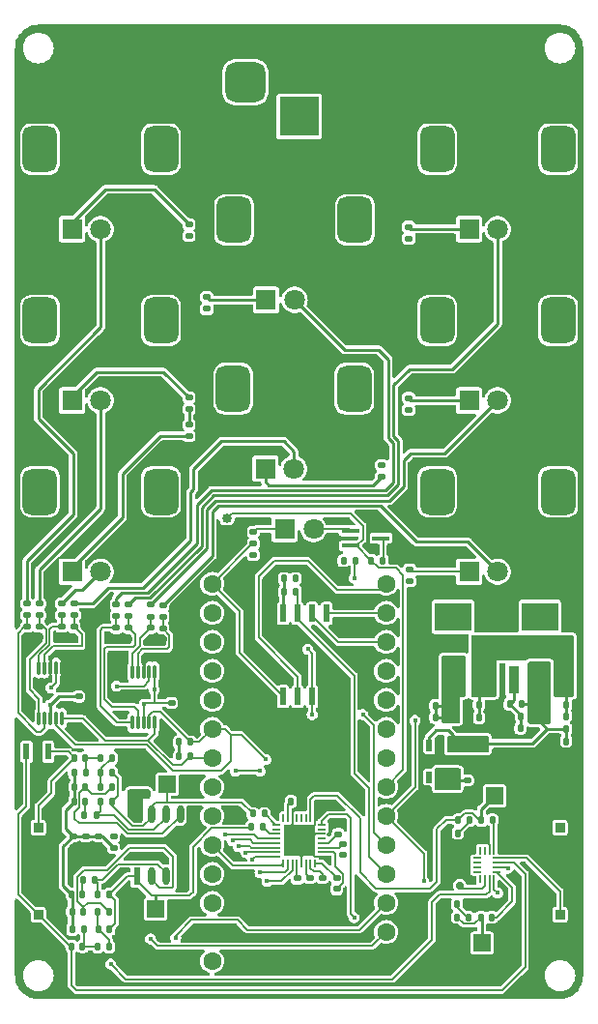
<source format=gbr>
%TF.GenerationSoftware,KiCad,Pcbnew,7.0.7*%
%TF.CreationDate,2023-12-31T15:53:54-05:00*%
%TF.ProjectId,TeenieWeenie,5465656e-6965-4576-9565-6e69652e6b69,rev?*%
%TF.SameCoordinates,Original*%
%TF.FileFunction,Copper,L1,Top*%
%TF.FilePolarity,Positive*%
%FSLAX46Y46*%
G04 Gerber Fmt 4.6, Leading zero omitted, Abs format (unit mm)*
G04 Created by KiCad (PCBNEW 7.0.7) date 2023-12-31 15:53:54*
%MOMM*%
%LPD*%
G01*
G04 APERTURE LIST*
G04 Aperture macros list*
%AMRoundRect*
0 Rectangle with rounded corners*
0 $1 Rounding radius*
0 $2 $3 $4 $5 $6 $7 $8 $9 X,Y pos of 4 corners*
0 Add a 4 corners polygon primitive as box body*
4,1,4,$2,$3,$4,$5,$6,$7,$8,$9,$2,$3,0*
0 Add four circle primitives for the rounded corners*
1,1,$1+$1,$2,$3*
1,1,$1+$1,$4,$5*
1,1,$1+$1,$6,$7*
1,1,$1+$1,$8,$9*
0 Add four rect primitives between the rounded corners*
20,1,$1+$1,$2,$3,$4,$5,0*
20,1,$1+$1,$4,$5,$6,$7,0*
20,1,$1+$1,$6,$7,$8,$9,0*
20,1,$1+$1,$8,$9,$2,$3,0*%
G04 Aperture macros list end*
%TA.AperFunction,SMDPad,CuDef*%
%ADD10RoundRect,0.135000X0.185000X-0.135000X0.185000X0.135000X-0.185000X0.135000X-0.185000X-0.135000X0*%
%TD*%
%TA.AperFunction,ComponentPad*%
%ADD11R,1.800000X1.800000*%
%TD*%
%TA.AperFunction,ComponentPad*%
%ADD12C,1.800000*%
%TD*%
%TA.AperFunction,ComponentPad*%
%ADD13RoundRect,0.750000X0.750000X-1.250000X0.750000X1.250000X-0.750000X1.250000X-0.750000X-1.250000X0*%
%TD*%
%TA.AperFunction,SMDPad,CuDef*%
%ADD14RoundRect,0.140000X0.170000X-0.140000X0.170000X0.140000X-0.170000X0.140000X-0.170000X-0.140000X0*%
%TD*%
%TA.AperFunction,SMDPad,CuDef*%
%ADD15RoundRect,0.135000X-0.135000X-0.185000X0.135000X-0.185000X0.135000X0.185000X-0.135000X0.185000X0*%
%TD*%
%TA.AperFunction,ComponentPad*%
%ADD16R,0.850000X0.850000*%
%TD*%
%TA.AperFunction,SMDPad,CuDef*%
%ADD17RoundRect,0.140000X-0.170000X0.140000X-0.170000X-0.140000X0.170000X-0.140000X0.170000X0.140000X0*%
%TD*%
%TA.AperFunction,SMDPad,CuDef*%
%ADD18RoundRect,0.135000X-0.185000X0.135000X-0.185000X-0.135000X0.185000X-0.135000X0.185000X0.135000X0*%
%TD*%
%TA.AperFunction,SMDPad,CuDef*%
%ADD19RoundRect,0.140000X-0.140000X-0.170000X0.140000X-0.170000X0.140000X0.170000X-0.140000X0.170000X0*%
%TD*%
%TA.AperFunction,SMDPad,CuDef*%
%ADD20R,0.889000X2.489200*%
%TD*%
%TA.AperFunction,SMDPad,CuDef*%
%ADD21R,3.200400X2.489200*%
%TD*%
%TA.AperFunction,SMDPad,CuDef*%
%ADD22R,0.600000X1.550000*%
%TD*%
%TA.AperFunction,SMDPad,CuDef*%
%ADD23O,0.600000X1.550000*%
%TD*%
%TA.AperFunction,ComponentPad*%
%ADD24R,3.500000X3.500000*%
%TD*%
%TA.AperFunction,ComponentPad*%
%ADD25RoundRect,0.750000X-1.000000X0.750000X-1.000000X-0.750000X1.000000X-0.750000X1.000000X0.750000X0*%
%TD*%
%TA.AperFunction,ComponentPad*%
%ADD26RoundRect,0.875000X-0.875000X0.875000X-0.875000X-0.875000X0.875000X-0.875000X0.875000X0.875000X0*%
%TD*%
%TA.AperFunction,SMDPad,CuDef*%
%ADD27RoundRect,0.135000X0.135000X0.185000X-0.135000X0.185000X-0.135000X-0.185000X0.135000X-0.185000X0*%
%TD*%
%TA.AperFunction,SMDPad,CuDef*%
%ADD28R,1.500000X1.500000*%
%TD*%
%TA.AperFunction,SMDPad,CuDef*%
%ADD29RoundRect,0.140000X0.140000X0.170000X-0.140000X0.170000X-0.140000X-0.170000X0.140000X-0.170000X0*%
%TD*%
%TA.AperFunction,SMDPad,CuDef*%
%ADD30R,0.558800X1.422400*%
%TD*%
%TA.AperFunction,SMDPad,CuDef*%
%ADD31O,0.299999X1.350000*%
%TD*%
%TA.AperFunction,SMDPad,CuDef*%
%ADD32R,0.533400X1.524000*%
%TD*%
%TA.AperFunction,ComponentPad*%
%ADD33C,1.600000*%
%TD*%
%TA.AperFunction,SMDPad,CuDef*%
%ADD34R,0.508000X0.977900*%
%TD*%
%TA.AperFunction,SMDPad,CuDef*%
%ADD35R,1.500000X0.450000*%
%TD*%
%TA.AperFunction,ComponentPad*%
%ADD36O,0.850000X0.850000*%
%TD*%
%TA.AperFunction,SMDPad,CuDef*%
%ADD37R,0.711200X0.152400*%
%TD*%
%TA.AperFunction,SMDPad,CuDef*%
%ADD38R,0.152400X0.711200*%
%TD*%
%TA.AperFunction,SMDPad,CuDef*%
%ADD39R,0.203200X0.711200*%
%TD*%
%TA.AperFunction,SMDPad,CuDef*%
%ADD40R,0.711200X0.203200*%
%TD*%
%TA.AperFunction,SMDPad,CuDef*%
%ADD41R,2.692400X2.692400*%
%TD*%
%TA.AperFunction,ViaPad*%
%ADD42C,0.450000*%
%TD*%
%TA.AperFunction,ViaPad*%
%ADD43C,0.700000*%
%TD*%
%TA.AperFunction,Conductor*%
%ADD44C,0.127000*%
%TD*%
%TA.AperFunction,Conductor*%
%ADD45C,0.250000*%
%TD*%
%TA.AperFunction,Conductor*%
%ADD46C,0.254000*%
%TD*%
%TA.AperFunction,Conductor*%
%ADD47C,0.500000*%
%TD*%
G04 APERTURE END LIST*
D10*
%TO.P,R20,1*%
%TO.N,Net-(R20-Pad1)*%
X32639000Y48768000D03*
%TO.P,R20,2*%
%TO.N,+3V3*%
X32639000Y49788000D03*
%TD*%
D11*
%TO.P,RV1,1,1*%
%TO.N,Net-(R20-Pad1)*%
X22432000Y49477000D03*
D12*
%TO.P,RV1,2,2*%
%TO.N,/ADC/POT1*%
X24932000Y49477000D03*
%TO.P,RV1,3,3*%
%TO.N,GND*%
X27432000Y49477000D03*
D13*
%TO.P,RV1,MP*%
%TO.N,N/C*%
X19632000Y56477000D03*
X30232000Y56477000D03*
%TD*%
D14*
%TO.P,C8,1*%
%TO.N,Net-(U1-CPCB)*%
X28700000Y12663199D03*
%TO.P,C8,2*%
%TO.N,Net-(U1-CPCA)*%
X28700000Y13623199D03*
%TD*%
D15*
%TO.P,R45,1*%
%TO.N,Net-(C22-Pad2)*%
X6596000Y19100000D03*
%TO.P,R45,2*%
%TO.N,/AFE/IN2-A*%
X7616000Y19100000D03*
%TD*%
D16*
%TO.P,J6,1,Pin_1*%
%TO.N,/IOSwitch/AudioOut_R*%
X48260000Y10414000D03*
%TD*%
D17*
%TO.P,C2,1*%
%TO.N,+1V0*%
X26355800Y13623199D03*
%TO.P,C2,2*%
%TO.N,GND*%
X26355800Y12663199D03*
%TD*%
D16*
%TO.P,J8,1,Pin_1*%
%TO.N,GND*%
X48260000Y14224000D03*
%TD*%
D15*
%TO.P,R48,1*%
%TO.N,Vdd2*%
X5671000Y22863334D03*
%TO.P,R48,2*%
%TO.N,Net-(C29-Pad2)*%
X6691000Y22863334D03*
%TD*%
D18*
%TO.P,R31,1*%
%TO.N,/ADC/POT8*%
X10465998Y37555001D03*
%TO.P,R31,2*%
%TO.N,/ADC/AIN3_1*%
X10465998Y36535001D03*
%TD*%
%TO.P,R1,1*%
%TO.N,/ADC/POT1*%
X5700998Y37641001D03*
%TO.P,R1,2*%
%TO.N,/ADC/AIN0_0*%
X5700998Y36621001D03*
%TD*%
D19*
%TO.P,C27,1*%
%TO.N,Net-(C27-Pad1)*%
X8031000Y22870000D03*
%TO.P,C27,2*%
%TO.N,/AFE/OUT2A*%
X8991000Y22870000D03*
%TD*%
D17*
%TO.P,C6,1*%
%TO.N,Net-(U1-CPVOUTP)*%
X29210000Y16581000D03*
%TO.P,C6,2*%
%TO.N,+1V0*%
X29210000Y15621000D03*
%TD*%
D20*
%TO.P,U3,1,GROUND/ADJUST*%
%TO.N,Net-(U3-GROUND{slash}ADJUST)*%
X44196000Y30988000D03*
%TO.P,U3,2,VOUT*%
%TO.N,+1V8*%
X46486000Y30988000D03*
%TO.P,U3,3,VIN*%
%TO.N,VDD*%
X48776000Y30988000D03*
D21*
%TO.P,U3,4,EPAD*%
%TO.N,unconnected-(U3-EPAD-Pad4)*%
X46486000Y36499800D03*
%TD*%
D18*
%TO.P,R36,1*%
%TO.N,Net-(R36-Pad1)*%
X17300000Y64472000D03*
%TO.P,R36,2*%
%TO.N,+3V3*%
X17300000Y63452000D03*
%TD*%
D14*
%TO.P,C55,1*%
%TO.N,+3V3*%
X6096000Y29520000D03*
%TO.P,C55,2*%
%TO.N,GND*%
X6096000Y30480000D03*
%TD*%
D22*
%TO.P,U6,1,OUTPUT1*%
%TO.N,/AFE/OUT1A*%
X11176000Y13810000D03*
D23*
%TO.P,U6,2,INVERTINGINPUT1*%
%TO.N,/AFE/IN1+A*%
X12446000Y13810000D03*
%TO.P,U6,3,NON-INVERTINGINPUT1*%
%TO.N,/AFE/IN1-A*%
X13716000Y13810000D03*
%TO.P,U6,4,GND*%
%TO.N,GND*%
X14986000Y13810000D03*
%TO.P,U6,5,NON-INVERTINGINPUT2*%
%TO.N,/AFE/IN2+A*%
X14986000Y19210000D03*
%TO.P,U6,6,INVERTINGINPUT2*%
%TO.N,/AFE/IN2-A*%
X13716000Y19210000D03*
%TO.P,U6,7,OUTPUT2*%
%TO.N,/AFE/OUT2A*%
X12446000Y19210000D03*
%TO.P,U6,8,V+*%
%TO.N,+3V3*%
X11176000Y19210000D03*
%TD*%
D24*
%TO.P,J1,1*%
%TO.N,VDD*%
X25400000Y80307000D03*
D25*
%TO.P,J1,2*%
%TO.N,GND*%
X25400000Y86307000D03*
D26*
%TO.P,J1,3*%
%TO.N,N/C*%
X20700000Y83307000D03*
%TD*%
D17*
%TO.P,C50,1*%
%TO.N,/ADC/AIN1_1*%
X12365998Y35535001D03*
%TO.P,C50,2*%
%TO.N,GND*%
X12365998Y34575001D03*
%TD*%
D27*
%TO.P,R5,1*%
%TO.N,Net-(U1-IN1L{slash}DMICDAT1)*%
X22224200Y18113000D03*
%TO.P,R5,2*%
%TO.N,/AFE/OUT1A*%
X21204200Y18113000D03*
%TD*%
D19*
%TO.P,C15,1*%
%TO.N,VDD*%
X48811200Y28815800D03*
%TO.P,C15,2*%
%TO.N,GND*%
X49771200Y28815800D03*
%TD*%
D28*
%TO.P,TP17,1,1*%
%TO.N,/AudioCodec/LINEOUTL*%
X41427400Y7924800D03*
%TD*%
D15*
%TO.P,R11,1*%
%TO.N,Net-(C30-Pad2)*%
X7745000Y7620000D03*
%TO.P,R11,2*%
%TO.N,Net-(C31-Pad1)*%
X8765000Y7620000D03*
%TD*%
D11*
%TO.P,RV8,1,1*%
%TO.N,Net-(R37-Pad1)*%
X40300000Y70447000D03*
D12*
%TO.P,RV8,2,2*%
%TO.N,/ADC/POT8*%
X42800000Y70447000D03*
%TO.P,RV8,3,3*%
%TO.N,GND*%
X45300000Y70447000D03*
D13*
%TO.P,RV8,MP*%
%TO.N,N/C*%
X37500000Y77447000D03*
X48100000Y77447000D03*
%TD*%
D17*
%TO.P,C51,1*%
%TO.N,/ADC/AIN2_0*%
X2640998Y35630001D03*
%TO.P,C51,2*%
%TO.N,GND*%
X2640998Y34670001D03*
%TD*%
D16*
%TO.P,J4,1,Pin_1*%
%TO.N,GND*%
X2540000Y14224000D03*
%TD*%
D18*
%TO.P,R30,1*%
%TO.N,/ADC/POT7*%
X9375998Y37565001D03*
%TO.P,R30,2*%
%TO.N,/ADC/AIN2_1*%
X9375998Y36545001D03*
%TD*%
D29*
%TO.P,C28,1*%
%TO.N,/AFE/IN1+A*%
X6479000Y10668000D03*
%TO.P,C28,2*%
%TO.N,Vdd2*%
X5519000Y10668000D03*
%TD*%
D15*
%TO.P,R24,1*%
%TO.N,+3V3*%
X14857000Y24257000D03*
%TO.P,R24,2*%
%TO.N,/ADC/SCL*%
X15877000Y24257000D03*
%TD*%
D14*
%TO.P,C56,1*%
%TO.N,+3V3*%
X14224000Y28956000D03*
%TO.P,C56,2*%
%TO.N,GND*%
X14224000Y29916000D03*
%TD*%
D27*
%TO.P,R40,1*%
%TO.N,+3V3*%
X32741200Y41422800D03*
%TO.P,R40,2*%
%TO.N,/MCU/~{BTN}*%
X31721200Y41422800D03*
%TD*%
D29*
%TO.P,C34,1*%
%TO.N,+3V3*%
X37348600Y27683800D03*
%TO.P,C34,2*%
%TO.N,GND*%
X36388600Y27683800D03*
%TD*%
D28*
%TO.P,TP18,1,1*%
%TO.N,/AudioCodec/LINEOUTR*%
X42545000Y20828000D03*
%TD*%
D19*
%TO.P,C29,1*%
%TO.N,/AFE/AudioL_Raw*%
X5701000Y24150000D03*
%TO.P,C29,2*%
%TO.N,Net-(C29-Pad2)*%
X6661000Y24150000D03*
%TD*%
D30*
%TO.P,U7,1,CATHODE*%
%TO.N,/AFE/AudioL_Raw*%
X3413000Y24681200D03*
%TO.P,U7,2,CATHODE*%
%TO.N,/AFE/AudioR_Raw*%
X1508000Y24681200D03*
%TO.P,U7,3,ANODE*%
%TO.N,GND*%
X2460500Y22750800D03*
%TD*%
D18*
%TO.P,R2,1*%
%TO.N,/ADC/POT2*%
X4595998Y37666001D03*
%TO.P,R2,2*%
%TO.N,/ADC/AIN1_0*%
X4595998Y36646001D03*
%TD*%
D31*
%TO.P,U8,1,ADDR*%
%TO.N,+3V3*%
X12765999Y31680001D03*
%TO.P,U8,2,ALERT_RDY*%
%TO.N,/MCU/~{ADC_IRQ1}*%
X12266000Y31680001D03*
%TO.P,U8,3,GND*%
%TO.N,GND*%
X11765998Y31680001D03*
%TO.P,U8,4,AIN0*%
%TO.N,/ADC/AIN0_1*%
X11265999Y31680001D03*
%TO.P,U8,5,AIN1*%
%TO.N,/ADC/AIN1_1*%
X10765997Y31680001D03*
%TO.P,U8,6,AIN2*%
%TO.N,/ADC/AIN2_1*%
X10765997Y27230000D03*
%TO.P,U8,7,AIN3*%
%TO.N,/ADC/AIN3_1*%
X11265999Y27230000D03*
%TO.P,U8,8,VDD*%
%TO.N,+3V3*%
X11765998Y27230000D03*
%TO.P,U8,9,SDA*%
%TO.N,/ADC/SDA*%
X12266000Y27230000D03*
%TO.P,U8,10,SCL*%
%TO.N,/ADC/SCL*%
X12765999Y27230000D03*
%TD*%
D15*
%TO.P,R46,1*%
%TO.N,/AFE/IN2-A*%
X8001000Y20300000D03*
%TO.P,R46,2*%
%TO.N,/AFE/OUT2A*%
X9021000Y20300000D03*
%TD*%
D32*
%TO.P,U9,1,/CS*%
%TO.N,Net-(U2-13_SCK_CRX1_LED)*%
X24003000Y29502100D03*
%TO.P,U9,2,DO(IO1)*%
%TO.N,Net-(U2-12_MISO_MQSL)*%
X25273000Y29502100D03*
%TO.P,U9,3,/WP(IO2)*%
%TO.N,Net-(U2-3_LRCLK2)*%
X26543000Y29502100D03*
%TO.P,U9,4,GND*%
%TO.N,GND*%
X27813000Y29502100D03*
%TO.P,U9,5,DI(IO0)*%
%TO.N,Net-(U2-11_MOSI_CTX1)*%
X27813000Y36791900D03*
%TO.P,U9,6,CLK*%
%TO.N,Net-(U2-10_CS_MQSR)*%
X26543000Y36791900D03*
%TO.P,U9,7,/HOLD_/RESET*%
%TO.N,Net-(U2-2_OUT2)*%
X25273000Y36791900D03*
%TO.P,U9,8,VCC*%
%TO.N,+3V3*%
X24003000Y36791900D03*
%TD*%
D17*
%TO.P,C23,1*%
%TO.N,+1V8*%
X41254000Y25098000D03*
%TO.P,C23,2*%
%TO.N,GND*%
X41254000Y24138000D03*
%TD*%
D16*
%TO.P,J3,1,Pin_1*%
%TO.N,/AFE/AudioR_Raw*%
X2540000Y10414000D03*
%TD*%
D11*
%TO.P,RV2,1,1*%
%TO.N,Net-(R21-Pad1)*%
X5500000Y40447000D03*
D12*
%TO.P,RV2,2,2*%
%TO.N,/ADC/POT2*%
X8000000Y40447000D03*
%TO.P,RV2,3,3*%
%TO.N,GND*%
X10500000Y40447000D03*
D13*
%TO.P,RV2,MP*%
%TO.N,N/C*%
X2700000Y47447000D03*
X13300000Y47447000D03*
%TD*%
D27*
%TO.P,R23,1*%
%TO.N,Net-(U3-GROUND{slash}ADJUST)*%
X44836000Y27799800D03*
%TO.P,R23,2*%
%TO.N,GND*%
X43816000Y27799800D03*
%TD*%
D19*
%TO.P,C18,1*%
%TO.N,+1V8*%
X48806000Y25599800D03*
%TO.P,C18,2*%
%TO.N,GND*%
X49766000Y25599800D03*
%TD*%
D17*
%TO.P,C47,1*%
%TO.N,/ADC/AIN0_0*%
X5690998Y35605001D03*
%TO.P,C47,2*%
%TO.N,GND*%
X5690998Y34645001D03*
%TD*%
D18*
%TO.P,R33,1*%
%TO.N,Net-(R33-Pad1)*%
X15748000Y70870000D03*
%TO.P,R33,2*%
%TO.N,+3V3*%
X15748000Y69850000D03*
%TD*%
D19*
%TO.P,C19,1*%
%TO.N,+1V8*%
X48808600Y26641200D03*
%TO.P,C19,2*%
%TO.N,GND*%
X49768600Y26641200D03*
%TD*%
D17*
%TO.P,C53,1*%
%TO.N,/ADC/AIN2_1*%
X9375998Y35535001D03*
%TO.P,C53,2*%
%TO.N,GND*%
X9375998Y34575001D03*
%TD*%
D18*
%TO.P,R28,1*%
%TO.N,/ADC/POT3*%
X2640998Y37666001D03*
%TO.P,R28,2*%
%TO.N,/ADC/AIN2_0*%
X2640998Y36646001D03*
%TD*%
D19*
%TO.P,C30,1*%
%TO.N,/AFE/AudioR_Raw*%
X5463000Y7620000D03*
%TO.P,C30,2*%
%TO.N,Net-(C30-Pad2)*%
X6423000Y7620000D03*
%TD*%
D17*
%TO.P,C4,1*%
%TO.N,+1V8*%
X25255800Y13591000D03*
%TO.P,C4,2*%
%TO.N,GND*%
X25255800Y12631000D03*
%TD*%
D18*
%TO.P,R32,1*%
%TO.N,Net-(R32-Pad1)*%
X15748000Y55697000D03*
%TO.P,R32,2*%
%TO.N,+3V3*%
X15748000Y54677000D03*
%TD*%
D17*
%TO.P,C13,1*%
%TO.N,Vdd2*%
X7863000Y17267000D03*
%TO.P,C13,2*%
%TO.N,GND*%
X7863000Y16307000D03*
%TD*%
D29*
%TO.P,C26,1*%
%TO.N,/AFE/IN2+A*%
X6677000Y21590000D03*
%TO.P,C26,2*%
%TO.N,Vdd2*%
X5717000Y21590000D03*
%TD*%
D16*
%TO.P,J5,1,Pin_1*%
%TO.N,/IOSwitch/AudioOut_L*%
X48260000Y18034000D03*
%TD*%
%TO.P,J2,1,Pin_1*%
%TO.N,/AFE/AudioL_Raw*%
X2540000Y18034000D03*
%TD*%
D33*
%TO.P,U2,1,GND*%
%TO.N,GND*%
X33020000Y6350000D03*
%TO.P,U2,2,0_RX1_CRX2_CS1*%
%TO.N,/MCU/~{ADC_IRQ0}*%
X33020000Y8890000D03*
%TO.P,U2,3,1_TX1_CTX2_MISO1*%
%TO.N,/MCU/~{ADC_IRQ1}*%
X33020000Y11430000D03*
%TO.P,U2,4,2_OUT2*%
%TO.N,Net-(U2-2_OUT2)*%
X33020000Y13970000D03*
%TO.P,U2,5,3_LRCLK2*%
%TO.N,Net-(U2-3_LRCLK2)*%
X33020000Y16510000D03*
%TO.P,U2,6,4_BCLK2*%
%TO.N,/MCU/~{SWCTRL}*%
X33020000Y19050000D03*
%TO.P,U2,7,5_IN2*%
%TO.N,/MCU/~{BTN}*%
X33020000Y21590000D03*
%TO.P,U2,8,6_OUT1D*%
%TO.N,unconnected-(U2-6_OUT1D-Pad8)*%
X33020000Y24130000D03*
%TO.P,U2,9,7_RX2_OUT1A*%
%TO.N,/MCU/DACDAT*%
X33020000Y26670000D03*
%TO.P,U2,10,8_TX2_IN1*%
%TO.N,/MCU/ADCDAT*%
X33020000Y29210000D03*
%TO.P,U2,11,9_OUT1C*%
%TO.N,unconnected-(U2-9_OUT1C-Pad11)*%
X33020000Y31750000D03*
%TO.P,U2,12,10_CS_MQSR*%
%TO.N,Net-(U2-10_CS_MQSR)*%
X33020000Y34290000D03*
%TO.P,U2,13,11_MOSI_CTX1*%
%TO.N,Net-(U2-11_MOSI_CTX1)*%
X33020000Y36830000D03*
%TO.P,U2,14,12_MISO_MQSL*%
%TO.N,Net-(U2-12_MISO_MQSL)*%
X33020000Y39370000D03*
%TO.P,U2,20,13_SCK_CRX1_LED*%
%TO.N,Net-(U2-13_SCK_CRX1_LED)*%
X17780000Y39370000D03*
%TO.P,U2,21,14_A0_TX3_SPDIF_OUT*%
%TO.N,unconnected-(U2-14_A0_TX3_SPDIF_OUT-Pad21)*%
X17780000Y36830000D03*
%TO.P,U2,22,15_A1_RX3_SPDIF_IN*%
%TO.N,unconnected-(U2-15_A1_RX3_SPDIF_IN-Pad22)*%
X17780000Y34290000D03*
%TO.P,U2,23,16_A2_RX4_SCL1*%
%TO.N,unconnected-(U2-16_A2_RX4_SCL1-Pad23)*%
X17780000Y31750000D03*
%TO.P,U2,24,17_A3_TX4_SDA1*%
%TO.N,unconnected-(U2-17_A3_TX4_SDA1-Pad24)*%
X17780000Y29210000D03*
%TO.P,U2,25,18_A4_SDA0*%
%TO.N,/ADC/SDA*%
X17780000Y26670000D03*
%TO.P,U2,26,19_A5_SCL0*%
%TO.N,/ADC/SCL*%
X17780000Y24130000D03*
%TO.P,U2,27,20_A6_TX5_LRCLK1*%
%TO.N,/MCU/LRCLK*%
X17780000Y21590000D03*
%TO.P,U2,28,21_A7_RX5_BCLK1*%
%TO.N,/MCU/BCLK*%
X17780000Y19050000D03*
%TO.P,U2,29,22_A8_CTX1*%
%TO.N,/MCU/CODC_IRQ*%
X17780000Y16510000D03*
%TO.P,U2,30,23_A9_CRX1_MCLK1*%
%TO.N,/MCU/MCLK*%
X17780000Y13970000D03*
%TO.P,U2,31,3V3*%
%TO.N,+3V3*%
X17780000Y11430000D03*
%TO.P,U2,32,GND*%
%TO.N,GND*%
X17780000Y8890000D03*
%TO.P,U2,33,VIN*%
%TO.N,unconnected-(U2-VIN-Pad33)*%
X17780000Y6350000D03*
%TD*%
D15*
%TO.P,R19,1*%
%TO.N,+3V3*%
X24094800Y38699000D03*
%TO.P,R19,2*%
%TO.N,Net-(U2-2_OUT2)*%
X25114800Y38699000D03*
%TD*%
D17*
%TO.P,C54,1*%
%TO.N,/ADC/AIN3_1*%
X10465998Y35525001D03*
%TO.P,C54,2*%
%TO.N,GND*%
X10465998Y34565001D03*
%TD*%
D14*
%TO.P,C24,1*%
%TO.N,+3V3*%
X11897000Y21082000D03*
%TO.P,C24,2*%
%TO.N,GND*%
X11897000Y22042000D03*
%TD*%
D17*
%TO.P,C14,1*%
%TO.N,Vdd2*%
X5588000Y17272000D03*
%TO.P,C14,2*%
%TO.N,GND*%
X5588000Y16312000D03*
%TD*%
%TO.P,C52,1*%
%TO.N,/ADC/AIN3_0*%
X1547998Y35630001D03*
%TO.P,C52,2*%
%TO.N,GND*%
X1547998Y34670001D03*
%TD*%
D29*
%TO.P,C21,1*%
%TO.N,Net-(U3-GROUND{slash}ADJUST)*%
X44796000Y26749800D03*
%TO.P,C21,2*%
%TO.N,GND*%
X43836000Y26749800D03*
%TD*%
D15*
%TO.P,R42,1*%
%TO.N,Net-(C5-Pad2)*%
X6479000Y13462000D03*
%TO.P,R42,2*%
%TO.N,/AFE/IN1-A*%
X7499000Y13462000D03*
%TD*%
D17*
%TO.P,C3,1*%
%TO.N,+1V8*%
X27455800Y13623199D03*
%TO.P,C3,2*%
%TO.N,GND*%
X27455800Y12663199D03*
%TD*%
D19*
%TO.P,C9,1*%
%TO.N,/AudioCodec/LINEOUTL*%
X41348900Y10185400D03*
%TO.P,C9,2*%
%TO.N,/AudioCodec/AudioL_Dirty*%
X42308900Y10185400D03*
%TD*%
D11*
%TO.P,RV4,1,1*%
%TO.N,Net-(R33-Pad1)*%
X5500000Y70447000D03*
D12*
%TO.P,RV4,2,2*%
%TO.N,/ADC/POT4*%
X8000000Y70447000D03*
%TO.P,RV4,3,3*%
%TO.N,GND*%
X10500000Y70447000D03*
D13*
%TO.P,RV4,MP*%
%TO.N,N/C*%
X2700000Y77447000D03*
X13300000Y77447000D03*
%TD*%
D11*
%TO.P,D1,1,K*%
%TO.N,Net-(D1-K)*%
X24125000Y44196000D03*
D12*
%TO.P,D1,2,A*%
%TO.N,Net-(D1-A)*%
X26665000Y44196000D03*
%TD*%
D15*
%TO.P,R41,1*%
%TO.N,/AFE/IN1-A*%
X7745000Y12192000D03*
%TO.P,R41,2*%
%TO.N,/AFE/OUT1A*%
X8765000Y12192000D03*
%TD*%
%TO.P,R10,1*%
%TO.N,Net-(C27-Pad1)*%
X8001000Y21590000D03*
%TO.P,R10,2*%
%TO.N,/AFE/IN2+A*%
X9021000Y21590000D03*
%TD*%
%TO.P,R12,1*%
%TO.N,Net-(C31-Pad1)*%
X7745000Y10668000D03*
%TO.P,R12,2*%
%TO.N,/AFE/IN1+A*%
X8765000Y10668000D03*
%TD*%
D11*
%TO.P,RV7,1,1*%
%TO.N,Net-(R36-Pad1)*%
X22500000Y64247000D03*
D12*
%TO.P,RV7,2,2*%
%TO.N,/ADC/POT7*%
X25000000Y64247000D03*
%TO.P,RV7,3,3*%
%TO.N,GND*%
X27500000Y64247000D03*
D13*
%TO.P,RV7,MP*%
%TO.N,N/C*%
X19700000Y71247000D03*
X30300000Y71247000D03*
%TD*%
D18*
%TO.P,R34,1*%
%TO.N,Net-(R34-Pad1)*%
X35100000Y40647000D03*
%TO.P,R34,2*%
%TO.N,+3V3*%
X35100000Y39627000D03*
%TD*%
D19*
%TO.P,C16,1*%
%TO.N,VDD*%
X48806000Y27799800D03*
%TO.P,C16,2*%
%TO.N,GND*%
X49766000Y27799800D03*
%TD*%
D11*
%TO.P,RV3,1,1*%
%TO.N,Net-(R32-Pad1)*%
X5500000Y55447000D03*
D12*
%TO.P,RV3,2,2*%
%TO.N,/ADC/POT3*%
X8000000Y55447000D03*
%TO.P,RV3,3,3*%
%TO.N,GND*%
X10500000Y55447000D03*
D13*
%TO.P,RV3,MP*%
%TO.N,N/C*%
X2700000Y62447000D03*
X13300000Y62447000D03*
%TD*%
D29*
%TO.P,C32,1*%
%TO.N,VDD*%
X41171200Y27656800D03*
%TO.P,C32,2*%
%TO.N,GND*%
X40211200Y27656800D03*
%TD*%
D17*
%TO.P,C49,1*%
%TO.N,/ADC/AIN0_1*%
X13455998Y35490001D03*
%TO.P,C49,2*%
%TO.N,GND*%
X13455998Y34530001D03*
%TD*%
D19*
%TO.P,C5,1*%
%TO.N,Vdd2*%
X5463000Y12192000D03*
%TO.P,C5,2*%
%TO.N,Net-(C5-Pad2)*%
X6423000Y12192000D03*
%TD*%
D17*
%TO.P,C20,1*%
%TO.N,+1V8*%
X40154000Y25098000D03*
%TO.P,C20,2*%
%TO.N,GND*%
X40154000Y24138000D03*
%TD*%
D29*
%TO.P,C33,1*%
%TO.N,VDD*%
X41166000Y28799800D03*
%TO.P,C33,2*%
%TO.N,GND*%
X40206000Y28799800D03*
%TD*%
D18*
%TO.P,R29,1*%
%TO.N,/ADC/POT4*%
X1547998Y37666001D03*
%TO.P,R29,2*%
%TO.N,/ADC/AIN3_0*%
X1547998Y36646001D03*
%TD*%
D15*
%TO.P,R18,1*%
%TO.N,+3V3*%
X24069400Y39842000D03*
%TO.P,R18,2*%
%TO.N,Net-(U2-3_LRCLK2)*%
X25089400Y39842000D03*
%TD*%
D19*
%TO.P,C11,1*%
%TO.N,/AudioCodec/LINEOUTL*%
X39260900Y10185400D03*
%TO.P,C11,2*%
%TO.N,Net-(C11-Pad2)*%
X40220900Y10185400D03*
%TD*%
D15*
%TO.P,R39,1*%
%TO.N,+3V3*%
X29301200Y41422800D03*
%TO.P,R39,2*%
%TO.N,/MCU/~{SWCTRL}*%
X30321200Y41422800D03*
%TD*%
D34*
%TO.P,U5,1,IN*%
%TO.N,+1V8*%
X38693800Y25203250D03*
%TO.P,U5,2,GND*%
%TO.N,GND*%
X37754000Y25203250D03*
%TO.P,U5,3,EN*%
%TO.N,+1V8*%
X36814200Y25203250D03*
%TO.P,U5,4,NC*%
%TO.N,unconnected-(U5-NC-Pad4)*%
X36804040Y22472750D03*
%TO.P,U5,5,OUT*%
%TO.N,+1V0*%
X38703960Y22472750D03*
%TD*%
D35*
%TO.P,Q1,1,D*%
%TO.N,Net-(D1-A)*%
X29921200Y44022800D03*
%TO.P,Q1,2,G*%
%TO.N,/MCU/~{BTN}*%
X29921200Y42722800D03*
%TO.P,Q1,3,S*%
%TO.N,+3V3*%
X32581200Y43372800D03*
%TD*%
D29*
%TO.P,C45,1*%
%TO.N,+3V3*%
X37346000Y28699800D03*
%TO.P,C45,2*%
%TO.N,GND*%
X36386000Y28699800D03*
%TD*%
D16*
%TO.P,SW1,1,1*%
%TO.N,GND*%
X19075400Y44085000D03*
D36*
%TO.P,SW1,2,2*%
%TO.N,/MCU/~{BTN}*%
X19075400Y45085000D03*
%TD*%
D15*
%TO.P,R9,1*%
%TO.N,Net-(C29-Pad2)*%
X8001000Y24150000D03*
%TO.P,R9,2*%
%TO.N,Net-(C27-Pad1)*%
X9021000Y24150000D03*
%TD*%
%TO.P,R3,1*%
%TO.N,Net-(C11-Pad2)*%
X39260900Y11328400D03*
%TO.P,R3,2*%
%TO.N,GND*%
X40280900Y11328400D03*
%TD*%
D27*
%TO.P,R7,1*%
%TO.N,Net-(U1-IN1R{slash}DMICDAT2)*%
X22351200Y19256000D03*
%TO.P,R7,2*%
%TO.N,/AFE/OUT2A*%
X21331200Y19256000D03*
%TD*%
D18*
%TO.P,R37,1*%
%TO.N,Net-(R37-Pad1)*%
X35000000Y70647000D03*
%TO.P,R37,2*%
%TO.N,+3V3*%
X35000000Y69627000D03*
%TD*%
D31*
%TO.P,U4,1,ADDR*%
%TO.N,GND*%
X4615999Y32030001D03*
%TO.P,U4,2,ALERT_RDY*%
%TO.N,/MCU/~{ADC_IRQ0}*%
X4116000Y32030001D03*
%TO.P,U4,3,GND*%
%TO.N,GND*%
X3615998Y32030001D03*
%TO.P,U4,4,AIN0*%
%TO.N,/ADC/AIN0_0*%
X3115999Y32030001D03*
%TO.P,U4,5,AIN1*%
%TO.N,/ADC/AIN1_0*%
X2615997Y32030001D03*
%TO.P,U4,6,AIN2*%
%TO.N,/ADC/AIN2_0*%
X2615997Y27580000D03*
%TO.P,U4,7,AIN3*%
%TO.N,/ADC/AIN3_0*%
X3115999Y27580000D03*
%TO.P,U4,8,VDD*%
%TO.N,+3V3*%
X3615998Y27580000D03*
%TO.P,U4,9,SDA*%
%TO.N,/ADC/SDA*%
X4116000Y27580000D03*
%TO.P,U4,10,SCL*%
%TO.N,/ADC/SCL*%
X4615999Y27580000D03*
%TD*%
D14*
%TO.P,C25,1*%
%TO.N,+3V3*%
X10797000Y21082000D03*
%TO.P,C25,2*%
%TO.N,GND*%
X10797000Y22042000D03*
%TD*%
D19*
%TO.P,C1,1*%
%TO.N,+1V8*%
X24677800Y20320000D03*
%TO.P,C1,2*%
%TO.N,GND*%
X25637800Y20320000D03*
%TD*%
%TO.P,C31,1*%
%TO.N,Net-(C31-Pad1)*%
X7805000Y9144000D03*
%TO.P,C31,2*%
%TO.N,/AFE/OUT1A*%
X8765000Y9144000D03*
%TD*%
D14*
%TO.P,C7,1*%
%TO.N,Net-(U1-CPVOUTN)*%
X28829000Y17455000D03*
%TO.P,C7,2*%
%TO.N,GND*%
X28829000Y18415000D03*
%TD*%
D19*
%TO.P,C22,1*%
%TO.N,Vdd2*%
X5701000Y20300000D03*
%TO.P,C22,2*%
%TO.N,Net-(C22-Pad2)*%
X6661000Y20300000D03*
%TD*%
D28*
%TO.P,TP5,1,1*%
%TO.N,/AFE/OUT2A*%
X13845000Y21844000D03*
%TD*%
D10*
%TO.P,R43,1*%
%TO.N,Vdd2*%
X9144000Y16252000D03*
%TO.P,R43,2*%
%TO.N,+3V3*%
X9144000Y17272000D03*
%TD*%
D15*
%TO.P,R47,1*%
%TO.N,Vdd2*%
X5521000Y9144000D03*
%TO.P,R47,2*%
%TO.N,Net-(C30-Pad2)*%
X6541000Y9144000D03*
%TD*%
D11*
%TO.P,RV5,1,1*%
%TO.N,Net-(R34-Pad1)*%
X40300000Y40447000D03*
D12*
%TO.P,RV5,2,2*%
%TO.N,/ADC/POT5*%
X42800000Y40447000D03*
%TO.P,RV5,3,3*%
%TO.N,GND*%
X45300000Y40447000D03*
D13*
%TO.P,RV5,MP*%
%TO.N,N/C*%
X37500000Y47447000D03*
X48100000Y47447000D03*
%TD*%
D37*
%TO.P,U13,1,1B0*%
%TO.N,/AudioCodec/AudioL_Dirty*%
X42722800Y14167002D03*
%TO.P,U13,2,1S*%
%TO.N,/MCU/~{SWCTRL}*%
X42722800Y14567001D03*
%TO.P,U13,3,2B1*%
%TO.N,/AFE/AudioR_Raw*%
X42722800Y14967001D03*
%TO.P,U13,4,2A*%
%TO.N,/IOSwitch/AudioOut_R*%
X42722800Y15367000D03*
D38*
%TO.P,U13,5,2B0*%
%TO.N,/AudioCodec/AudioR_Dirty*%
X42471899Y16011601D03*
%TO.P,U13,6,GND*%
%TO.N,GND*%
X42071900Y16011601D03*
%TO.P,U13,7,3B1*%
%TO.N,unconnected-(U13-3B1-Pad7)*%
X41671900Y16011601D03*
%TO.P,U13,8,3A*%
%TO.N,unconnected-(U13-3A-Pad8)*%
X41271901Y16011601D03*
D37*
%TO.P,U13,9,3B0*%
%TO.N,unconnected-(U13-3B0-Pad9)*%
X41021000Y15367000D03*
%TO.P,U13,10,2S*%
%TO.N,unconnected-(U13-2S-Pad10)*%
X41021000Y14967001D03*
%TO.P,U13,11,4B1*%
%TO.N,unconnected-(U13-4B1-Pad11)*%
X41021000Y14567001D03*
%TO.P,U13,12,4A*%
%TO.N,unconnected-(U13-4A-Pad12)*%
X41021000Y14167002D03*
D38*
%TO.P,U13,13,4B0*%
%TO.N,unconnected-(U13-4B0-Pad13)*%
X41271901Y13522401D03*
%TO.P,U13,14,VCC*%
%TO.N,+3V3*%
X41671900Y13522401D03*
%TO.P,U13,15,1B1*%
%TO.N,/AFE/AudioL_Raw*%
X42071900Y13522401D03*
%TO.P,U13,16,1A*%
%TO.N,/IOSwitch/AudioOut_L*%
X42471899Y13522401D03*
%TD*%
D27*
%TO.P,R22,1*%
%TO.N,+1V8*%
X44886000Y28849800D03*
%TO.P,R22,2*%
%TO.N,Net-(U3-GROUND{slash}ADJUST)*%
X43866000Y28849800D03*
%TD*%
D39*
%TO.P,U1,1,IRQ/GPIO1*%
%TO.N,/MCU/CODC_IRQ*%
X24000000Y14935200D03*
%TO.P,U1,2,SCLK*%
%TO.N,/ADC/SCL*%
X24399999Y14935200D03*
%TO.P,U1,3,SDA*%
%TO.N,/ADC/SDA*%
X24800001Y14935200D03*
%TO.P,U1,4,DBVDD*%
%TO.N,+1V8*%
X25200000Y14935200D03*
%TO.P,U1,5,DGND*%
%TO.N,GND*%
X25600000Y14935200D03*
%TO.P,U1,6,DCVDD*%
%TO.N,+1V0*%
X25999999Y14935200D03*
%TO.P,U1,7,CPVDD*%
%TO.N,+1V8*%
X26400001Y14935200D03*
%TO.P,U1,8,CPCA*%
%TO.N,Net-(U1-CPCA)*%
X26800000Y14935200D03*
D40*
%TO.P,U1,9,CPGND*%
%TO.N,GND*%
X27355800Y15491000D03*
%TO.P,U1,10,CPCB*%
%TO.N,Net-(U1-CPCB)*%
X27355800Y15890999D03*
%TO.P,U1,11,CPVOUTP*%
%TO.N,Net-(U1-CPVOUTP)*%
X27355800Y16291001D03*
%TO.P,U1,12,CPVOUTN*%
%TO.N,Net-(U1-CPVOUTN)*%
X27355800Y16691000D03*
%TO.P,U1,13,HPOUTL*%
%TO.N,unconnected-(U1-HPOUTL-Pad13)*%
X27355800Y17091000D03*
%TO.P,U1,14,HPOUTFB*%
%TO.N,GND*%
X27355800Y17490999D03*
%TO.P,U1,15,HPOUTR*%
%TO.N,unconnected-(U1-HPOUTR-Pad15)*%
X27355800Y17891001D03*
%TO.P,U1,16,LINEOUTL*%
%TO.N,/AudioCodec/LINEOUTL*%
X27355800Y18291000D03*
D39*
%TO.P,U1,17,LINEOUTFB*%
%TO.N,GND*%
X26800000Y18846800D03*
%TO.P,U1,18,LINEOUTR*%
%TO.N,/AudioCodec/LINEOUTR*%
X26400001Y18846800D03*
%TO.P,U1,19,MICVDD*%
%TO.N,unconnected-(U1-MICVDD-Pad19)*%
X25999999Y18846800D03*
%TO.P,U1,20,MICBIAS*%
%TO.N,unconnected-(U1-MICBIAS-Pad20)*%
X25600000Y18846800D03*
%TO.P,U1,21,VMIDC*%
%TO.N,unconnected-(U1-VMIDC-Pad21)*%
X25200000Y18846800D03*
%TO.P,U1,22,AGND*%
%TO.N,GND*%
X24800001Y18846800D03*
%TO.P,U1,23,AVDD*%
%TO.N,+1V8*%
X24399999Y18846800D03*
%TO.P,U1,24,IN2R*%
%TO.N,unconnected-(U1-IN2R-Pad24)*%
X24000000Y18846800D03*
D40*
%TO.P,U1,25,IN1R/DMICDAT2*%
%TO.N,Net-(U1-IN1R{slash}DMICDAT2)*%
X23444200Y18291000D03*
%TO.P,U1,26,IN2L*%
%TO.N,unconnected-(U1-IN2L-Pad26)*%
X23444200Y17891001D03*
%TO.P,U1,27,IN1L/DMICDAT1*%
%TO.N,Net-(U1-IN1L{slash}DMICDAT1)*%
X23444200Y17490999D03*
%TO.P,U1,28,MCLK*%
%TO.N,/MCU/MCLK*%
X23444200Y17091000D03*
%TO.P,U1,29,BCLK/GPIO4*%
%TO.N,/MCU/BCLK*%
X23444200Y16691000D03*
%TO.P,U1,30,LRCLK*%
%TO.N,/MCU/LRCLK*%
X23444200Y16291001D03*
%TO.P,U1,31,ADCDAT*%
%TO.N,/MCU/ADCDAT*%
X23444200Y15890999D03*
%TO.P,U1,32,DACDAT*%
%TO.N,/MCU/DACDAT*%
X23444200Y15491000D03*
D41*
%TO.P,U1,33,EPAD*%
%TO.N,GND*%
X25400000Y16891000D03*
%TD*%
D18*
%TO.P,R27,1*%
%TO.N,/ADC/POT6*%
X12365998Y37545001D03*
%TO.P,R27,2*%
%TO.N,/ADC/AIN1_1*%
X12365998Y36525001D03*
%TD*%
D20*
%TO.P,U12,1,GROUND/ADJUST*%
%TO.N,GND*%
X36596000Y30988000D03*
%TO.P,U12,2,VOUT*%
%TO.N,+3V3*%
X38886000Y30988000D03*
%TO.P,U12,3,VIN*%
%TO.N,VDD*%
X41176000Y30988000D03*
D21*
%TO.P,U12,4,EPAD*%
%TO.N,unconnected-(U12-EPAD-Pad4)*%
X38886000Y36499800D03*
%TD*%
D10*
%TO.P,R21,1*%
%TO.N,Net-(R21-Pad1)*%
X15748000Y52322000D03*
%TO.P,R21,2*%
%TO.N,+3V3*%
X15748000Y53342000D03*
%TD*%
D17*
%TO.P,C48,1*%
%TO.N,/ADC/AIN1_0*%
X4595998Y35630001D03*
%TO.P,C48,2*%
%TO.N,GND*%
X4595998Y34670001D03*
%TD*%
D18*
%TO.P,R26,1*%
%TO.N,/ADC/POT5*%
X13465998Y37520001D03*
%TO.P,R26,2*%
%TO.N,/ADC/AIN0_1*%
X13465998Y36500001D03*
%TD*%
D10*
%TO.P,R14,1*%
%TO.N,+3V3*%
X21400000Y41892000D03*
%TO.P,R14,2*%
%TO.N,Net-(U2-13_SCK_CRX1_LED)*%
X21400000Y42912000D03*
%TD*%
D14*
%TO.P,C17,1*%
%TO.N,+1V0*%
X40154000Y22178000D03*
%TO.P,C17,2*%
%TO.N,GND*%
X40154000Y23138000D03*
%TD*%
D15*
%TO.P,R25,1*%
%TO.N,+3V3*%
X14857000Y25527000D03*
%TO.P,R25,2*%
%TO.N,/ADC/SDA*%
X15877000Y25527000D03*
%TD*%
D19*
%TO.P,C12,1*%
%TO.N,/AudioCodec/LINEOUTR*%
X39359900Y18704001D03*
%TO.P,C12,2*%
%TO.N,Net-(C12-Pad2)*%
X40319900Y18704001D03*
%TD*%
%TO.P,C10,1*%
%TO.N,/AudioCodec/LINEOUTR*%
X41391900Y18704001D03*
%TO.P,C10,2*%
%TO.N,/AudioCodec/AudioR_Dirty*%
X42351900Y18704001D03*
%TD*%
D11*
%TO.P,RV6,1,1*%
%TO.N,Net-(R35-Pad1)*%
X40300000Y55447000D03*
D12*
%TO.P,RV6,2,2*%
%TO.N,/ADC/POT6*%
X42800000Y55447000D03*
%TO.P,RV6,3,3*%
%TO.N,GND*%
X45300000Y55447000D03*
D13*
%TO.P,RV6,MP*%
%TO.N,N/C*%
X37500000Y62447000D03*
X48100000Y62447000D03*
%TD*%
D15*
%TO.P,R4,1*%
%TO.N,Net-(C12-Pad2)*%
X39303900Y17561001D03*
%TO.P,R4,2*%
%TO.N,GND*%
X40323900Y17561001D03*
%TD*%
D28*
%TO.P,TP7,1,1*%
%TO.N,/AFE/OUT1A*%
X12829000Y10922000D03*
%TD*%
D10*
%TO.P,R38,1*%
%TO.N,Net-(D1-K)*%
X21400000Y43942000D03*
%TO.P,R38,2*%
%TO.N,GND*%
X21400000Y44962000D03*
%TD*%
D18*
%TO.P,R35,1*%
%TO.N,Net-(R35-Pad1)*%
X35000000Y55647000D03*
%TO.P,R35,2*%
%TO.N,+3V3*%
X35000000Y54627000D03*
%TD*%
D10*
%TO.P,R44,1*%
%TO.N,GND*%
X6713000Y16287000D03*
%TO.P,R44,2*%
%TO.N,Vdd2*%
X6713000Y17307000D03*
%TD*%
D42*
%TO.N,GND*%
X22098000Y33147000D03*
X3810000Y19558000D03*
X41275000Y11293399D03*
X42418000Y28575000D03*
X20066000Y12827000D03*
X9525000Y31877000D03*
X19558000Y49530000D03*
X31496000Y31242000D03*
X15875000Y30988000D03*
X12192000Y32893000D03*
X12395200Y34544000D03*
X26035000Y17526000D03*
X12192000Y24003000D03*
X3175000Y8255000D03*
X15875000Y35687000D03*
X19812000Y15621000D03*
X24638000Y16383000D03*
X7112000Y34798000D03*
X13411200Y34544000D03*
X29718000Y21463000D03*
X42418000Y11303000D03*
X26543000Y11430000D03*
X6223000Y26035000D03*
X32639000Y44323000D03*
X7162800Y30480000D03*
X16002000Y22225000D03*
X6731000Y5207000D03*
X8382000Y27178000D03*
X20574000Y40259000D03*
X12446000Y16764000D03*
X10414000Y29845000D03*
X12192000Y23114000D03*
X4572000Y34594800D03*
X15494000Y17526000D03*
X26035000Y16383000D03*
X7010400Y32766000D03*
X5588000Y16256000D03*
X21082000Y37973000D03*
X12192000Y15621000D03*
X30988000Y24638000D03*
X9525000Y13843000D03*
X10363200Y34594800D03*
X24638000Y17526000D03*
X16002000Y21336000D03*
X19304000Y19685000D03*
X28956000Y11430000D03*
X5588000Y34645600D03*
X28829000Y18415000D03*
X2413000Y16764000D03*
X14859000Y16637000D03*
X13716000Y25781000D03*
X39751000Y42164000D03*
X24003000Y11176000D03*
X30353000Y35560000D03*
X4826000Y30073600D03*
X37719000Y42037000D03*
X9779000Y27940000D03*
X7239000Y26035000D03*
X8890000Y32639000D03*
X1524000Y34645600D03*
X31750000Y45339000D03*
X10160000Y32512000D03*
X42291000Y27178000D03*
X7747000Y16256000D03*
X28956000Y44958000D03*
X43561000Y27305000D03*
X9271000Y29464000D03*
X7162800Y36372800D03*
X27940000Y20193000D03*
X30353000Y33274000D03*
X15875000Y33020000D03*
X40259000Y26797000D03*
X9194800Y34544000D03*
X2590800Y34645600D03*
X16129000Y18669000D03*
%TO.N,/MCU/~{ADC_IRQ0}*%
X3657600Y30276800D03*
X12395200Y8280400D03*
%TO.N,/MCU/~{ADC_IRQ1}*%
X9398000Y30429200D03*
X14579600Y8382000D03*
%TO.N,Net-(U2-3_LRCLK2)*%
X26543000Y27940000D03*
X30988000Y27940000D03*
X25089400Y39842000D03*
X26162000Y33655000D03*
%TO.N,/MCU/~{SWCTRL}*%
X43688000Y14478000D03*
X36322000Y13335000D03*
X30226000Y39878000D03*
X35560000Y27432000D03*
%TO.N,/MCU/DACDAT*%
X21310600Y15265400D03*
%TO.N,/MCU/ADCDAT*%
X20726400Y15853001D03*
%TO.N,+3V3*%
X15748000Y69850000D03*
X11176000Y18923000D03*
X11811000Y28829000D03*
X38328600Y32308800D03*
X39497000Y30251400D03*
X14859000Y24257000D03*
X15748000Y54737000D03*
X29337000Y41529000D03*
X38989000Y29006800D03*
X15748000Y53340000D03*
X35052000Y39624000D03*
X9144000Y17297400D03*
X35052000Y54610000D03*
X38328600Y31191200D03*
X32766000Y41402000D03*
X14859000Y25527000D03*
X11938000Y21082000D03*
D43*
X39497000Y12954000D03*
D42*
X14224000Y28956000D03*
X38963600Y27787600D03*
X38252400Y30251400D03*
X21336000Y41910000D03*
X12700000Y30099000D03*
X11176000Y19685000D03*
X32639000Y49784000D03*
X38252400Y27787600D03*
X24130000Y39878000D03*
X38303200Y28956000D03*
X3606800Y28803600D03*
X10795000Y21082000D03*
X24130000Y38735000D03*
X39471600Y32308800D03*
X17272000Y63500000D03*
X39471600Y31216600D03*
X34925000Y69596000D03*
%TO.N,/MCU/MCLK*%
X18923000Y17399000D03*
%TO.N,/MCU/BCLK*%
X19558000Y16891000D03*
%TO.N,/MCU/LRCLK*%
X20066000Y16383000D03*
%TO.N,/ADC/SCL*%
X21971000Y14097000D03*
X19812000Y22987000D03*
X21971000Y22987000D03*
%TO.N,/ADC/SDA*%
X22479000Y24003000D03*
X22580600Y13335000D03*
%TO.N,+1V0*%
X38989000Y21844000D03*
X37846000Y21844000D03*
X29210000Y15621000D03*
X37846000Y22733000D03*
X26365200Y13665200D03*
X38989000Y22733000D03*
%TO.N,+1V8*%
X24638000Y20320000D03*
X27432000Y13589000D03*
X40640000Y25400000D03*
X39751000Y25400000D03*
X41529000Y25400000D03*
X25273000Y13589000D03*
X38862000Y25400000D03*
%TO.N,/AudioCodec/LINEOUTL*%
X39260900Y10185400D03*
X30226000Y10160000D03*
%TO.N,/IOSwitch/AudioOut_L*%
X42799000Y12319000D03*
%TO.N,VDD*%
X43434000Y33782000D03*
X41656000Y33782000D03*
X41656000Y30988000D03*
X46736000Y33782000D03*
X45212000Y33782000D03*
X48768000Y33782000D03*
X41656000Y32512000D03*
X48768000Y31242000D03*
%TO.N,/AFE/AudioL_Raw*%
X8890000Y6096000D03*
%TD*%
D44*
%TO.N,+3V3*%
X41671900Y12963600D02*
X41671900Y13522401D01*
X41408300Y12700000D02*
X41671900Y12963600D01*
X39751000Y12700000D02*
X41408300Y12700000D01*
X39497000Y12954000D02*
X39751000Y12700000D01*
%TO.N,/MCU/MCLK*%
X21771000Y17091000D02*
X23444200Y17091000D01*
X21463000Y17399000D02*
X21771000Y17091000D01*
X18923000Y17399000D02*
X21463000Y17399000D01*
%TO.N,/MCU/BCLK*%
X19685000Y17018000D02*
X21082000Y17018000D01*
X21409000Y16691000D02*
X23444200Y16691000D01*
X19558000Y16891000D02*
X19685000Y17018000D01*
X21082000Y17018000D02*
X21409000Y16691000D01*
%TO.N,/MCU/LRCLK*%
X21173999Y16291001D02*
X23444200Y16291001D01*
X21082000Y16383000D02*
X21173999Y16291001D01*
X20066000Y16383000D02*
X21082000Y16383000D01*
%TO.N,/MCU/CODC_IRQ*%
X23796800Y14732000D02*
X19558000Y14732000D01*
X19558000Y14732000D02*
X17780000Y16510000D01*
X24000000Y14935200D02*
X23796800Y14732000D01*
%TO.N,/ADC/SCL*%
X24146000Y14097000D02*
X24399999Y14350999D01*
X21971000Y14097000D02*
X24146000Y14097000D01*
X24399999Y14350999D02*
X24399999Y14935200D01*
%TO.N,/ADC/SDA*%
X24800001Y14288553D02*
X24800001Y14935200D01*
X23846448Y13335000D02*
X24800001Y14288553D01*
X22580600Y13335000D02*
X23846448Y13335000D01*
%TO.N,GND*%
X25600000Y16310000D02*
X25400000Y16510000D01*
D45*
X4615999Y32849001D02*
X4318000Y33147000D01*
X3615998Y32955001D02*
X3807997Y33147000D01*
D44*
X42071900Y16570401D02*
X42071900Y16011601D01*
D45*
X11765998Y31680001D02*
X11765998Y32605001D01*
D44*
X41081300Y17561001D02*
X42071900Y16570401D01*
X25908000Y16383000D02*
X25400000Y16891000D01*
X24800001Y19482201D02*
X25637800Y20320000D01*
D45*
X12053997Y32893000D02*
X12192000Y32893000D01*
D44*
X24638000Y17526000D02*
X24800001Y17490999D01*
X25999999Y17490999D02*
X25400000Y16891000D01*
X25600000Y14935200D02*
X25600000Y16310000D01*
X26035000Y17526000D02*
X25400000Y16891000D01*
X27355800Y15491000D02*
X27341078Y15491000D01*
D45*
X3807997Y33147000D02*
X4318000Y33147000D01*
X5588000Y16312000D02*
X7858000Y16312000D01*
D44*
X27355800Y15491000D02*
X27165100Y15491000D01*
X26800000Y18846800D02*
X26800000Y18291000D01*
X27341078Y15491000D02*
X27264975Y15414897D01*
X26800000Y15491000D02*
X26035000Y16256000D01*
X24800001Y18846800D02*
X24800001Y19482201D01*
D45*
X4615999Y32030001D02*
X4615999Y32849001D01*
D44*
X24800001Y18846800D02*
X24800001Y17490999D01*
X40323900Y17561001D02*
X41081300Y17561001D01*
X27165100Y15491000D02*
X27165100Y15525899D01*
X26800000Y18291000D02*
X26035000Y17526000D01*
X27355800Y15491000D02*
X26800000Y15491000D01*
D45*
X3615998Y32030001D02*
X3615998Y32955001D01*
D44*
X24800001Y17490999D02*
X25400000Y16891000D01*
D45*
X11765998Y32605001D02*
X12053997Y32893000D01*
X7858000Y16312000D02*
X7863000Y16307000D01*
D44*
X27355800Y17490999D02*
X25999999Y17490999D01*
X26035000Y16256000D02*
X26035000Y16383000D01*
X26035000Y16383000D02*
X25908000Y16383000D01*
%TO.N,/MCU/~{ADC_IRQ0}*%
X4116000Y30735200D02*
X3657600Y30276800D01*
X12395200Y8280400D02*
X13004800Y7670800D01*
X4116000Y32030001D02*
X4116000Y30735200D01*
X13004800Y7670800D02*
X31800800Y7670800D01*
X31800800Y7670800D02*
X33020000Y8890000D01*
%TO.N,/MCU/~{ADC_IRQ1}*%
X12266000Y31680001D02*
X12266000Y30878001D01*
X14579600Y8585200D02*
X15951200Y9956800D01*
X14579600Y8382000D02*
X14579600Y8585200D01*
X30683200Y9093200D02*
X20878800Y9093200D01*
X20015200Y9956800D02*
X15951200Y9956800D01*
X12266000Y30878001D02*
X11817199Y30429200D01*
X11817199Y30429200D02*
X9398000Y30429200D01*
X33020000Y11430000D02*
X30683200Y9093200D01*
X20878800Y9093200D02*
X20015200Y9956800D01*
%TO.N,Net-(U2-2_OUT2)*%
X25273000Y36296600D02*
X25273000Y36791900D01*
X31496000Y15494000D02*
X31496000Y21539200D01*
X30226000Y31343600D02*
X25273000Y36296600D01*
X31496000Y21539200D02*
X30226000Y22809200D01*
X30226000Y22809200D02*
X30226000Y31343600D01*
X33020000Y13970000D02*
X31496000Y15494000D01*
X25273000Y38540800D02*
X25114800Y38699000D01*
X25273000Y36791900D02*
X25273000Y38540800D01*
%TO.N,Net-(U2-3_LRCLK2)*%
X26543000Y33274000D02*
X26162000Y33655000D01*
X31956500Y17573500D02*
X31956500Y26971500D01*
X31956500Y26971500D02*
X30988000Y27940000D01*
X26543000Y27940000D02*
X26543000Y29502100D01*
X26543000Y29502100D02*
X26543000Y33274000D01*
X33020000Y16510000D02*
X31956500Y17573500D01*
%TO.N,/MCU/~{SWCTRL}*%
X33020000Y19050000D02*
X35560000Y21590000D01*
X30226000Y39878000D02*
X30226000Y41327600D01*
X30226000Y41327600D02*
X30321200Y41422800D01*
X43598999Y14567001D02*
X43688000Y14478000D01*
X35560000Y21590000D02*
X35560000Y26924000D01*
X36322000Y13335000D02*
X36322000Y15748000D01*
X42722800Y14567001D02*
X43598999Y14567001D01*
X35560000Y26924000D02*
X35560000Y27432000D01*
X36322000Y15748000D02*
X33020000Y19050000D01*
%TO.N,/MCU/~{BTN}*%
X30988000Y43264600D02*
X30446200Y42722800D01*
X19075400Y45085000D02*
X19500399Y45509999D01*
X19500399Y45509999D02*
X29936001Y45509999D01*
X34516500Y40159500D02*
X34516500Y23086500D01*
X32377000Y40767000D02*
X33909000Y40767000D01*
X33909000Y40767000D02*
X34516500Y40159500D01*
X29936001Y45509999D02*
X30988000Y44458000D01*
X34516500Y23086500D02*
X33020000Y21590000D01*
X30446200Y42722800D02*
X29921200Y42722800D01*
X30421200Y42722800D02*
X31721200Y41422800D01*
X31721200Y41422800D02*
X32377000Y40767000D01*
X29921200Y42722800D02*
X30421200Y42722800D01*
X30988000Y44458000D02*
X30988000Y43264600D01*
%TO.N,/MCU/DACDAT*%
X21310600Y15265400D02*
X21536200Y15491000D01*
X21536200Y15491000D02*
X23444200Y15491000D01*
%TO.N,/MCU/ADCDAT*%
X20764398Y15890999D02*
X23444200Y15890999D01*
X20726400Y15853001D02*
X20764398Y15890999D01*
%TO.N,Net-(U2-10_CS_MQSR)*%
X28806800Y34290000D02*
X33020000Y34290000D01*
X26543000Y36553800D02*
X28806800Y34290000D01*
X26543000Y36791900D02*
X26543000Y36553800D01*
%TO.N,Net-(U2-11_MOSI_CTX1)*%
X27813000Y36791900D02*
X32981900Y36791900D01*
X32981900Y36791900D02*
X33020000Y36830000D01*
D45*
%TO.N,+3V3*%
X10795000Y20294600D02*
X10795000Y21082000D01*
X24094800Y39816600D02*
X24130000Y39781400D01*
X10797000Y21082000D02*
X11897000Y21082000D01*
X24094800Y38699000D02*
X24094800Y39816600D01*
X38047000Y28699800D02*
X38303200Y28956000D01*
X24130000Y38734200D02*
X24130000Y38735000D01*
D44*
X11765998Y28783998D02*
X11811000Y28829000D01*
X11938000Y28956000D02*
X12700000Y28956000D01*
D45*
X24003000Y38607200D02*
X24130000Y38734200D01*
D44*
X11765998Y28032000D02*
X11765998Y28783998D01*
D45*
X15748000Y53340000D02*
X15748000Y54737000D01*
X38148600Y27683800D02*
X38252400Y27787600D01*
D44*
X12700000Y30099000D02*
X12700000Y28956000D01*
D45*
X11176000Y19913600D02*
X10795000Y20294600D01*
D44*
X12700000Y28956000D02*
X14224000Y28956000D01*
X12765999Y30164999D02*
X12700000Y30099000D01*
D45*
X15748000Y53342000D02*
X15748000Y53340000D01*
D44*
X32581200Y43372800D02*
X32766000Y43188000D01*
D45*
X37348600Y28697200D02*
X37346000Y28699800D01*
X37346000Y28699800D02*
X38047000Y28699800D01*
X3615998Y27580000D02*
X3615998Y28794402D01*
X14859000Y24257000D02*
X14859000Y25527000D01*
X3606800Y28803600D02*
X4323200Y29520000D01*
X3615998Y28794402D02*
X3606800Y28803600D01*
D44*
X32766000Y41447600D02*
X32741200Y41422800D01*
X32766000Y43188000D02*
X32766000Y41447600D01*
D45*
X37348600Y27683800D02*
X38148600Y27683800D01*
X37348600Y27683800D02*
X37348600Y28697200D01*
X24130000Y39781400D02*
X24130000Y39878000D01*
X4323200Y29520000D02*
X6096000Y29520000D01*
X24130000Y38735000D02*
X24130800Y38735000D01*
D44*
X12765999Y31680001D02*
X12765999Y30164999D01*
D45*
X14859000Y25527000D02*
X14857000Y25527000D01*
X11176000Y19685000D02*
X11176000Y19913600D01*
D44*
X11765998Y27230000D02*
X11765998Y28032000D01*
D45*
X15748000Y54737000D02*
X15748000Y54677000D01*
X24130000Y39878000D02*
X24033400Y39878000D01*
D44*
X11811000Y28829000D02*
X11938000Y28956000D01*
D45*
X24033400Y39878000D02*
X24069400Y39842000D01*
X24003000Y36791900D02*
X24003000Y38607200D01*
X14857000Y24257000D02*
X14859000Y24257000D01*
X24130800Y38735000D02*
X24094800Y38699000D01*
D44*
%TO.N,/ADC/SCL*%
X14305448Y23495000D02*
X15115000Y23495000D01*
X19812000Y22987000D02*
X21971000Y22987000D01*
X15877000Y24257000D02*
X16004000Y24130000D01*
X16004000Y24130000D02*
X17780000Y24130000D01*
X12146448Y25654000D02*
X14305448Y23495000D01*
X12765999Y26273551D02*
X12146448Y25654000D01*
X15115000Y23495000D02*
X15877000Y24257000D01*
X8400564Y25654000D02*
X12146448Y25654000D01*
X4615999Y27580000D02*
X6474564Y27580000D01*
X6474564Y27580000D02*
X8400564Y25654000D01*
X12765999Y27230000D02*
X12765999Y26273551D01*
%TO.N,/ADC/SDA*%
X12266000Y27839778D02*
X12594722Y28168500D01*
X18923000Y26670000D02*
X17780000Y26670000D01*
X12594722Y28168500D02*
X13235500Y28168500D01*
X16637000Y25527000D02*
X17780000Y26670000D01*
X12266000Y27230000D02*
X12266000Y27839778D01*
X5813222Y25273000D02*
X12065000Y25273000D01*
X14351000Y22987000D02*
X18542000Y22987000D01*
X19431000Y23876000D02*
X19431000Y26162000D01*
X15877000Y25527000D02*
X16637000Y25527000D01*
X13235500Y28168500D02*
X15877000Y25527000D01*
X4116000Y26970222D02*
X5813222Y25273000D01*
X20320000Y26162000D02*
X19431000Y26162000D01*
X4116000Y27580000D02*
X4116000Y26970222D01*
X19431000Y26162000D02*
X18923000Y26670000D01*
X12065000Y25273000D02*
X14351000Y22987000D01*
X18542000Y22987000D02*
X19431000Y23876000D01*
X22479000Y24003000D02*
X20320000Y26162000D01*
%TO.N,Net-(U2-12_MISO_MQSL)*%
X21844000Y34671000D02*
X25273000Y31242000D01*
X21844000Y40005000D02*
X21844000Y34671000D01*
X26162000Y41402000D02*
X23241000Y41402000D01*
X23241000Y41402000D02*
X21844000Y40005000D01*
X32512000Y38862000D02*
X28702000Y38862000D01*
X25273000Y31242000D02*
X25273000Y29502100D01*
X28702000Y38862000D02*
X26162000Y41402000D01*
X33020000Y39370000D02*
X32512000Y38862000D01*
%TO.N,Net-(U2-13_SCK_CRX1_LED)*%
X20193000Y36957000D02*
X17780000Y39370000D01*
X24003000Y29502100D02*
X20193000Y33312100D01*
X20193000Y33312100D02*
X20193000Y36957000D01*
X17780000Y39370000D02*
X21322000Y42912000D01*
X21322000Y42912000D02*
X21400000Y42912000D01*
%TO.N,+1V0*%
X26365200Y13665200D02*
X26365200Y13613799D01*
X25999999Y14935200D02*
X25999999Y13979000D01*
X26365200Y13613799D02*
X26355800Y13623199D01*
X25999999Y13979000D02*
X26313799Y13665200D01*
D46*
X40154000Y22178000D02*
X38180000Y22178000D01*
X38180000Y22178000D02*
X37846000Y21844000D01*
D44*
X26313799Y13665200D02*
X26365200Y13665200D01*
%TO.N,+1V8*%
X26400001Y14493999D02*
X26670000Y14224000D01*
D45*
X44886000Y28849800D02*
X46338200Y28849800D01*
D44*
X26400001Y14935200D02*
X26400001Y14493999D01*
D45*
X37415000Y26543000D02*
X38481000Y26543000D01*
D47*
X25271000Y13591000D02*
X25273000Y13589000D01*
D45*
X41529000Y25400000D02*
X45847000Y25400000D01*
X47117000Y26670000D02*
X46486000Y27301000D01*
D44*
X25200000Y13662000D02*
X25273000Y13589000D01*
D45*
X48808600Y25602400D02*
X48806000Y25599800D01*
D44*
X27455800Y13946200D02*
X27178000Y14224000D01*
X26670000Y14224000D02*
X27178000Y14224000D01*
X24399999Y20042199D02*
X24677800Y20320000D01*
D45*
X38862000Y26162000D02*
X38862000Y25400000D01*
X48808600Y26641200D02*
X48808600Y25602400D01*
X48779800Y26670000D02*
X47117000Y26670000D01*
X45847000Y25400000D02*
X47117000Y26670000D01*
X46338200Y28849800D02*
X46486000Y28702000D01*
X36814200Y25203250D02*
X36814200Y25942200D01*
D44*
X27455800Y13623199D02*
X27455800Y13946200D01*
D45*
X38481000Y26543000D02*
X38862000Y26162000D01*
X46486000Y28702000D02*
X46486000Y30988000D01*
D44*
X24399999Y18846800D02*
X24399999Y20042199D01*
D45*
X36814200Y25942200D02*
X37415000Y26543000D01*
D47*
X25255800Y13591000D02*
X25271000Y13591000D01*
D44*
X25200000Y14935200D02*
X25200000Y13662000D01*
D45*
X48808600Y26641200D02*
X48779800Y26670000D01*
X46486000Y27301000D02*
X46486000Y28702000D01*
D44*
%TO.N,/AFE/OUT1A*%
X8765000Y9144000D02*
X9298500Y9677500D01*
X16103600Y16337617D02*
X17752483Y17986500D01*
X9298500Y11658500D02*
X8765000Y12192000D01*
X12446000Y12065000D02*
X12827000Y12065000D01*
X16027400Y12344400D02*
X16103600Y12344400D01*
X15748000Y12065000D02*
X16027400Y12344400D01*
X21077700Y17986500D02*
X21204200Y18113000D01*
X8765000Y12192000D02*
X10383000Y13810000D01*
X17752483Y17986500D02*
X21077700Y17986500D01*
D45*
X12829000Y12063000D02*
X12827000Y12065000D01*
D44*
X11176000Y13335000D02*
X12446000Y12065000D01*
X11176000Y13810000D02*
X11176000Y13335000D01*
X12827000Y12065000D02*
X15748000Y12065000D01*
X16103600Y12344400D02*
X16103600Y16337617D01*
X10383000Y13810000D02*
X11176000Y13810000D01*
X9298500Y9677500D02*
X9298500Y11658500D01*
D45*
X12829000Y10922000D02*
X12829000Y12063000D01*
D44*
%TO.N,/AudioCodec/LINEOUTL*%
X29591000Y19177000D02*
X29921200Y18846800D01*
X41348900Y10185400D02*
X40775400Y9611900D01*
D45*
X41427400Y7924800D02*
X41427400Y10106900D01*
D44*
X29921200Y18846800D02*
X29921200Y10464800D01*
X27355800Y18592800D02*
X27940000Y19177000D01*
X29921200Y10464800D02*
X30226000Y10160000D01*
X40775400Y9611900D02*
X39834400Y9611900D01*
D45*
X41427400Y10106900D02*
X41348900Y10185400D01*
D44*
X27355800Y18291000D02*
X27355800Y18592800D01*
X39834400Y9611900D02*
X39260900Y10185400D01*
X27940000Y19177000D02*
X29591000Y19177000D01*
D45*
%TO.N,/AudioCodec/LINEOUTR*%
X41391900Y18704001D02*
X41391900Y19674900D01*
D44*
X41200535Y18704001D02*
X40627035Y19277501D01*
X26720800Y20828000D02*
X28752800Y20828000D01*
X28752800Y20828000D02*
X30734000Y18846800D01*
X36865000Y12700000D02*
X37465000Y13300000D01*
X40627035Y19277501D02*
X39933400Y19277501D01*
X41391900Y18704001D02*
X41200535Y18704001D01*
X26400001Y20507201D02*
X26720800Y20828000D01*
X26400001Y18846800D02*
X26400001Y20507201D01*
X39933400Y19277501D02*
X39359900Y18704001D01*
D45*
X41391900Y19674900D02*
X42545000Y20828000D01*
D44*
X32130000Y12700000D02*
X36865000Y12700000D01*
X37465000Y17907000D02*
X38262001Y18704001D01*
X37465000Y13300000D02*
X37465000Y17907000D01*
X38262001Y18704001D02*
X39359900Y18704001D01*
X30734000Y18846800D02*
X30734000Y14096000D01*
X30734000Y14096000D02*
X32130000Y12700000D01*
%TO.N,/IOSwitch/AudioOut_R*%
X48260000Y12446000D02*
X48260000Y10414000D01*
X42722800Y15367000D02*
X45339000Y15367000D01*
X45339000Y15367000D02*
X48260000Y12446000D01*
%TO.N,/IOSwitch/AudioOut_L*%
X42471899Y12646101D02*
X42799000Y12319000D01*
X42471899Y13522401D02*
X42471899Y12646101D01*
D45*
%TO.N,VDD*%
X48811200Y30952800D02*
X48776000Y30988000D01*
D46*
X41166000Y28799800D02*
X41166000Y30978000D01*
D45*
X48811200Y28815800D02*
X48811200Y30952800D01*
D46*
X41171200Y27656800D02*
X41171200Y28794600D01*
D45*
X48806000Y27799800D02*
X48806000Y28810600D01*
D46*
X41171200Y28794600D02*
X41166000Y28799800D01*
D45*
X48806000Y28810600D02*
X48811200Y28815800D01*
D46*
X41166000Y30978000D02*
X41176000Y30988000D01*
D44*
%TO.N,/AFE/OUT2A*%
X12801600Y20269200D02*
X13843000Y20269200D01*
X12446000Y18908000D02*
X11709500Y18171500D01*
X9021000Y20300000D02*
X9554500Y20833500D01*
X20318000Y20269200D02*
X21331200Y19256000D01*
X13845000Y20271200D02*
X13843000Y20269200D01*
X11709500Y18171500D02*
X10784500Y18171500D01*
X10784500Y18171500D02*
X9021000Y19935000D01*
X12446000Y19913600D02*
X12801600Y20269200D01*
X9554500Y20833500D02*
X9554500Y22306500D01*
X9554500Y22306500D02*
X8991000Y22870000D01*
X12446000Y19210000D02*
X12446000Y18908000D01*
X12446000Y19210000D02*
X12446000Y19913600D01*
X13845000Y21844000D02*
X13845000Y20271200D01*
X13843000Y20269200D02*
X20318000Y20269200D01*
X9021000Y19935000D02*
X9021000Y20300000D01*
%TO.N,Net-(U1-CPCA)*%
X27387999Y14935200D02*
X26800000Y14935200D01*
X28700000Y13623199D02*
X27387999Y14935200D01*
%TO.N,Net-(U1-CPCB)*%
X29273500Y13236699D02*
X28700000Y12663199D01*
X28575000Y14628834D02*
X29273500Y13930334D01*
X28432001Y15890999D02*
X28575000Y15748000D01*
X28575000Y15748000D02*
X28575000Y14628834D01*
X27355800Y15890999D02*
X28432001Y15890999D01*
X29273500Y13930334D02*
X29273500Y13236699D01*
%TO.N,Net-(U1-CPVOUTP)*%
X27355800Y16291001D02*
X28920001Y16291001D01*
X28920001Y16291001D02*
X29210000Y16581000D01*
%TO.N,Net-(U1-CPVOUTN)*%
X27355800Y16691000D02*
X27940000Y16691000D01*
X28704000Y17455000D02*
X28829000Y17455000D01*
X27940000Y16691000D02*
X28704000Y17455000D01*
%TO.N,Net-(U1-IN1R{slash}DMICDAT2)*%
X23444200Y18291000D02*
X23316200Y18291000D01*
X23316200Y18291000D02*
X22351200Y19256000D01*
%TO.N,Net-(U1-IN1L{slash}DMICDAT1)*%
X22224200Y18113000D02*
X22846201Y17490999D01*
X22846201Y17490999D02*
X23444200Y17490999D01*
D45*
%TO.N,Net-(R37-Pad1)*%
X35200000Y70447000D02*
X35000000Y70647000D01*
X40300000Y70447000D02*
X35200000Y70447000D01*
%TO.N,/ADC/POT8*%
X16880000Y42695399D02*
X16880000Y46092792D01*
X11050998Y38140001D02*
X12324602Y38140001D01*
X17915208Y47128000D02*
X31496000Y47128000D01*
X38811200Y58166000D02*
X42800000Y62154800D01*
X33655000Y56769000D02*
X35052000Y58166000D01*
X42800000Y62154800D02*
X42800000Y70447000D01*
X35052000Y58166000D02*
X38811200Y58166000D01*
X31496000Y47128000D02*
X31623000Y47128000D01*
X16880000Y46092792D02*
X17915208Y47128000D01*
X10465998Y37555001D02*
X11050998Y38140001D01*
X34105000Y48073604D02*
X34105000Y51875396D01*
X34105000Y51875396D02*
X33655000Y52325396D01*
X33655000Y52325396D02*
X33655000Y56769000D01*
X33159396Y47128000D02*
X34105000Y48073604D01*
X31496000Y47128000D02*
X33159396Y47128000D01*
X12324602Y38140001D02*
X16880000Y42695399D01*
%TO.N,Net-(R35-Pad1)*%
X40300000Y55447000D02*
X35200000Y55447000D01*
X35200000Y55447000D02*
X35000000Y55647000D01*
%TO.N,/ADC/POT6*%
X33345792Y46678000D02*
X34555000Y47887208D01*
X34555000Y50176000D02*
X35179000Y50800000D01*
X17330000Y42509003D02*
X17330000Y45906396D01*
X38153000Y50800000D02*
X42800000Y55447000D01*
X35179000Y50800000D02*
X38153000Y50800000D01*
X12365998Y37545001D02*
X17330000Y42509003D01*
X17330000Y45906396D02*
X18101604Y46678000D01*
X34555000Y47887208D02*
X34555000Y50176000D01*
X18101604Y46678000D02*
X33345792Y46678000D01*
D44*
%TO.N,Net-(R34-Pad1)*%
X35100000Y40647000D02*
X35300000Y40447000D01*
X35300000Y40447000D02*
X40300000Y40447000D01*
D45*
%TO.N,/ADC/POT5*%
X17780000Y41834003D02*
X17780000Y45720000D01*
X35687000Y43053000D02*
X40194000Y43053000D01*
X32512000Y46228000D02*
X35687000Y43053000D01*
X13465998Y37520001D02*
X17780000Y41834003D01*
X40194000Y43053000D02*
X42800000Y40447000D01*
X18288000Y46228000D02*
X32512000Y46228000D01*
X17780000Y45720000D02*
X18288000Y46228000D01*
%TO.N,Net-(R33-Pad1)*%
X5500000Y70447000D02*
X5500000Y71032000D01*
X12704000Y73914000D02*
X15748000Y70870000D01*
X8382000Y73914000D02*
X12704000Y73914000D01*
X5500000Y71032000D02*
X8382000Y73914000D01*
%TO.N,/ADC/POT4*%
X5588000Y50800000D02*
X2540000Y53848000D01*
X2540000Y53848000D02*
X2540000Y56388000D01*
X8000000Y61848000D02*
X8000000Y70447000D01*
X5588000Y45466000D02*
X5588000Y50800000D01*
X1547998Y37666001D02*
X1547998Y41425998D01*
X1547998Y41425998D02*
X5588000Y45466000D01*
X2540000Y56388000D02*
X8000000Y61848000D01*
%TO.N,Net-(R32-Pad1)*%
X5500000Y55447000D02*
X5500000Y55792000D01*
X13533000Y57912000D02*
X15748000Y55697000D01*
X5500000Y55792000D02*
X7620000Y57912000D01*
X7620000Y57912000D02*
X13533000Y57912000D01*
%TO.N,/ADC/POT3*%
X8000000Y45973000D02*
X8000000Y55447000D01*
X2640998Y40613998D02*
X8000000Y45973000D01*
X2640998Y37666001D02*
X2640998Y40613998D01*
%TO.N,Net-(R20-Pad1)*%
X31899000Y48028000D02*
X32639000Y48768000D01*
X22432000Y49477000D02*
X22432000Y48327000D01*
X22432000Y48327000D02*
X22731000Y48028000D01*
X22731000Y48028000D02*
X31899000Y48028000D01*
%TO.N,/ADC/POT1*%
X24932000Y49477000D02*
X24932000Y50988600D01*
X15875000Y47371000D02*
X15875000Y43180000D01*
X15875000Y43180000D02*
X11735001Y39040001D01*
X24932000Y50988600D02*
X24053800Y51866800D01*
X8687001Y39040001D02*
X7288001Y37641001D01*
X16129000Y47625000D02*
X15875000Y47371000D01*
X11735001Y39040001D02*
X8687001Y39040001D01*
X16129000Y49403000D02*
X16129000Y47625000D01*
X24053800Y51866800D02*
X18592800Y51866800D01*
X7288001Y37641001D02*
X5700998Y37641001D01*
X18592800Y51866800D02*
X16129000Y49403000D01*
%TO.N,Net-(R21-Pad1)*%
X9906000Y49022000D02*
X13206000Y52322000D01*
X13206000Y52322000D02*
X15748000Y52322000D01*
X5500000Y40806000D02*
X9906000Y45212000D01*
X5500000Y40447000D02*
X5500000Y40806000D01*
X9906000Y45212000D02*
X9906000Y49022000D01*
%TO.N,/ADC/POT2*%
X5791997Y38862000D02*
X6415000Y38862000D01*
X4595998Y37666001D02*
X5791997Y38862000D01*
X6415000Y38862000D02*
X8000000Y40447000D01*
%TO.N,Net-(R36-Pad1)*%
X22500000Y64247000D02*
X17525000Y64247000D01*
X17525000Y64247000D02*
X17300000Y64472000D01*
%TO.N,/ADC/POT7*%
X32973000Y47578000D02*
X33655000Y48260000D01*
X33205000Y52139000D02*
X33205000Y59047800D01*
X33655000Y51689000D02*
X33205000Y52139000D01*
X16430000Y42881795D02*
X16430000Y46279188D01*
X33655000Y48260000D02*
X33655000Y51689000D01*
X17728812Y47578000D02*
X32973000Y47578000D01*
X33205000Y59047800D02*
X32385000Y59867800D01*
X9375998Y38103398D02*
X9862601Y38590001D01*
X29379200Y59867800D02*
X25000000Y64247000D01*
X9375998Y37565001D02*
X9375998Y38103398D01*
X9862601Y38590001D02*
X12138206Y38590001D01*
X32385000Y59867800D02*
X29379200Y59867800D01*
X16430000Y46279188D02*
X17728812Y47578000D01*
X12138206Y38590001D02*
X16430000Y42881795D01*
D44*
%TO.N,/ADC/AIN0_0*%
X5690998Y35605001D02*
X5690998Y36611001D01*
X5690998Y36611001D02*
X5700998Y36621001D01*
X3115999Y32030001D02*
X3115999Y33179103D01*
X3115999Y33179103D02*
X3845896Y33909000D01*
X3845896Y33909000D02*
X6350000Y33909000D01*
X6350000Y34945999D02*
X5690998Y35605001D01*
X6350000Y33909000D02*
X6350000Y34945999D01*
%TO.N,/ADC/AIN1_0*%
X3753001Y35630001D02*
X4595998Y35630001D01*
X2615997Y32030001D02*
X2615997Y33141549D01*
X3541498Y35418498D02*
X3753001Y35630001D01*
X3541498Y34067050D02*
X3541498Y35418498D01*
X2615997Y33141549D02*
X3541498Y34067050D01*
X4595998Y36646001D02*
X4595998Y35630001D01*
%TO.N,/ADC/AIN2_0*%
X2977999Y35630001D02*
X3214498Y35393502D01*
X1778000Y32766000D02*
X1778000Y30099000D01*
X1778000Y30099000D02*
X2615997Y29261003D01*
X2640998Y35630001D02*
X2977999Y35630001D01*
X3214498Y34202498D02*
X1778000Y32766000D01*
X2640998Y36646001D02*
X2640998Y35630001D01*
X3214498Y35393502D02*
X3214498Y34202498D01*
X2615997Y29261003D02*
X2615997Y27580000D01*
%TO.N,/ADC/AIN3_0*%
X2753999Y26416000D02*
X3115999Y26778000D01*
X762000Y35050439D02*
X762000Y28067000D01*
X1547998Y35630001D02*
X1341562Y35630001D01*
X1547998Y35630001D02*
X1547998Y36646001D01*
X1341562Y35630001D02*
X762000Y35050439D01*
X2413000Y26416000D02*
X2753999Y26416000D01*
X3115999Y26778000D02*
X3115999Y27580000D01*
X762000Y28067000D02*
X2413000Y26416000D01*
%TO.N,/ADC/AIN0_1*%
X11265999Y33282551D02*
X11638448Y33655000D01*
X13843000Y33655000D02*
X14029498Y33841498D01*
X11638448Y33655000D02*
X13843000Y33655000D01*
X14029498Y33841498D02*
X14029498Y34916501D01*
X13465998Y35500001D02*
X13455998Y35490001D01*
X11265999Y31680001D02*
X11265999Y33282551D01*
X13465998Y36500001D02*
X13465998Y35500001D01*
X14029498Y34916501D02*
X13455998Y35490001D01*
%TO.N,/ADC/AIN1_1*%
X11430000Y34599003D02*
X11430000Y33909000D01*
X10765997Y33244997D02*
X10765997Y31680001D01*
X12365998Y35535001D02*
X11430000Y34599003D01*
X12365998Y35535001D02*
X12365998Y36525001D01*
X11430000Y33909000D02*
X10765997Y33244997D01*
%TO.N,/ADC/AIN2_1*%
X7975600Y28702000D02*
X7975600Y35306000D01*
X8204601Y35535001D02*
X9375998Y35535001D01*
X9375998Y35535001D02*
X9375998Y36545001D01*
X9447600Y27230000D02*
X7975600Y28702000D01*
X10765997Y27230000D02*
X9447600Y27230000D01*
X7975600Y35306000D02*
X8204601Y35535001D01*
%TO.N,/ADC/AIN3_1*%
X8302600Y29289400D02*
X8991600Y28600400D01*
X8991600Y28600400D02*
X10972800Y28600400D01*
X11039498Y34951501D02*
X11039498Y34026498D01*
X11265999Y28307201D02*
X11265999Y27230000D01*
X8302600Y33651800D02*
X8302600Y29289400D01*
X10845800Y33832800D02*
X8483600Y33832800D01*
X11039498Y34026498D02*
X10845800Y33832800D01*
X10465998Y35525001D02*
X11039498Y34951501D01*
X10972800Y28600400D02*
X11265999Y28307201D01*
X8483600Y33832800D02*
X8302600Y33651800D01*
X10465998Y36535001D02*
X10465998Y35525001D01*
D45*
%TO.N,Net-(U3-GROUND{slash}ADJUST)*%
X44196000Y30988000D02*
X44196000Y29179800D01*
X44196000Y29179800D02*
X43866000Y28849800D01*
X44836000Y27799800D02*
X44836000Y27879800D01*
X44796000Y26749800D02*
X44796000Y27759800D01*
X44796000Y27759800D02*
X44836000Y27799800D01*
X44836000Y27879800D02*
X43866000Y28849800D01*
D44*
%TO.N,Net-(C11-Pad2)*%
X39260900Y11066035D02*
X39260900Y11328400D01*
X40220900Y10185400D02*
X40141535Y10185400D01*
X40141535Y10185400D02*
X39260900Y11066035D01*
%TO.N,Net-(C12-Pad2)*%
X40319900Y18577001D02*
X39303900Y17561001D01*
X40319900Y18704001D02*
X40319900Y18577001D01*
%TO.N,Net-(D1-K)*%
X21400000Y43942000D02*
X21654000Y44196000D01*
X21654000Y44196000D02*
X24125000Y44196000D01*
%TO.N,Net-(C29-Pad2)*%
X6661000Y24150000D02*
X8001000Y24150000D01*
X6691000Y24120000D02*
X6661000Y24150000D01*
X6691000Y22863334D02*
X6691000Y24120000D01*
%TO.N,/AFE/IN1+A*%
X8765000Y10668000D02*
X8003000Y11430000D01*
X5952500Y13715827D02*
X6548855Y14312182D01*
X8547818Y14312182D02*
X10491636Y16256000D01*
X12446000Y13508000D02*
X12446000Y13810000D01*
X6858000Y11430000D02*
X6479000Y11051000D01*
X13182500Y12771500D02*
X12446000Y13508000D01*
X6479000Y10668000D02*
X6479000Y11047000D01*
X5952500Y11573500D02*
X5952500Y13715827D01*
X8003000Y11430000D02*
X6858000Y11430000D01*
X14351000Y12827000D02*
X14295500Y12771500D01*
X13589000Y16256000D02*
X14351000Y15494000D01*
X10491636Y16256000D02*
X13589000Y16256000D01*
X6479000Y11047000D02*
X5952500Y11573500D01*
X6548855Y14312182D02*
X8547818Y14312182D01*
X14351000Y15494000D02*
X14351000Y12827000D01*
X14295500Y12771500D02*
X13182500Y12771500D01*
X6479000Y11051000D02*
X6479000Y10668000D01*
%TO.N,Net-(C30-Pad2)*%
X6541000Y9144000D02*
X6541000Y7738000D01*
X6541000Y7738000D02*
X6423000Y7620000D01*
X6423000Y7620000D02*
X7745000Y7620000D01*
%TO.N,/AFE/IN1-A*%
X7745000Y13216000D02*
X7499000Y13462000D01*
X9546583Y14848500D02*
X8160083Y13462000D01*
X13716000Y13810000D02*
X13716000Y14112000D01*
X13716000Y14112000D02*
X12979500Y14848500D01*
X12979500Y14848500D02*
X9546583Y14848500D01*
X7745000Y12192000D02*
X7745000Y13216000D01*
X8160083Y13462000D02*
X7499000Y13462000D01*
%TO.N,Net-(D1-A)*%
X26665000Y44196000D02*
X29748000Y44196000D01*
X29748000Y44196000D02*
X29921200Y44022800D01*
%TO.N,/AudioCodec/AudioL_Dirty*%
X44069000Y12820802D02*
X44069000Y11557000D01*
X44069000Y11557000D02*
X42697400Y10185400D01*
X42722800Y14167002D02*
X44069000Y12820802D01*
X42697400Y10185400D02*
X42308900Y10185400D01*
%TO.N,/AudioCodec/AudioR_Dirty*%
X42471899Y18584002D02*
X42351900Y18704001D01*
X42471899Y16011601D02*
X42471899Y18584002D01*
%TO.N,/AFE/AudioL_Raw*%
X8890000Y6096000D02*
X10214000Y4772000D01*
X5169800Y24681200D02*
X5701000Y24150000D01*
X37033200Y8204200D02*
X37033200Y11506200D01*
X37693600Y12166600D02*
X41783000Y12166600D01*
X2540000Y18034000D02*
X2540000Y19939000D01*
X37033200Y11506200D02*
X37693600Y12166600D01*
X41783000Y12166600D02*
X42071900Y12455500D01*
X2540000Y19939000D02*
X3683000Y21082000D01*
X10214000Y4772000D02*
X33601000Y4772000D01*
X3413000Y24681200D02*
X5169800Y24681200D01*
X33601000Y4772000D02*
X37033200Y8204200D01*
X3683000Y21082000D02*
X3683000Y22132000D01*
X42071900Y12455500D02*
X42071900Y13522401D01*
X3683000Y22132000D02*
X5701000Y24150000D01*
%TO.N,/AFE/AudioR_Raw*%
X45212000Y13970000D02*
X45212000Y5842000D01*
X1508000Y24681200D02*
X1508000Y19923000D01*
X5463000Y4189000D02*
X5463000Y7620000D01*
X42722800Y14967001D02*
X44214999Y14967001D01*
X44214999Y14967001D02*
X45212000Y13970000D01*
X5842000Y3810000D02*
X5463000Y4189000D01*
X43180000Y3810000D02*
X5842000Y3810000D01*
X45212000Y5842000D02*
X43180000Y3810000D01*
X762000Y12192000D02*
X2540000Y10414000D01*
X2540000Y10414000D02*
X5334000Y7620000D01*
X5334000Y7620000D02*
X5463000Y7620000D01*
X762000Y19177000D02*
X762000Y12192000D01*
X1508000Y19923000D02*
X762000Y19177000D01*
%TO.N,/AFE/IN2+A*%
X6096000Y18415000D02*
X5715000Y18796000D01*
X9021000Y21590000D02*
X8437500Y21006500D01*
X14986000Y19050000D02*
X13453500Y17517500D01*
X5715000Y18796000D02*
X5715000Y19356801D01*
X10341052Y17517500D02*
X9443552Y18415000D01*
X13453500Y17517500D02*
X10341052Y17517500D01*
X8437500Y21006500D02*
X7260500Y21006500D01*
X6171500Y21084500D02*
X6677000Y21590000D01*
X9443552Y18415000D02*
X6096000Y18415000D01*
X14986000Y19210000D02*
X14986000Y19050000D01*
X5715000Y19356801D02*
X6171500Y19813301D01*
X6171500Y19813301D02*
X6171500Y21084500D01*
X7260500Y21006500D02*
X6677000Y21590000D01*
%TO.N,/AFE/IN2-A*%
X13716000Y18908000D02*
X12652500Y17844500D01*
X8001000Y20300000D02*
X8001000Y19485000D01*
X12652500Y17844500D02*
X10476500Y17844500D01*
X13716000Y19210000D02*
X13716000Y18908000D01*
X8001000Y19485000D02*
X7616000Y19100000D01*
X10476500Y17844500D02*
X9221000Y19100000D01*
X9221000Y19100000D02*
X7616000Y19100000D01*
%TO.N,Net-(C22-Pad2)*%
X6661000Y20300000D02*
X6661000Y19165000D01*
X6661000Y19165000D02*
X6596000Y19100000D01*
D46*
%TO.N,Vdd2*%
X4953000Y19552000D02*
X4953000Y17907000D01*
D45*
X7863000Y17267000D02*
X6753000Y17267000D01*
X8129000Y17267000D02*
X7863000Y17267000D01*
D46*
X4699000Y16383000D02*
X5588000Y17272000D01*
D45*
X9144000Y16252000D02*
X8129000Y17267000D01*
X5717000Y21590000D02*
X5717000Y22817334D01*
D46*
X5519000Y12136000D02*
X5463000Y12192000D01*
X5519000Y10668000D02*
X5519000Y12136000D01*
D45*
X5521000Y10666000D02*
X5519000Y10668000D01*
D46*
X5701000Y20300000D02*
X5701000Y21574000D01*
D45*
X5717000Y22817334D02*
X5671000Y22863334D01*
D46*
X5463000Y12192000D02*
X4699000Y12956000D01*
X5701000Y20300000D02*
X4953000Y19552000D01*
X4953000Y17907000D02*
X5588000Y17272000D01*
X5701000Y21574000D02*
X5717000Y21590000D01*
D45*
X5588000Y17272000D02*
X6678000Y17272000D01*
X6678000Y17272000D02*
X6713000Y17307000D01*
X6753000Y17267000D02*
X6713000Y17307000D01*
X5521000Y9144000D02*
X5521000Y10666000D01*
D46*
X4699000Y12956000D02*
X4699000Y16383000D01*
D44*
%TO.N,Net-(C5-Pad2)*%
X6423000Y12192000D02*
X6423000Y13406000D01*
X6423000Y13406000D02*
X6479000Y13462000D01*
%TO.N,Net-(C31-Pad1)*%
X8765000Y8184000D02*
X7805000Y9144000D01*
X8765000Y7620000D02*
X8765000Y8184000D01*
X7745000Y9204000D02*
X7805000Y9144000D01*
X7745000Y10668000D02*
X7745000Y9204000D01*
%TO.N,Net-(C27-Pad1)*%
X8001000Y21590000D02*
X8001000Y22840000D01*
X8001000Y22840000D02*
X8031000Y22870000D01*
X8031000Y23160000D02*
X9021000Y24150000D01*
X8031000Y22870000D02*
X8031000Y23160000D01*
%TD*%
%TA.AperFunction,Conductor*%
%TO.N,+1V8*%
G36*
X41997039Y26018315D02*
G01*
X42042794Y25965511D01*
X42054000Y25914000D01*
X42054000Y24762000D01*
X42034315Y24694961D01*
X41981511Y24649206D01*
X41930000Y24638000D01*
X41607380Y24638000D01*
X41551086Y24651515D01*
X41546175Y24654018D01*
X41546171Y24654019D01*
X41454735Y24668500D01*
X41053260Y24668500D01*
X41053260Y24668499D01*
X40961829Y24654019D01*
X40961825Y24654018D01*
X40956915Y24651515D01*
X40900621Y24638000D01*
X40507380Y24638000D01*
X40451086Y24651515D01*
X40446175Y24654018D01*
X40446171Y24654019D01*
X40354735Y24668500D01*
X39953260Y24668500D01*
X39953260Y24668499D01*
X39861829Y24654019D01*
X39861825Y24654018D01*
X39856915Y24651515D01*
X39800621Y24638000D01*
X38478000Y24638000D01*
X38410961Y24657685D01*
X38365206Y24710489D01*
X38354000Y24762000D01*
X38354000Y25914000D01*
X38373685Y25981039D01*
X38426489Y26026794D01*
X38478000Y26038000D01*
X41930000Y26038000D01*
X41997039Y26018315D01*
G37*
%TD.AperFunction*%
%TD*%
%TA.AperFunction,Conductor*%
%TO.N,VDD*%
G36*
X49429039Y34880115D02*
G01*
X49474794Y34827311D01*
X49486000Y34775800D01*
X49486000Y29623800D01*
X49466315Y29556761D01*
X49413511Y29511006D01*
X49362000Y29499800D01*
X47865500Y29499800D01*
X47798461Y29519485D01*
X47752706Y29572289D01*
X47741500Y29623800D01*
X47741500Y32343860D01*
X47740884Y32356391D01*
X47737273Y32393054D01*
X47737273Y32393056D01*
X47735431Y32405476D01*
X47735431Y32405477D01*
X47722371Y32471130D01*
X47707831Y32519062D01*
X47707828Y32519070D01*
X47695440Y32548977D01*
X47686000Y32596432D01*
X47686000Y32699800D01*
X47643070Y32699800D01*
X47576031Y32719485D01*
X47564407Y32727945D01*
X47534222Y32752717D01*
X47494129Y32779506D01*
X47494128Y32779507D01*
X47494123Y32779510D01*
X47494116Y32779514D01*
X47494111Y32779517D01*
X47449943Y32803125D01*
X47449941Y32803126D01*
X47405253Y32821635D01*
X47405250Y32821636D01*
X47357324Y32836173D01*
X47324942Y32842614D01*
X47291670Y32849232D01*
X47291672Y32849232D01*
X47279255Y32851074D01*
X47279252Y32851074D01*
X47260242Y32852946D01*
X47242593Y32854684D01*
X47230062Y32855300D01*
X45691941Y32855300D01*
X45679416Y32854685D01*
X45642749Y32851075D01*
X45642736Y32851073D01*
X45642737Y32851074D01*
X45630347Y32849236D01*
X45630345Y32849236D01*
X45630336Y32849234D01*
X45604326Y32844061D01*
X45564673Y32836174D01*
X45564672Y32836173D01*
X45516741Y32821634D01*
X45482174Y32807316D01*
X45472055Y32803124D01*
X45472050Y32803122D01*
X45472045Y32803120D01*
X45427881Y32779514D01*
X45387781Y32752721D01*
X45387774Y32752716D01*
X45357593Y32727946D01*
X45293283Y32700634D01*
X45278929Y32699800D01*
X42686000Y32699800D01*
X42686000Y29623800D01*
X42666315Y29556761D01*
X42613511Y29511006D01*
X42562000Y29499800D01*
X40610000Y29499800D01*
X40542961Y29519485D01*
X40497206Y29572289D01*
X40486000Y29623800D01*
X40486000Y34775800D01*
X40505685Y34842839D01*
X40558489Y34888594D01*
X40610000Y34899800D01*
X49362000Y34899800D01*
X49429039Y34880115D01*
G37*
%TD.AperFunction*%
%TD*%
%TA.AperFunction,Conductor*%
%TO.N,+1V8*%
G36*
X47247980Y32597417D02*
G01*
X47307480Y32585582D01*
X47352175Y32567070D01*
X47392272Y32540278D01*
X47426477Y32506073D01*
X47453267Y32465978D01*
X47471781Y32421283D01*
X47475542Y32402373D01*
X47483617Y32361781D01*
X47486000Y32337590D01*
X47486000Y27362011D01*
X47483617Y27337818D01*
X47471781Y27278318D01*
X47453267Y27233621D01*
X47426481Y27193532D01*
X47392269Y27159321D01*
X47357975Y27136406D01*
X47352179Y27132533D01*
X47307482Y27114019D01*
X47273857Y27107331D01*
X47247978Y27102183D01*
X47223789Y27099800D01*
X45698211Y27099800D01*
X45674020Y27102183D01*
X45659189Y27105133D01*
X45614518Y27114019D01*
X45569822Y27132533D01*
X45529727Y27159323D01*
X45495522Y27193528D01*
X45468730Y27233625D01*
X45450218Y27278320D01*
X45438383Y27337820D01*
X45436000Y27362011D01*
X45436000Y32337590D01*
X45438383Y32361781D01*
X45450218Y32421283D01*
X45468729Y32465974D01*
X45495524Y32506076D01*
X45529724Y32540276D01*
X45569826Y32567071D01*
X45614514Y32585581D01*
X45674028Y32597419D01*
X45698211Y32599800D01*
X47223789Y32599800D01*
X47247980Y32597417D01*
G37*
%TD.AperFunction*%
%TD*%
%TA.AperFunction,Conductor*%
%TO.N,GND*%
G36*
X43449272Y32420615D02*
G01*
X43495027Y32367811D01*
X43504971Y32298653D01*
X43503851Y32292110D01*
X43497000Y32257666D01*
X43497000Y29718337D01*
X43511766Y29644099D01*
X43574801Y29549761D01*
X43571432Y29547511D01*
X43594107Y29505986D01*
X43589123Y29436294D01*
X43547251Y29380361D01*
X43529239Y29369145D01*
X43499206Y29353842D01*
X43499198Y29353836D01*
X43411964Y29266602D01*
X43411961Y29266598D01*
X43411959Y29266596D01*
X43411960Y29266596D01*
X43383124Y29210001D01*
X43355944Y29156658D01*
X43341500Y29065459D01*
X43341500Y28634149D01*
X43355946Y28542937D01*
X43356578Y28541697D01*
X43411960Y28433004D01*
X43411962Y28433002D01*
X43411964Y28432999D01*
X43499198Y28345765D01*
X43499202Y28345762D01*
X43499204Y28345760D01*
X43609138Y28289746D01*
X43609140Y28289746D01*
X43609142Y28289745D01*
X43700341Y28275301D01*
X43700347Y28275300D01*
X43852442Y28275301D01*
X43919482Y28255617D01*
X43940124Y28238982D01*
X44275181Y27903925D01*
X44308666Y27842602D01*
X44311500Y27816245D01*
X44311500Y27584149D01*
X44325946Y27492937D01*
X44330286Y27484420D01*
X44381960Y27383004D01*
X44381963Y27383001D01*
X44387699Y27375105D01*
X44386098Y27373943D01*
X44413664Y27323472D01*
X44416500Y27297102D01*
X44416500Y27289570D01*
X44396815Y27222531D01*
X44380183Y27201890D01*
X44332865Y27154571D01*
X44276130Y27043224D01*
X44261500Y26950846D01*
X44261500Y26548757D01*
X44271808Y26483678D01*
X44276132Y26456373D01*
X44332865Y26345029D01*
X44332867Y26345027D01*
X44332869Y26345024D01*
X44421223Y26256670D01*
X44421225Y26256669D01*
X44421229Y26256665D01*
X44532573Y26199932D01*
X44532574Y26199932D01*
X44532576Y26199931D01*
X44568057Y26194312D01*
X44624955Y26185300D01*
X44967044Y26185301D01*
X45059427Y26199932D01*
X45170771Y26256665D01*
X45259135Y26345029D01*
X45315868Y26456373D01*
X45315868Y26456375D01*
X45315870Y26456378D01*
X45323873Y26506919D01*
X45330500Y26548755D01*
X45330499Y26765205D01*
X45350183Y26832243D01*
X45402987Y26877998D01*
X45472145Y26887942D01*
X45501951Y26879765D01*
X45515210Y26874273D01*
X45563891Y26859505D01*
X45580869Y26856128D01*
X45629648Y26846425D01*
X45629645Y26846426D01*
X45635940Y26845492D01*
X45642241Y26844557D01*
X45679112Y26840925D01*
X45679110Y26840925D01*
X45681940Y26840787D01*
X45691840Y26840300D01*
X46358644Y26840300D01*
X46425683Y26820615D01*
X46446325Y26803981D01*
X46492625Y26757681D01*
X46526110Y26696358D01*
X46521126Y26626666D01*
X46492625Y26582319D01*
X45726125Y25815819D01*
X45664802Y25782334D01*
X45638444Y25779500D01*
X42437500Y25779500D01*
X42370461Y25799185D01*
X42324706Y25851989D01*
X42313500Y25903500D01*
X42313500Y25913992D01*
X42313499Y25914002D01*
X42307569Y25969163D01*
X42296363Y26020674D01*
X42296361Y26020683D01*
X42296360Y26020684D01*
X42289013Y26047464D01*
X42258242Y26101500D01*
X42238911Y26135448D01*
X42195713Y26185301D01*
X42193159Y26188249D01*
X42193156Y26188252D01*
X42159869Y26220371D01*
X42070151Y26267303D01*
X42070150Y26267304D01*
X42070147Y26267305D01*
X42003117Y26286987D01*
X42003105Y26286990D01*
X41930001Y26297500D01*
X41930000Y26297500D01*
X39295585Y26297500D01*
X39228546Y26317185D01*
X39184185Y26367038D01*
X39180231Y26375125D01*
X39175126Y26385568D01*
X39175124Y26385570D01*
X39175124Y26385571D01*
X39170541Y26391991D01*
X39165620Y26398314D01*
X39165619Y26398316D01*
X39124813Y26435881D01*
X38832075Y26728619D01*
X38798590Y26789942D01*
X38803574Y26859634D01*
X38845446Y26915567D01*
X38910910Y26939984D01*
X38919756Y26940300D01*
X39361991Y26940300D01*
X39362000Y26940300D01*
X39417163Y26946231D01*
X39453877Y26954219D01*
X39468684Y26957439D01*
X39468683Y26957439D01*
X39483651Y26961546D01*
X39495461Y26964786D01*
X39498173Y26966330D01*
X39522684Y26980288D01*
X39583448Y27014889D01*
X39626662Y27052334D01*
X39636249Y27060641D01*
X39636249Y27060642D01*
X39636252Y27060644D01*
X39668371Y27093931D01*
X39715303Y27183649D01*
X39734988Y27250688D01*
X39745500Y27323800D01*
X39745500Y29116529D01*
X39765184Y29183564D01*
X39817987Y29229319D01*
X39858763Y29239335D01*
X39858698Y29239945D01*
X39862000Y29240300D01*
X39917163Y29246231D01*
X39953877Y29254219D01*
X39968684Y29257439D01*
X39968683Y29257439D01*
X39982332Y29261185D01*
X39995461Y29264786D01*
X40083448Y29314889D01*
X40136252Y29360644D01*
X40147989Y29372809D01*
X40208702Y29407382D01*
X40278472Y29403643D01*
X40330933Y29367909D01*
X40342037Y29355095D01*
X40346844Y29349548D01*
X40380131Y29317429D01*
X40469849Y29270497D01*
X40536888Y29250812D01*
X40536892Y29250812D01*
X40536894Y29250811D01*
X40544369Y29249736D01*
X40607925Y29220711D01*
X40645700Y29161934D01*
X40645700Y29103178D01*
X40647658Y29102867D01*
X40631500Y29000846D01*
X40631500Y28598757D01*
X40641455Y28535905D01*
X40646132Y28506373D01*
X40692251Y28415860D01*
X40702866Y28395027D01*
X40753380Y28344514D01*
X40786866Y28283191D01*
X40789700Y28256832D01*
X40789700Y28194569D01*
X40770015Y28127530D01*
X40753381Y28106888D01*
X40708069Y28061577D01*
X40708066Y28061572D01*
X40708065Y28061571D01*
X40679135Y28004795D01*
X40651330Y27950224D01*
X40636700Y27857846D01*
X40636700Y27455757D01*
X40646319Y27395028D01*
X40651332Y27363373D01*
X40708065Y27252029D01*
X40708067Y27252027D01*
X40708069Y27252024D01*
X40796423Y27163670D01*
X40796425Y27163669D01*
X40796429Y27163665D01*
X40907773Y27106932D01*
X40907774Y27106932D01*
X40907776Y27106931D01*
X40940623Y27101729D01*
X41000155Y27092300D01*
X41342244Y27092301D01*
X41434627Y27106932D01*
X41545971Y27163665D01*
X41634335Y27252029D01*
X41691068Y27363373D01*
X41705700Y27455755D01*
X41705699Y27857844D01*
X41691068Y27950227D01*
X41634335Y28061571D01*
X41634331Y28061575D01*
X41634330Y28061577D01*
X41589019Y28106888D01*
X41555534Y28168211D01*
X41552700Y28194569D01*
X41552700Y28267232D01*
X41572385Y28334271D01*
X41589020Y28354914D01*
X41629131Y28395025D01*
X41629135Y28395029D01*
X41685868Y28506373D01*
X41688403Y28522375D01*
X41691659Y28542938D01*
X41700500Y28598755D01*
X41700499Y29000844D01*
X41700499Y29000846D01*
X41700499Y29000850D01*
X41685286Y29096903D01*
X41694241Y29166196D01*
X41739237Y29219648D01*
X41805989Y29240287D01*
X41807759Y29240300D01*
X42561991Y29240300D01*
X42562000Y29240300D01*
X42617163Y29246231D01*
X42653877Y29254219D01*
X42668684Y29257439D01*
X42668683Y29257439D01*
X42682332Y29261185D01*
X42695461Y29264786D01*
X42783448Y29314889D01*
X42836252Y29360644D01*
X42868371Y29393931D01*
X42915303Y29483649D01*
X42934988Y29550688D01*
X42945500Y29623800D01*
X42945500Y32316301D01*
X42965185Y32383339D01*
X43017989Y32429094D01*
X43069500Y32440300D01*
X43382233Y32440300D01*
X43449272Y32420615D01*
G37*
%TD.AperFunction*%
%TA.AperFunction,Conductor*%
G36*
X48262018Y88346367D02*
G01*
X48448581Y88334140D01*
X48522158Y88329318D01*
X48530191Y88328260D01*
X48767754Y88281006D01*
X48783869Y88277800D01*
X48791712Y88275699D01*
X49036644Y88192556D01*
X49044118Y88189460D01*
X49276107Y88075056D01*
X49283129Y88071001D01*
X49498191Y87927301D01*
X49504627Y87922362D01*
X49699085Y87751826D01*
X49704825Y87746086D01*
X49875361Y87551628D01*
X49880304Y87545187D01*
X50023999Y87330132D01*
X50028057Y87323103D01*
X50099416Y87178401D01*
X50142453Y87091132D01*
X50145560Y87083631D01*
X50228698Y86838712D01*
X50230799Y86830870D01*
X50281257Y86577205D01*
X50282317Y86569156D01*
X50299367Y86309019D01*
X50299500Y86304963D01*
X50299500Y5082038D01*
X50299367Y5077982D01*
X50282317Y4817845D01*
X50281257Y4809796D01*
X50230799Y4556131D01*
X50228698Y4548289D01*
X50145560Y4303370D01*
X50142453Y4295869D01*
X50028058Y4063899D01*
X50023999Y4056869D01*
X49880304Y3841814D01*
X49875361Y3835373D01*
X49704825Y3640915D01*
X49699085Y3635175D01*
X49504627Y3464639D01*
X49498186Y3459696D01*
X49283131Y3316001D01*
X49276101Y3311942D01*
X49044131Y3197547D01*
X49036630Y3194440D01*
X48791711Y3111302D01*
X48783869Y3109201D01*
X48530204Y3058743D01*
X48522155Y3057683D01*
X48262018Y3040633D01*
X48257962Y3040500D01*
X2542038Y3040500D01*
X2537982Y3040633D01*
X2277844Y3057683D01*
X2269795Y3058743D01*
X2016130Y3109201D01*
X2008288Y3111302D01*
X1850361Y3164911D01*
X1763363Y3194443D01*
X1755874Y3197545D01*
X1523897Y3311943D01*
X1516868Y3316001D01*
X1301813Y3459696D01*
X1295372Y3464639D01*
X1100914Y3635175D01*
X1095174Y3640915D01*
X924638Y3835373D01*
X919699Y3841809D01*
X775999Y4056871D01*
X771944Y4063893D01*
X657540Y4295882D01*
X654444Y4303356D01*
X571301Y4548289D01*
X569200Y4556131D01*
X557224Y4616337D01*
X518740Y4809809D01*
X517682Y4817846D01*
X515929Y4844587D01*
X510944Y4920654D01*
X500633Y5077982D01*
X500567Y5080000D01*
X1184341Y5080000D01*
X1204936Y4844597D01*
X1204938Y4844587D01*
X1266094Y4616345D01*
X1266096Y4616341D01*
X1266097Y4616337D01*
X1296033Y4552139D01*
X1365964Y4402172D01*
X1365965Y4402170D01*
X1501505Y4208598D01*
X1668597Y4041506D01*
X1862169Y3905966D01*
X1862171Y3905965D01*
X2076337Y3806097D01*
X2304592Y3744937D01*
X2481034Y3729500D01*
X2598966Y3729500D01*
X2775408Y3744937D01*
X3003663Y3806097D01*
X3217829Y3905965D01*
X3411401Y4041505D01*
X3578495Y4208599D01*
X3714035Y4402170D01*
X3813903Y4616337D01*
X3875063Y4844592D01*
X3895659Y5080000D01*
X3875063Y5315408D01*
X3813903Y5543663D01*
X3714035Y5757829D01*
X3714034Y5757831D01*
X3578494Y5951403D01*
X3411402Y6118495D01*
X3217830Y6254035D01*
X3217828Y6254036D01*
X3110746Y6303970D01*
X3003663Y6353903D01*
X3003659Y6353904D01*
X3003655Y6353906D01*
X2775413Y6415062D01*
X2775403Y6415064D01*
X2598966Y6430500D01*
X2481034Y6430500D01*
X2304596Y6415064D01*
X2304586Y6415062D01*
X2076344Y6353906D01*
X2076335Y6353902D01*
X1862171Y6254036D01*
X1862169Y6254035D01*
X1668597Y6118495D01*
X1501506Y5951403D01*
X1501501Y5951396D01*
X1365967Y5757835D01*
X1365965Y5757831D01*
X1266098Y5543665D01*
X1266094Y5543656D01*
X1204938Y5315414D01*
X1204936Y5315404D01*
X1184341Y5080001D01*
X1184341Y5080000D01*
X500567Y5080000D01*
X500500Y5082038D01*
X500500Y11704419D01*
X520185Y11771458D01*
X572989Y11817213D01*
X642147Y11827157D01*
X705703Y11798132D01*
X712166Y11792114D01*
X1269674Y11234606D01*
X1824181Y10680099D01*
X1857666Y10618776D01*
X1860500Y10592418D01*
X1860500Y9963937D01*
X1875266Y9889699D01*
X1931515Y9805516D01*
X1965234Y9782986D01*
X2015699Y9749266D01*
X2015702Y9749266D01*
X2015703Y9749265D01*
X2038056Y9744819D01*
X2089933Y9734500D01*
X2718417Y9734501D01*
X2785456Y9714817D01*
X2806098Y9698182D01*
X4892181Y7612099D01*
X4925666Y7550776D01*
X4928500Y7524419D01*
X4928500Y7418957D01*
X4935389Y7375462D01*
X4943132Y7326573D01*
X4999865Y7215229D01*
X5088229Y7126865D01*
X5088231Y7126864D01*
X5088233Y7126862D01*
X5093888Y7122753D01*
X5136552Y7067422D01*
X5145000Y7022437D01*
X5145000Y4205593D01*
X5144764Y4200186D01*
X5141322Y4160856D01*
X5151541Y4122718D01*
X5152712Y4117437D01*
X5159567Y4078561D01*
X5161727Y4072627D01*
X5167682Y4058249D01*
X5170346Y4052537D01*
X5170347Y4052535D01*
X5170348Y4052534D01*
X5193003Y4020179D01*
X5195902Y4015627D01*
X5215640Y3981440D01*
X5237889Y3962771D01*
X5245885Y3956061D01*
X5249875Y3952405D01*
X5605403Y3596877D01*
X5609054Y3592893D01*
X5634440Y3562640D01*
X5634442Y3562639D01*
X5634443Y3562638D01*
X5668629Y3542900D01*
X5673191Y3539993D01*
X5705531Y3517349D01*
X5711273Y3514672D01*
X5725597Y3508739D01*
X5731555Y3506571D01*
X5731560Y3506568D01*
X5770453Y3499711D01*
X5775714Y3498544D01*
X5813857Y3488323D01*
X5853190Y3491765D01*
X5858592Y3492000D01*
X43163408Y3492000D01*
X43168809Y3491765D01*
X43208143Y3488323D01*
X43246294Y3498547D01*
X43251545Y3499711D01*
X43290440Y3506568D01*
X43290441Y3506569D01*
X43296427Y3508747D01*
X43310704Y3514662D01*
X43316466Y3517348D01*
X43348806Y3539993D01*
X43348815Y3540000D01*
X43353368Y3542900D01*
X43387560Y3562640D01*
X43412945Y3592894D01*
X43416586Y3596868D01*
X44899718Y5080000D01*
X46904341Y5080000D01*
X46924936Y4844597D01*
X46924938Y4844587D01*
X46986094Y4616345D01*
X46986096Y4616341D01*
X46986097Y4616337D01*
X47016033Y4552139D01*
X47085964Y4402172D01*
X47085965Y4402170D01*
X47221505Y4208598D01*
X47388597Y4041506D01*
X47582169Y3905966D01*
X47582171Y3905965D01*
X47796337Y3806097D01*
X48024592Y3744937D01*
X48201034Y3729500D01*
X48318966Y3729500D01*
X48495408Y3744937D01*
X48723663Y3806097D01*
X48937829Y3905965D01*
X49131401Y4041505D01*
X49298495Y4208599D01*
X49434035Y4402170D01*
X49533903Y4616337D01*
X49595063Y4844592D01*
X49615659Y5080000D01*
X49595063Y5315408D01*
X49533903Y5543663D01*
X49434035Y5757829D01*
X49434034Y5757831D01*
X49298494Y5951403D01*
X49131402Y6118495D01*
X48937830Y6254035D01*
X48937828Y6254036D01*
X48830745Y6303970D01*
X48723663Y6353903D01*
X48723659Y6353904D01*
X48723655Y6353906D01*
X48495413Y6415062D01*
X48495403Y6415064D01*
X48318966Y6430500D01*
X48201034Y6430500D01*
X48024596Y6415064D01*
X48024586Y6415062D01*
X47796344Y6353906D01*
X47796335Y6353902D01*
X47582171Y6254036D01*
X47582169Y6254035D01*
X47388597Y6118495D01*
X47221506Y5951403D01*
X47221501Y5951396D01*
X47085967Y5757835D01*
X47085965Y5757831D01*
X46986098Y5543665D01*
X46986094Y5543656D01*
X46924938Y5315414D01*
X46924936Y5315404D01*
X46904341Y5080001D01*
X46904341Y5080000D01*
X44899718Y5080000D01*
X45425132Y5605414D01*
X45429106Y5609055D01*
X45459360Y5634440D01*
X45479100Y5668632D01*
X45482004Y5673190D01*
X45504652Y5705534D01*
X45507338Y5711296D01*
X45513253Y5725573D01*
X45515431Y5731558D01*
X45515431Y5731559D01*
X45515432Y5731560D01*
X45522289Y5770455D01*
X45523453Y5775706D01*
X45533677Y5813857D01*
X45530235Y5853190D01*
X45530000Y5858593D01*
X45530000Y13953409D01*
X45530236Y13958816D01*
X45530386Y13960522D01*
X45533096Y13991501D01*
X45533677Y13998142D01*
X45533386Y13999228D01*
X45523455Y14036287D01*
X45522290Y14041543D01*
X45515432Y14080440D01*
X45515431Y14080442D01*
X45513267Y14086388D01*
X45507334Y14100711D01*
X45504650Y14106468D01*
X45482005Y14138809D01*
X45479098Y14143372D01*
X45474009Y14152186D01*
X45459360Y14177560D01*
X45459359Y14177562D01*
X45438559Y14195015D01*
X45429106Y14202947D01*
X45425134Y14206586D01*
X44794401Y14837320D01*
X44760916Y14898642D01*
X44765900Y14968334D01*
X44807772Y15024267D01*
X44873236Y15048684D01*
X44882082Y15049000D01*
X45155918Y15049000D01*
X45222957Y15029315D01*
X45243599Y15012681D01*
X47905682Y12350598D01*
X47939166Y12289277D01*
X47942000Y12262919D01*
X47942000Y11217500D01*
X47922315Y11150461D01*
X47869511Y11104706D01*
X47818009Y11093500D01*
X47809937Y11093500D01*
X47735698Y11078734D01*
X47651515Y11022485D01*
X47595266Y10938301D01*
X47595264Y10938297D01*
X47580500Y10864072D01*
X47580500Y9963937D01*
X47595266Y9889699D01*
X47651515Y9805516D01*
X47685234Y9782986D01*
X47735699Y9749266D01*
X47735702Y9749266D01*
X47735703Y9749265D01*
X47758056Y9744819D01*
X47809933Y9734500D01*
X48710066Y9734501D01*
X48784301Y9749266D01*
X48868484Y9805516D01*
X48924734Y9889699D01*
X48939500Y9963933D01*
X48939499Y10864066D01*
X48924734Y10938301D01*
X48906068Y10966235D01*
X48868484Y11022485D01*
X48805473Y11064587D01*
X48784301Y11078734D01*
X48784299Y11078735D01*
X48784296Y11078736D01*
X48710071Y11093500D01*
X48710067Y11093500D01*
X48702000Y11093500D01*
X48634961Y11113185D01*
X48589206Y11165989D01*
X48578000Y11217500D01*
X48578000Y12429406D01*
X48578236Y12434812D01*
X48578394Y12436610D01*
X48581677Y12474143D01*
X48571454Y12512291D01*
X48570287Y12517557D01*
X48569133Y12524104D01*
X48563432Y12556440D01*
X48563429Y12556445D01*
X48561261Y12562403D01*
X48555328Y12576727D01*
X48552651Y12582469D01*
X48530007Y12614809D01*
X48527100Y12619371D01*
X48507362Y12653557D01*
X48507361Y12653558D01*
X48507360Y12653560D01*
X48477107Y12678946D01*
X48473123Y12682597D01*
X45575595Y15580125D01*
X45571939Y15584115D01*
X45565229Y15592111D01*
X45546560Y15614360D01*
X45512373Y15634098D01*
X45507821Y15636997D01*
X45475466Y15659652D01*
X45475465Y15659653D01*
X45475463Y15659654D01*
X45469751Y15662318D01*
X45455373Y15668273D01*
X45449439Y15670433D01*
X45410563Y15677288D01*
X45405282Y15678459D01*
X45367144Y15688678D01*
X45335485Y15685908D01*
X45327809Y15685236D01*
X45322408Y15685000D01*
X43179525Y15685000D01*
X43155335Y15687383D01*
X43121415Y15694130D01*
X43103468Y15697700D01*
X43103467Y15697700D01*
X42926598Y15697700D01*
X42859559Y15717385D01*
X42813804Y15770189D01*
X42802598Y15821700D01*
X42802598Y16392267D01*
X42792281Y16444139D01*
X42789899Y16468328D01*
X42789899Y17583937D01*
X47580500Y17583937D01*
X47595266Y17509699D01*
X47651515Y17425516D01*
X47677522Y17408139D01*
X47735699Y17369266D01*
X47735702Y17369266D01*
X47735703Y17369265D01*
X47760504Y17364332D01*
X47809933Y17354500D01*
X48710066Y17354501D01*
X48784301Y17369266D01*
X48868484Y17425516D01*
X48924734Y17509699D01*
X48939500Y17583933D01*
X48939499Y18484066D01*
X48924734Y18558301D01*
X48896592Y18600418D01*
X48868484Y18642485D01*
X48818019Y18676204D01*
X48784301Y18698734D01*
X48784299Y18698735D01*
X48784296Y18698736D01*
X48710069Y18713500D01*
X47809936Y18713500D01*
X47735698Y18698734D01*
X47651515Y18642485D01*
X47595266Y18558301D01*
X47595264Y18558297D01*
X47580500Y18484072D01*
X47580500Y17583937D01*
X42789899Y17583937D01*
X42789899Y18224344D01*
X42809584Y18291383D01*
X42813582Y18297230D01*
X42815032Y18299227D01*
X42815032Y18299228D01*
X42815035Y18299230D01*
X42871768Y18410574D01*
X42872892Y18417666D01*
X42877402Y18446147D01*
X42886400Y18502956D01*
X42886399Y18905045D01*
X42871768Y18997428D01*
X42815035Y19108772D01*
X42815031Y19108776D01*
X42815030Y19108778D01*
X42726676Y19197132D01*
X42726673Y19197134D01*
X42726671Y19197136D01*
X42615327Y19253869D01*
X42615326Y19253870D01*
X42615323Y19253871D01*
X42522945Y19268501D01*
X42180856Y19268501D01*
X42101104Y19255870D01*
X42088473Y19253869D01*
X41977129Y19197136D01*
X41977128Y19197136D01*
X41977128Y19197135D01*
X41969230Y19191397D01*
X41967082Y19194354D01*
X41921758Y19169604D01*
X41852066Y19174588D01*
X41796133Y19216460D01*
X41771716Y19281924D01*
X41771400Y19290770D01*
X41771400Y19466345D01*
X41791085Y19533384D01*
X41807719Y19554026D01*
X42040875Y19787182D01*
X42102198Y19820667D01*
X42128556Y19823501D01*
X43320064Y19823501D01*
X43320066Y19823501D01*
X43394301Y19838266D01*
X43478484Y19894516D01*
X43534734Y19978699D01*
X43549500Y20052933D01*
X43549499Y21603066D01*
X43534734Y21677301D01*
X43499989Y21729300D01*
X43478484Y21761485D01*
X43425753Y21796718D01*
X43394301Y21817734D01*
X43394299Y21817735D01*
X43394296Y21817736D01*
X43320069Y21832500D01*
X41769936Y21832500D01*
X41695698Y21817734D01*
X41611515Y21761485D01*
X41555266Y21677301D01*
X41555264Y21677297D01*
X41540500Y21603072D01*
X41540500Y20411558D01*
X41520815Y20344519D01*
X41504181Y20323877D01*
X41160477Y19980173D01*
X41140627Y19964052D01*
X41131319Y19957971D01*
X41109259Y19929628D01*
X41104181Y19923876D01*
X41101324Y19921019D01*
X41101320Y19921015D01*
X41101319Y19921013D01*
X41087605Y19901807D01*
X41066979Y19875305D01*
X41053523Y19858017D01*
X41049749Y19851043D01*
X41046245Y19843877D01*
X41030420Y19790718D01*
X41012400Y19738230D01*
X41011095Y19730413D01*
X41010107Y19722487D01*
X41012400Y19667076D01*
X41012400Y19636980D01*
X40992715Y19569941D01*
X40939911Y19524186D01*
X40870753Y19514242D01*
X40826402Y19529592D01*
X40804910Y19542000D01*
X40800402Y19544603D01*
X40795850Y19547503D01*
X40763499Y19570155D01*
X40757786Y19572819D01*
X40743408Y19578774D01*
X40737474Y19580934D01*
X40698598Y19587789D01*
X40693317Y19588960D01*
X40655179Y19599179D01*
X40623520Y19596409D01*
X40615844Y19595737D01*
X40610443Y19595501D01*
X39949992Y19595501D01*
X39944590Y19595737D01*
X39937464Y19596361D01*
X39905257Y19599179D01*
X39867126Y19588961D01*
X39861844Y19587790D01*
X39822959Y19580933D01*
X39817050Y19578783D01*
X39802638Y19572813D01*
X39796932Y19570152D01*
X39764591Y19547507D01*
X39760033Y19544603D01*
X39759190Y19544116D01*
X39725842Y19524863D01*
X39725837Y19524858D01*
X39700449Y19494604D01*
X39696794Y19490616D01*
X39510998Y19304820D01*
X39449675Y19271335D01*
X39423318Y19268501D01*
X39188856Y19268501D01*
X39109104Y19255870D01*
X39096473Y19253869D01*
X38985129Y19197136D01*
X38985128Y19197136D01*
X38985128Y19197135D01*
X38985123Y19197132D01*
X38896769Y19108778D01*
X38896766Y19108773D01*
X38896765Y19108772D01*
X38887049Y19089705D01*
X38839076Y19038910D01*
X38776566Y19022001D01*
X38278596Y19022001D01*
X38273196Y19022237D01*
X38264574Y19022991D01*
X38233858Y19025679D01*
X38195722Y19015460D01*
X38190439Y19014289D01*
X38151562Y19007435D01*
X38145649Y19005282D01*
X38131233Y18999312D01*
X38125537Y18996655D01*
X38093197Y18974011D01*
X38088636Y18971106D01*
X38054441Y18951363D01*
X38029055Y18921110D01*
X38025400Y18917122D01*
X37251879Y18143601D01*
X37247891Y18139946D01*
X37217638Y18114560D01*
X37197895Y18080365D01*
X37194991Y18075807D01*
X37193298Y18073387D01*
X37172346Y18043464D01*
X37169689Y18037768D01*
X37163719Y18023352D01*
X37161566Y18017439D01*
X37154712Y17978562D01*
X37153541Y17973279D01*
X37143323Y17935143D01*
X37143322Y17935143D01*
X37146763Y17895814D01*
X37146999Y17890408D01*
X37146999Y13483082D01*
X37127314Y13416043D01*
X37110683Y13395405D01*
X37053400Y13338121D01*
X37012248Y13296969D01*
X36950924Y13263485D01*
X36881233Y13268469D01*
X36825300Y13310341D01*
X36801829Y13367005D01*
X36799771Y13381316D01*
X36786808Y13471480D01*
X36754173Y13542940D01*
X36729531Y13596900D01*
X36729526Y13596908D01*
X36670286Y13665276D01*
X36641262Y13728832D01*
X36640000Y13746477D01*
X36640000Y15731409D01*
X36640236Y15736816D01*
X36641798Y15754661D01*
X36643677Y15776143D01*
X36633456Y15814286D01*
X36632287Y15819557D01*
X36625432Y15858440D01*
X36625429Y15858445D01*
X36623261Y15864403D01*
X36617328Y15878727D01*
X36614651Y15884469D01*
X36592007Y15916809D01*
X36589100Y15921371D01*
X36569362Y15955557D01*
X36569361Y15955558D01*
X36569360Y15955560D01*
X36539107Y15980946D01*
X36535123Y15984597D01*
X34020874Y18498846D01*
X33987389Y18560169D01*
X33992373Y18629861D01*
X33998511Y18643459D01*
X33998941Y18644498D01*
X33998942Y18644504D01*
X33998945Y18644508D01*
X34059242Y18843282D01*
X34079602Y19050000D01*
X34059242Y19256718D01*
X33998945Y19455492D01*
X33998943Y19455495D01*
X33998941Y19455503D01*
X33996613Y19461124D01*
X33997821Y19461625D01*
X33984955Y19523428D01*
X34009957Y19588671D01*
X34020867Y19601149D01*
X35773126Y21353409D01*
X35777100Y21357050D01*
X35807360Y21382440D01*
X35827105Y21416642D01*
X35829999Y21421186D01*
X35852651Y21453534D01*
X35852652Y21453539D01*
X35855340Y21459303D01*
X35861257Y21473587D01*
X35863430Y21479557D01*
X35863429Y21479557D01*
X35863432Y21479560D01*
X35870292Y21518471D01*
X35871452Y21523703D01*
X35881677Y21561857D01*
X35878233Y21601215D01*
X35878000Y21606571D01*
X35878000Y21958737D01*
X36295540Y21958737D01*
X36310306Y21884499D01*
X36366555Y21800316D01*
X36380432Y21791044D01*
X36450739Y21744066D01*
X36450742Y21744066D01*
X36450743Y21744065D01*
X36475706Y21739100D01*
X36524973Y21729300D01*
X36870500Y21729301D01*
X36937539Y21709617D01*
X36983294Y21656813D01*
X36994500Y21605301D01*
X36994500Y21461992D01*
X37000430Y21406839D01*
X37011639Y21355316D01*
X37011639Y21355317D01*
X37018986Y21328537D01*
X37063421Y21250506D01*
X37069089Y21240552D01*
X37092339Y21213720D01*
X37113618Y21189162D01*
X37114844Y21187748D01*
X37148131Y21155629D01*
X37237849Y21108697D01*
X37304888Y21089012D01*
X37304892Y21089012D01*
X37304894Y21089011D01*
X37316707Y21087313D01*
X37378000Y21078500D01*
X37378001Y21078500D01*
X39429991Y21078500D01*
X39430000Y21078500D01*
X39485163Y21084431D01*
X39525412Y21093187D01*
X39536684Y21095639D01*
X39536683Y21095639D01*
X39550332Y21099385D01*
X39563461Y21102986D01*
X39651448Y21153089D01*
X39704252Y21198844D01*
X39736371Y21232131D01*
X39783303Y21321849D01*
X39802988Y21388888D01*
X39813500Y21462000D01*
X39813499Y21520404D01*
X39833182Y21587441D01*
X39885986Y21633197D01*
X39947964Y21642109D01*
X39948104Y21643882D01*
X39952943Y21643502D01*
X39952955Y21643500D01*
X40355044Y21643501D01*
X40447427Y21658132D01*
X40558771Y21714865D01*
X40647135Y21803229D01*
X40703868Y21914573D01*
X40718500Y22006955D01*
X40718499Y22349044D01*
X40703868Y22441427D01*
X40647135Y22552771D01*
X40647131Y22552775D01*
X40647130Y22552777D01*
X40558776Y22641131D01*
X40558773Y22641133D01*
X40558771Y22641135D01*
X40447427Y22697868D01*
X40447426Y22697869D01*
X40447423Y22697870D01*
X40355045Y22712500D01*
X39952950Y22712500D01*
X39948094Y22712117D01*
X39947923Y22714280D01*
X39887589Y22722085D01*
X39834143Y22767088D01*
X39813511Y22833842D01*
X39813499Y22835597D01*
X39813499Y22878940D01*
X39813500Y23114000D01*
X39807569Y23169163D01*
X39796363Y23220674D01*
X39796361Y23220683D01*
X39796360Y23220684D01*
X39789013Y23247464D01*
X39750755Y23314648D01*
X39738911Y23335448D01*
X39705267Y23374275D01*
X39693159Y23388249D01*
X39693156Y23388252D01*
X39659869Y23420371D01*
X39570151Y23467303D01*
X39570150Y23467304D01*
X39570147Y23467305D01*
X39503117Y23486987D01*
X39503105Y23486990D01*
X39430001Y23497500D01*
X39430000Y23497500D01*
X37397514Y23497500D01*
X37397513Y23497500D01*
X37381324Y23496487D01*
X37381325Y23496487D01*
X37366739Y23494655D01*
X37342615Y23491625D01*
X37338024Y23491006D01*
X37242538Y23457321D01*
X37224549Y23446647D01*
X37182450Y23421668D01*
X37182447Y23421666D01*
X37144929Y23394611D01*
X37144922Y23394605D01*
X37082819Y23314656D01*
X37082814Y23314648D01*
X37067821Y23284695D01*
X37020210Y23233558D01*
X36956937Y23216200D01*
X36524976Y23216200D01*
X36450738Y23201434D01*
X36366555Y23145185D01*
X36310306Y23061001D01*
X36310304Y23060997D01*
X36295540Y22986772D01*
X36295540Y21958737D01*
X35878000Y21958737D01*
X35878000Y24689237D01*
X36305700Y24689237D01*
X36320466Y24614999D01*
X36376715Y24530816D01*
X36410434Y24508286D01*
X36460899Y24474566D01*
X36460902Y24474566D01*
X36460903Y24474565D01*
X36470486Y24472659D01*
X36535133Y24459800D01*
X37093266Y24459801D01*
X37167501Y24474566D01*
X37251684Y24530816D01*
X37307934Y24614999D01*
X37322700Y24689233D01*
X37322699Y25717266D01*
X37307934Y25791501D01*
X37307933Y25791503D01*
X37305551Y25803479D01*
X37306732Y25803714D01*
X37300615Y25860608D01*
X37331890Y25923087D01*
X37334902Y25926210D01*
X37535876Y26127184D01*
X37597199Y26160666D01*
X37623556Y26163500D01*
X37991159Y26163500D01*
X38058198Y26143815D01*
X38103953Y26091011D01*
X38113897Y26021853D01*
X38110137Y26004567D01*
X38105012Y25987113D01*
X38105010Y25987106D01*
X38094500Y25914002D01*
X38094500Y24761992D01*
X38100430Y24706839D01*
X38111639Y24655316D01*
X38111639Y24655317D01*
X38118986Y24628537D01*
X38155755Y24563968D01*
X38169089Y24540552D01*
X38214844Y24487748D01*
X38248131Y24455629D01*
X38337849Y24408697D01*
X38404888Y24389012D01*
X38404892Y24389012D01*
X38404894Y24389011D01*
X38416707Y24387313D01*
X38478000Y24378500D01*
X38478001Y24378500D01*
X39800624Y24378500D01*
X39800625Y24378501D01*
X39861200Y24385670D01*
X39917494Y24399185D01*
X39917523Y24399197D01*
X39919683Y24399852D01*
X39928002Y24401765D01*
X39964053Y24407475D01*
X39983441Y24409000D01*
X40324551Y24409000D01*
X40343946Y24407474D01*
X40379974Y24401768D01*
X40388291Y24399858D01*
X40390494Y24399190D01*
X40390507Y24399185D01*
X40446801Y24385670D01*
X40507374Y24378501D01*
X40507377Y24378500D01*
X40507380Y24378500D01*
X40900624Y24378500D01*
X40900625Y24378501D01*
X40961200Y24385670D01*
X41017494Y24399185D01*
X41017523Y24399197D01*
X41019683Y24399852D01*
X41028002Y24401765D01*
X41064053Y24407475D01*
X41083441Y24409000D01*
X41424551Y24409000D01*
X41443946Y24407474D01*
X41479974Y24401768D01*
X41488291Y24399858D01*
X41490494Y24399190D01*
X41490507Y24399185D01*
X41546801Y24385670D01*
X41607374Y24378501D01*
X41607377Y24378500D01*
X41607380Y24378500D01*
X41929991Y24378500D01*
X41930000Y24378500D01*
X41985163Y24384431D01*
X42021877Y24392419D01*
X42036684Y24395639D01*
X42036683Y24395639D01*
X42050332Y24399385D01*
X42063461Y24402986D01*
X42071343Y24407474D01*
X42074022Y24409000D01*
X42151448Y24453089D01*
X42204252Y24498844D01*
X42236371Y24532131D01*
X42283303Y24621849D01*
X42302988Y24688888D01*
X42313500Y24762000D01*
X42313500Y24896501D01*
X42333185Y24963539D01*
X42385989Y25009294D01*
X42437500Y25020500D01*
X45794780Y25020500D01*
X45820225Y25017861D01*
X45824120Y25017045D01*
X45831100Y25015581D01*
X45849616Y25017890D01*
X45866740Y25020023D01*
X45874416Y25020500D01*
X45878440Y25020500D01*
X45878443Y25020500D01*
X45895875Y25023410D01*
X45901716Y25024384D01*
X45907819Y25025145D01*
X45956783Y25031248D01*
X45956788Y25031251D01*
X45964391Y25033514D01*
X45971923Y25036100D01*
X45971927Y25036100D01*
X46020705Y25062498D01*
X46070568Y25086874D01*
X46070570Y25086877D01*
X46077001Y25091467D01*
X46083309Y25096378D01*
X46083316Y25096381D01*
X46120880Y25137187D01*
X46675178Y25691485D01*
X47237875Y26254181D01*
X47299198Y26287666D01*
X47325556Y26290500D01*
X48242999Y26290500D01*
X48310038Y26270815D01*
X48343319Y26239383D01*
X48345467Y26236426D01*
X48372412Y26209481D01*
X48405897Y26148158D01*
X48400913Y26078466D01*
X48372412Y26034119D01*
X48342869Y26004577D01*
X48342866Y26004572D01*
X48342865Y26004571D01*
X48335334Y25989790D01*
X48286130Y25893224D01*
X48271500Y25800846D01*
X48271500Y25398757D01*
X48282131Y25331637D01*
X48286132Y25306373D01*
X48342865Y25195029D01*
X48342867Y25195027D01*
X48342869Y25195024D01*
X48431223Y25106670D01*
X48431225Y25106669D01*
X48431229Y25106665D01*
X48542573Y25049932D01*
X48542574Y25049932D01*
X48542576Y25049931D01*
X48578057Y25044312D01*
X48634955Y25035300D01*
X48977044Y25035301D01*
X49069427Y25049932D01*
X49180771Y25106665D01*
X49269135Y25195029D01*
X49325868Y25306373D01*
X49340500Y25398755D01*
X49340499Y25800844D01*
X49325868Y25893227D01*
X49269135Y26004571D01*
X49269131Y26004575D01*
X49269130Y26004577D01*
X49242187Y26031520D01*
X49208702Y26092843D01*
X49213686Y26162535D01*
X49242185Y26206880D01*
X49271735Y26236429D01*
X49328468Y26347773D01*
X49329138Y26352000D01*
X49332570Y26373673D01*
X49343100Y26440155D01*
X49343099Y26842244D01*
X49328468Y26934627D01*
X49271735Y27045971D01*
X49228253Y27089453D01*
X49183587Y27134120D01*
X49150103Y27195444D01*
X49155087Y27265135D01*
X49183586Y27309481D01*
X49269135Y27395029D01*
X49325868Y27506373D01*
X49340500Y27598755D01*
X49340499Y28000844D01*
X49325868Y28093227D01*
X49269135Y28204571D01*
X49269132Y28204574D01*
X49269131Y28204576D01*
X49256189Y28217517D01*
X49222702Y28278839D01*
X49227685Y28348531D01*
X49256189Y28392883D01*
X49274331Y28411025D01*
X49274335Y28411029D01*
X49331068Y28522373D01*
X49345700Y28614755D01*
X49345699Y29016844D01*
X49345699Y29016845D01*
X49345699Y29016849D01*
X49334945Y29084745D01*
X49331279Y29107894D01*
X49340234Y29177187D01*
X49385230Y29230639D01*
X49427392Y29248457D01*
X49453094Y29254048D01*
X49468684Y29257439D01*
X49468683Y29257439D01*
X49482332Y29261185D01*
X49495461Y29264786D01*
X49583448Y29314889D01*
X49636252Y29360644D01*
X49668371Y29393931D01*
X49715303Y29483649D01*
X49734988Y29550688D01*
X49745500Y29623800D01*
X49745500Y34775800D01*
X49739569Y34830963D01*
X49728363Y34882474D01*
X49728361Y34882483D01*
X49728360Y34882484D01*
X49721013Y34909264D01*
X49679151Y34982777D01*
X49670911Y34997248D01*
X49634514Y35039252D01*
X49625159Y35050049D01*
X49625156Y35050052D01*
X49591869Y35082171D01*
X49502151Y35129103D01*
X49502150Y35129104D01*
X49502147Y35129105D01*
X49435117Y35148787D01*
X49435105Y35148790D01*
X49362001Y35159300D01*
X49362000Y35159300D01*
X48464700Y35159300D01*
X48397661Y35178985D01*
X48351906Y35231789D01*
X48340700Y35283300D01*
X48340699Y37769464D01*
X48340699Y37769466D01*
X48325934Y37843701D01*
X48293670Y37891987D01*
X48269684Y37927885D01*
X48219219Y37961604D01*
X48185501Y37984134D01*
X48185499Y37984135D01*
X48185496Y37984136D01*
X48111269Y37998900D01*
X44860736Y37998900D01*
X44786498Y37984134D01*
X44702315Y37927885D01*
X44646066Y37843701D01*
X44646064Y37843697D01*
X44631300Y37769472D01*
X44631300Y37769469D01*
X44631301Y35283300D01*
X44611616Y35216261D01*
X44558813Y35170506D01*
X44507301Y35159300D01*
X40864700Y35159300D01*
X40797661Y35178985D01*
X40751906Y35231789D01*
X40740700Y35283300D01*
X40740699Y37769464D01*
X40740699Y37769466D01*
X40725934Y37843701D01*
X40693670Y37891987D01*
X40669684Y37927885D01*
X40619219Y37961604D01*
X40585501Y37984134D01*
X40585499Y37984135D01*
X40585496Y37984136D01*
X40511269Y37998900D01*
X37260736Y37998900D01*
X37186498Y37984134D01*
X37102315Y37927885D01*
X37046066Y37843701D01*
X37046064Y37843697D01*
X37031300Y37769472D01*
X37031300Y35230137D01*
X37046066Y35155899D01*
X37102315Y35071716D01*
X37133592Y35050818D01*
X37186499Y35015466D01*
X37186502Y35015466D01*
X37186503Y35015465D01*
X37202566Y35012270D01*
X37260733Y35000700D01*
X40116156Y35000701D01*
X40183195Y34981016D01*
X40228950Y34928213D01*
X40238894Y34859054D01*
X40237325Y34850354D01*
X40237011Y34848914D01*
X40226500Y34775802D01*
X40226500Y33416551D01*
X40206815Y33349512D01*
X40154011Y33303757D01*
X40084853Y33293813D01*
X40045024Y33306676D01*
X40002149Y33329104D01*
X40002149Y33329105D01*
X39935117Y33348787D01*
X39935105Y33348790D01*
X39862001Y33359300D01*
X39862000Y33359300D01*
X38010000Y33359300D01*
X38009991Y33359300D01*
X37954838Y33353370D01*
X37903316Y33342161D01*
X37903317Y33342161D01*
X37876536Y33334814D01*
X37788553Y33284712D01*
X37737573Y33240537D01*
X37735748Y33238956D01*
X37718563Y33221147D01*
X37703630Y33205671D01*
X37656695Y33115948D01*
X37637013Y33048918D01*
X37637010Y33048906D01*
X37626500Y32975802D01*
X37626499Y32975799D01*
X37626499Y29388300D01*
X37606814Y29321261D01*
X37554010Y29275506D01*
X37502499Y29264300D01*
X37174956Y29264300D01*
X37095204Y29251669D01*
X37082573Y29249668D01*
X36971229Y29192935D01*
X36971227Y29192934D01*
X36971228Y29192934D01*
X36971223Y29192931D01*
X36882869Y29104577D01*
X36882866Y29104572D01*
X36882865Y29104571D01*
X36858557Y29056865D01*
X36826130Y28993224D01*
X36811500Y28900846D01*
X36811500Y28498757D01*
X36818984Y28451504D01*
X36826132Y28406373D01*
X36882865Y28295029D01*
X36882867Y28295027D01*
X36882868Y28295025D01*
X36899710Y28278184D01*
X36933197Y28216862D01*
X36928214Y28147170D01*
X36899714Y28102822D01*
X36885470Y28088578D01*
X36885466Y28088572D01*
X36885465Y28088571D01*
X36879304Y28076479D01*
X36828730Y27977224D01*
X36814100Y27884846D01*
X36814100Y27482757D01*
X36822137Y27432016D01*
X36828732Y27390373D01*
X36885465Y27279029D01*
X36885467Y27279027D01*
X36885469Y27279024D01*
X36973823Y27190670D01*
X36973825Y27190669D01*
X36973829Y27190665D01*
X37085173Y27133932D01*
X37085174Y27133932D01*
X37085176Y27133931D01*
X37125308Y27127576D01*
X37177555Y27119300D01*
X37192884Y27119301D01*
X37259921Y27099620D01*
X37305679Y27046818D01*
X37315626Y26977660D01*
X37286604Y26914103D01*
X37251917Y26886253D01*
X37241296Y26880504D01*
X37191434Y26856128D01*
X37184969Y26851513D01*
X37178685Y26846621D01*
X37141119Y26805814D01*
X36582776Y26247472D01*
X36562925Y26231350D01*
X36553619Y26225270D01*
X36531559Y26196928D01*
X36526481Y26191176D01*
X36523624Y26188319D01*
X36523620Y26188315D01*
X36523619Y26188313D01*
X36509905Y26169107D01*
X36490262Y26143869D01*
X36475823Y26125317D01*
X36472049Y26118343D01*
X36468545Y26111177D01*
X36452720Y26058018D01*
X36434700Y26005530D01*
X36433395Y25997713D01*
X36432407Y25989782D01*
X36432625Y25984511D01*
X36415725Y25916716D01*
X36385269Y25884401D01*
X36385351Y25884319D01*
X36382592Y25881561D01*
X36377630Y25876295D01*
X36376716Y25875685D01*
X36320465Y25791501D01*
X36320464Y25791497D01*
X36305700Y25717272D01*
X36305700Y24689237D01*
X35878000Y24689237D01*
X35878000Y26951823D01*
X35878000Y26951824D01*
X35878000Y27020526D01*
X35897685Y27087565D01*
X35908278Y27101718D01*
X35967529Y27170097D01*
X36024808Y27295520D01*
X36044431Y27432000D01*
X36024808Y27568480D01*
X35977532Y27672000D01*
X35967531Y27693900D01*
X35967529Y27693902D01*
X35967529Y27693903D01*
X35877235Y27798109D01*
X35761240Y27872654D01*
X35761238Y27872655D01*
X35761236Y27872656D01*
X35628943Y27911500D01*
X35628942Y27911500D01*
X35491058Y27911500D01*
X35491057Y27911500D01*
X35358763Y27872656D01*
X35242764Y27798109D01*
X35152471Y27693903D01*
X35152468Y27693900D01*
X35095192Y27568481D01*
X35095191Y27568479D01*
X35081238Y27471429D01*
X35063238Y27432016D01*
X35077477Y27409860D01*
X35081238Y27392572D01*
X35095191Y27295522D01*
X35095192Y27295520D01*
X35152468Y27170101D01*
X35152470Y27170099D01*
X35152471Y27170097D01*
X35211714Y27101726D01*
X35240738Y27038174D01*
X35242000Y27020526D01*
X35242000Y21773083D01*
X35222315Y21706044D01*
X35205681Y21685402D01*
X33571153Y20050875D01*
X33509830Y20017390D01*
X33440138Y20022374D01*
X33426571Y20028498D01*
X33425496Y20028943D01*
X33425495Y20028944D01*
X33425492Y20028945D01*
X33289023Y20070342D01*
X33226716Y20089243D01*
X33020000Y20109602D01*
X32813283Y20089243D01*
X32614503Y20028944D01*
X32456953Y19944731D01*
X32388550Y19930489D01*
X32323306Y19955489D01*
X32281936Y20011794D01*
X32274500Y20054089D01*
X32274500Y20585912D01*
X32294185Y20652951D01*
X32346989Y20698706D01*
X32416147Y20708650D01*
X32456952Y20695271D01*
X32614508Y20611055D01*
X32813282Y20550758D01*
X33020000Y20530398D01*
X33226718Y20550758D01*
X33425492Y20611055D01*
X33437814Y20617641D01*
X33555537Y20680566D01*
X33608683Y20708973D01*
X33769252Y20840748D01*
X33901027Y21001317D01*
X33998945Y21184508D01*
X34059242Y21383282D01*
X34079602Y21590000D01*
X34059242Y21796718D01*
X33998945Y21995492D01*
X33998943Y21995495D01*
X33998941Y21995503D01*
X33996613Y22001124D01*
X33997821Y22001625D01*
X33984955Y22063428D01*
X34009957Y22128671D01*
X34020867Y22141149D01*
X34729632Y22849914D01*
X34733606Y22853555D01*
X34763860Y22878940D01*
X34783600Y22913132D01*
X34786504Y22917690D01*
X34797996Y22934101D01*
X34809152Y22950034D01*
X34811838Y22955796D01*
X34817753Y22970073D01*
X34819931Y22976058D01*
X34819931Y22976059D01*
X34819932Y22976060D01*
X34826789Y23014955D01*
X34827953Y23020206D01*
X34838177Y23058357D01*
X34834735Y23097695D01*
X34834500Y23103096D01*
X34834500Y27374925D01*
X34852241Y27435345D01*
X34835762Y27471429D01*
X34834500Y27489076D01*
X34834500Y38978501D01*
X34854185Y39045540D01*
X34906989Y39091295D01*
X34958496Y39102501D01*
X35315652Y39102501D01*
X35406862Y39116946D01*
X35516796Y39172960D01*
X35604040Y39260204D01*
X35660054Y39370138D01*
X35674500Y39461347D01*
X35674499Y39792652D01*
X35660054Y39883862D01*
X35660053Y39883864D01*
X35660053Y39883865D01*
X35627015Y39948705D01*
X35614119Y40017374D01*
X35640395Y40082115D01*
X35697502Y40122372D01*
X35737500Y40129000D01*
X39021501Y40129000D01*
X39088540Y40109315D01*
X39134295Y40056511D01*
X39145501Y40005000D01*
X39145501Y39521934D01*
X39158651Y39455820D01*
X39160266Y39447699D01*
X39216515Y39363516D01*
X39246292Y39343620D01*
X39300699Y39307266D01*
X39300702Y39307266D01*
X39300703Y39307265D01*
X39323076Y39302815D01*
X39374933Y39292500D01*
X41225066Y39292501D01*
X41299301Y39307266D01*
X41383484Y39363516D01*
X41439734Y39447699D01*
X41454500Y39521933D01*
X41454500Y40068329D01*
X41474183Y40135363D01*
X41526987Y40181118D01*
X41596146Y40191062D01*
X41659702Y40162037D01*
X41697476Y40103259D01*
X41697765Y40102259D01*
X41718847Y40028163D01*
X41718849Y40028159D01*
X41800967Y39863244D01*
X41814219Y39836630D01*
X41943159Y39665886D01*
X42101278Y39521742D01*
X42101283Y39521739D01*
X42101286Y39521737D01*
X42283186Y39409109D01*
X42283187Y39409109D01*
X42283190Y39409107D01*
X42482703Y39331815D01*
X42693020Y39292500D01*
X42693022Y39292500D01*
X42906978Y39292500D01*
X42906980Y39292500D01*
X43117297Y39331815D01*
X43316810Y39409107D01*
X43498722Y39521742D01*
X43656841Y39665886D01*
X43785781Y39836630D01*
X43881151Y40028160D01*
X43881151Y40028163D01*
X43881153Y40028165D01*
X43925756Y40184930D01*
X43939704Y40233952D01*
X43959446Y40447000D01*
X43939704Y40660048D01*
X43927458Y40703089D01*
X43881153Y40865836D01*
X43881150Y40865842D01*
X43847354Y40933714D01*
X43785781Y41057370D01*
X43656841Y41228114D01*
X43498722Y41372258D01*
X43498716Y41372262D01*
X43498713Y41372264D01*
X43316813Y41484892D01*
X43316807Y41484894D01*
X43117297Y41562185D01*
X42906980Y41601500D01*
X42693020Y41601500D01*
X42482703Y41562185D01*
X42482701Y41562185D01*
X42482699Y41562184D01*
X42419824Y41537826D01*
X42369782Y41518440D01*
X42300159Y41512578D01*
X42238419Y41545288D01*
X42237308Y41546386D01*
X40499271Y43284423D01*
X40483143Y43304284D01*
X40477070Y43313579D01*
X40477069Y43313580D01*
X40477068Y43313582D01*
X40448718Y43335648D01*
X40442972Y43340722D01*
X40440113Y43343581D01*
X40437721Y43345289D01*
X40420906Y43357296D01*
X40377123Y43391372D01*
X40377122Y43391373D01*
X40377119Y43391375D01*
X40377114Y43391377D01*
X40370127Y43395159D01*
X40362981Y43398652D01*
X40362979Y43398653D01*
X40350782Y43402285D01*
X40309817Y43414481D01*
X40257328Y43432501D01*
X40249516Y43433804D01*
X40241586Y43434793D01*
X40188075Y43432579D01*
X40186175Y43432500D01*
X35895556Y43432500D01*
X35828517Y43452185D01*
X35807875Y43468819D01*
X33189875Y46086819D01*
X33161524Y46138740D01*
X35745500Y46138740D01*
X35756156Y46018875D01*
X35810540Y45828815D01*
X35812358Y45822460D01*
X35906946Y45641380D01*
X36036048Y45483048D01*
X36194380Y45353946D01*
X36375460Y45259358D01*
X36571872Y45203157D01*
X36691738Y45192500D01*
X36691740Y45192500D01*
X38308260Y45192500D01*
X38308262Y45192500D01*
X38428128Y45203157D01*
X38624540Y45259358D01*
X38805620Y45353946D01*
X38963952Y45483048D01*
X39093054Y45641380D01*
X39187642Y45822460D01*
X39243843Y46018872D01*
X39254500Y46138738D01*
X39254500Y46138740D01*
X46345500Y46138740D01*
X46356156Y46018875D01*
X46410540Y45828815D01*
X46412358Y45822460D01*
X46506946Y45641380D01*
X46636048Y45483048D01*
X46794380Y45353946D01*
X46975460Y45259358D01*
X47171872Y45203157D01*
X47291738Y45192500D01*
X47291740Y45192500D01*
X48908260Y45192500D01*
X48908262Y45192500D01*
X49028128Y45203157D01*
X49224540Y45259358D01*
X49405620Y45353946D01*
X49563952Y45483048D01*
X49693054Y45641380D01*
X49787642Y45822460D01*
X49843843Y46018872D01*
X49854500Y46138738D01*
X49854500Y48755262D01*
X49843843Y48875128D01*
X49787642Y49071540D01*
X49693054Y49252620D01*
X49563952Y49410952D01*
X49405620Y49540054D01*
X49224540Y49634642D01*
X49154480Y49654689D01*
X49028125Y49690844D01*
X48931653Y49699421D01*
X48908262Y49701500D01*
X47291738Y49701500D01*
X47270426Y49699606D01*
X47171874Y49690844D01*
X46975462Y49634643D01*
X46975460Y49634643D01*
X46975460Y49634642D01*
X46794380Y49540054D01*
X46794378Y49540053D01*
X46794377Y49540052D01*
X46636048Y49410952D01*
X46514174Y49261484D01*
X46506946Y49252620D01*
X46474403Y49190319D01*
X46412357Y49071538D01*
X46356156Y48875126D01*
X46345500Y48755260D01*
X46345500Y46138740D01*
X39254500Y46138740D01*
X39254500Y48755262D01*
X39243843Y48875128D01*
X39187642Y49071540D01*
X39093054Y49252620D01*
X38963952Y49410952D01*
X38805620Y49540054D01*
X38624540Y49634642D01*
X38554480Y49654689D01*
X38428125Y49690844D01*
X38331653Y49699421D01*
X38308262Y49701500D01*
X36691738Y49701500D01*
X36670425Y49699606D01*
X36571874Y49690844D01*
X36375462Y49634643D01*
X36375460Y49634643D01*
X36375460Y49634642D01*
X36194380Y49540054D01*
X36194378Y49540053D01*
X36194377Y49540052D01*
X36036048Y49410952D01*
X35914174Y49261484D01*
X35906946Y49252620D01*
X35874403Y49190319D01*
X35812357Y49071538D01*
X35756156Y48875126D01*
X35745500Y48755260D01*
X35745500Y46138740D01*
X33161524Y46138740D01*
X33156390Y46148142D01*
X33161374Y46217834D01*
X33203246Y46273767D01*
X33268710Y46298184D01*
X33277556Y46298500D01*
X33293572Y46298500D01*
X33319017Y46295861D01*
X33322912Y46295045D01*
X33329892Y46293581D01*
X33348408Y46295890D01*
X33365532Y46298023D01*
X33373208Y46298500D01*
X33377232Y46298500D01*
X33377235Y46298500D01*
X33394667Y46301410D01*
X33400508Y46302384D01*
X33406611Y46303145D01*
X33455575Y46309248D01*
X33455580Y46309251D01*
X33463183Y46311514D01*
X33470715Y46314100D01*
X33470719Y46314100D01*
X33519497Y46340498D01*
X33569360Y46364874D01*
X33569362Y46364877D01*
X33575793Y46369467D01*
X33582101Y46374378D01*
X33582108Y46374381D01*
X33619672Y46415187D01*
X34786425Y47581941D01*
X34806279Y47598063D01*
X34815582Y47604140D01*
X34837640Y47632482D01*
X34842722Y47638238D01*
X34845580Y47641094D01*
X34859293Y47660302D01*
X34893375Y47704089D01*
X34893376Y47704095D01*
X34897168Y47711099D01*
X34900651Y47718224D01*
X34900651Y47718227D01*
X34900653Y47718228D01*
X34916478Y47771388D01*
X34934500Y47823881D01*
X34934500Y47823884D01*
X34935801Y47831676D01*
X34936791Y47839620D01*
X34934500Y47895019D01*
X34934500Y49967445D01*
X34954185Y50034484D01*
X34970814Y50055121D01*
X35299875Y50384182D01*
X35361198Y50417666D01*
X35387556Y50420500D01*
X38100780Y50420500D01*
X38126225Y50417861D01*
X38130120Y50417045D01*
X38137100Y50415581D01*
X38155616Y50417890D01*
X38172740Y50420023D01*
X38180416Y50420500D01*
X38184440Y50420500D01*
X38184443Y50420500D01*
X38201875Y50423410D01*
X38207716Y50424384D01*
X38213819Y50425145D01*
X38262783Y50431248D01*
X38262788Y50431251D01*
X38270391Y50433514D01*
X38277923Y50436100D01*
X38277927Y50436100D01*
X38326705Y50462498D01*
X38376568Y50486874D01*
X38376570Y50486877D01*
X38383001Y50491467D01*
X38389309Y50496378D01*
X38389316Y50496381D01*
X38426880Y50537187D01*
X42237309Y54347617D01*
X42298630Y54381100D01*
X42368322Y54376116D01*
X42369751Y54375573D01*
X42482703Y54331815D01*
X42693020Y54292500D01*
X42693022Y54292500D01*
X42906978Y54292500D01*
X42906980Y54292500D01*
X43117297Y54331815D01*
X43316810Y54409107D01*
X43498722Y54521742D01*
X43656841Y54665886D01*
X43785781Y54836630D01*
X43881151Y55028160D01*
X43881151Y55028163D01*
X43881153Y55028165D01*
X43921149Y55168738D01*
X43939704Y55233952D01*
X43959446Y55447000D01*
X43951630Y55531342D01*
X43939704Y55660048D01*
X43939703Y55660051D01*
X43881153Y55865836D01*
X43881150Y55865842D01*
X43862218Y55903862D01*
X43785781Y56057370D01*
X43656841Y56228114D01*
X43498722Y56372258D01*
X43498716Y56372262D01*
X43498713Y56372264D01*
X43316813Y56484892D01*
X43316807Y56484894D01*
X43117297Y56562185D01*
X42906980Y56601500D01*
X42693020Y56601500D01*
X42482703Y56562185D01*
X42400876Y56530485D01*
X42283192Y56484894D01*
X42283186Y56484892D01*
X42101286Y56372264D01*
X42101283Y56372262D01*
X42101279Y56372260D01*
X42101278Y56372258D01*
X41975744Y56257819D01*
X41943158Y56228113D01*
X41814219Y56057371D01*
X41718849Y55865842D01*
X41718846Y55865836D01*
X41697765Y55791740D01*
X41660486Y55732647D01*
X41597177Y55703089D01*
X41527937Y55712451D01*
X41474750Y55757761D01*
X41454503Y55824632D01*
X41454499Y55825674D01*
X41454499Y56372064D01*
X41454499Y56372066D01*
X41439734Y56446301D01*
X41401302Y56503818D01*
X41383484Y56530485D01*
X41322670Y56571119D01*
X41299301Y56586734D01*
X41299299Y56586735D01*
X41299296Y56586736D01*
X41225069Y56601500D01*
X39374936Y56601500D01*
X39300698Y56586734D01*
X39216515Y56530485D01*
X39160266Y56446301D01*
X39160264Y56446297D01*
X39145500Y56372072D01*
X39145500Y55950500D01*
X39125815Y55883461D01*
X39073011Y55837706D01*
X39021500Y55826500D01*
X35675282Y55826500D01*
X35608243Y55846185D01*
X35565397Y55895632D01*
X35564485Y55895166D01*
X35562607Y55898852D01*
X35562488Y55898989D01*
X35562329Y55899397D01*
X35560054Y55903862D01*
X35504040Y56013796D01*
X35504036Y56013800D01*
X35504035Y56013802D01*
X35416801Y56101036D01*
X35416797Y56101039D01*
X35416796Y56101040D01*
X35306862Y56157054D01*
X35306860Y56157055D01*
X35306857Y56157056D01*
X35215658Y56171500D01*
X34784348Y56171500D01*
X34693136Y56157054D01*
X34618922Y56119240D01*
X34583204Y56101040D01*
X34583203Y56101039D01*
X34583198Y56101036D01*
X34495964Y56013802D01*
X34495961Y56013798D01*
X34439944Y55903858D01*
X34425500Y55812659D01*
X34425500Y55481349D01*
X34439946Y55390137D01*
X34458853Y55353031D01*
X34495960Y55280204D01*
X34495962Y55280202D01*
X34495964Y55280199D01*
X34551482Y55224681D01*
X34584967Y55163358D01*
X34579983Y55093666D01*
X34551482Y55049319D01*
X34495964Y54993802D01*
X34495961Y54993798D01*
X34439944Y54883858D01*
X34425500Y54792659D01*
X34425500Y54461349D01*
X34439946Y54370137D01*
X34443320Y54363516D01*
X34495960Y54260204D01*
X34495962Y54260202D01*
X34495964Y54260199D01*
X34583198Y54172965D01*
X34583202Y54172962D01*
X34583204Y54172960D01*
X34693138Y54116946D01*
X34693140Y54116946D01*
X34693142Y54116945D01*
X34784341Y54102501D01*
X34784347Y54102500D01*
X35215652Y54102501D01*
X35306862Y54116946D01*
X35416796Y54172960D01*
X35504040Y54260204D01*
X35560054Y54370138D01*
X35562242Y54383949D01*
X35572338Y54447699D01*
X35574500Y54461347D01*
X35574499Y54792652D01*
X35560054Y54883862D01*
X35560053Y54883864D01*
X35560053Y54883865D01*
X35560052Y54883868D01*
X35558351Y54887206D01*
X35557506Y54891703D01*
X35557037Y54893148D01*
X35557223Y54893209D01*
X35545455Y54955876D01*
X35571732Y55020616D01*
X35628839Y55060872D01*
X35668836Y55067500D01*
X39021501Y55067500D01*
X39088540Y55047815D01*
X39134295Y54995011D01*
X39145501Y54943501D01*
X39145501Y54521934D01*
X39160265Y54447704D01*
X39160266Y54447699D01*
X39216515Y54363516D01*
X39240313Y54347615D01*
X39300699Y54307266D01*
X39300702Y54307266D01*
X39300703Y54307265D01*
X39325666Y54302300D01*
X39374933Y54292500D01*
X40809443Y54292501D01*
X40876482Y54272816D01*
X40922237Y54220013D01*
X40932181Y54150854D01*
X40903156Y54087298D01*
X40897124Y54080820D01*
X38032125Y51215819D01*
X37970802Y51182334D01*
X37944444Y51179500D01*
X35231215Y51179500D01*
X35205770Y51182139D01*
X35194901Y51184418D01*
X35194897Y51184418D01*
X35159266Y51179977D01*
X35151590Y51179500D01*
X35147556Y51179500D01*
X35124274Y51175615D01*
X35069213Y51168752D01*
X35061594Y51166484D01*
X35054077Y51163903D01*
X35005295Y51137504D01*
X34955432Y51113127D01*
X34948976Y51108518D01*
X34942685Y51103621D01*
X34905119Y51062814D01*
X34696181Y50853877D01*
X34634858Y50820392D01*
X34565166Y50825376D01*
X34509233Y50867248D01*
X34484816Y50932712D01*
X34484500Y50941558D01*
X34484500Y51823176D01*
X34487139Y51848621D01*
X34487801Y51851785D01*
X34489419Y51859496D01*
X34487312Y51876397D01*
X34484977Y51895136D01*
X34484500Y51902812D01*
X34484500Y51906836D01*
X34484498Y51906849D01*
X34484140Y51908992D01*
X34480616Y51930112D01*
X34473752Y51985179D01*
X34473750Y51985183D01*
X34471484Y51992798D01*
X34468901Y52000321D01*
X34442502Y52049102D01*
X34418126Y52098964D01*
X34413541Y52105387D01*
X34408620Y52111710D01*
X34408619Y52111712D01*
X34404569Y52115440D01*
X34367814Y52149276D01*
X34070818Y52446272D01*
X34037333Y52507595D01*
X34034500Y52533944D01*
X34034499Y56560444D01*
X34054185Y56627483D01*
X34070819Y56648125D01*
X35172875Y57750181D01*
X35234198Y57783666D01*
X35260556Y57786500D01*
X38758980Y57786500D01*
X38784425Y57783861D01*
X38788320Y57783045D01*
X38795300Y57781581D01*
X38813816Y57783890D01*
X38830940Y57786023D01*
X38838616Y57786500D01*
X38842640Y57786500D01*
X38842643Y57786500D01*
X38860075Y57789410D01*
X38865916Y57790384D01*
X38872019Y57791145D01*
X38920983Y57797248D01*
X38920988Y57797251D01*
X38928591Y57799514D01*
X38936123Y57802100D01*
X38936127Y57802100D01*
X38984905Y57828498D01*
X39034768Y57852874D01*
X39034770Y57852877D01*
X39041201Y57857467D01*
X39047509Y57862378D01*
X39047516Y57862381D01*
X39085080Y57903187D01*
X42320633Y61138740D01*
X46345500Y61138740D01*
X46356156Y61018875D01*
X46356157Y61018872D01*
X46412358Y60822460D01*
X46506946Y60641380D01*
X46636048Y60483048D01*
X46794380Y60353946D01*
X46975460Y60259358D01*
X47171872Y60203157D01*
X47291738Y60192500D01*
X47291740Y60192500D01*
X48908260Y60192500D01*
X48908262Y60192500D01*
X49028128Y60203157D01*
X49224540Y60259358D01*
X49405620Y60353946D01*
X49563952Y60483048D01*
X49693054Y60641380D01*
X49787642Y60822460D01*
X49843843Y61018872D01*
X49854500Y61138738D01*
X49854500Y63755262D01*
X49843843Y63875128D01*
X49787642Y64071540D01*
X49693054Y64252620D01*
X49563952Y64410952D01*
X49405620Y64540054D01*
X49224540Y64634642D01*
X49214018Y64637653D01*
X49028125Y64690844D01*
X48931653Y64699421D01*
X48908262Y64701500D01*
X47291738Y64701500D01*
X47270425Y64699606D01*
X47171874Y64690844D01*
X46975462Y64634643D01*
X46975460Y64634643D01*
X46975460Y64634642D01*
X46794380Y64540054D01*
X46794378Y64540053D01*
X46794377Y64540052D01*
X46696260Y64460048D01*
X46636048Y64410952D01*
X46506946Y64252620D01*
X46487367Y64215138D01*
X46412357Y64071538D01*
X46356156Y63875126D01*
X46345500Y63755260D01*
X46345500Y61138740D01*
X42320633Y61138740D01*
X43031426Y61849533D01*
X43051284Y61865658D01*
X43060582Y61871732D01*
X43082638Y61900070D01*
X43087735Y61905841D01*
X43090581Y61908686D01*
X43104300Y61927903D01*
X43138375Y61971681D01*
X43138375Y61971684D01*
X43138377Y61971685D01*
X43142152Y61978661D01*
X43145653Y61985822D01*
X43146754Y61989518D01*
X43161479Y62038983D01*
X43179500Y62091473D01*
X43179500Y62091476D01*
X43180802Y62099279D01*
X43181792Y62107212D01*
X43179500Y62162626D01*
X43179500Y69270971D01*
X43199185Y69338010D01*
X43251989Y69383765D01*
X43258707Y69386598D01*
X43316810Y69409107D01*
X43498722Y69521742D01*
X43656841Y69665886D01*
X43785781Y69836630D01*
X43881151Y70028160D01*
X43881151Y70028163D01*
X43881153Y70028165D01*
X43924671Y70181118D01*
X43939704Y70233952D01*
X43959446Y70447000D01*
X43939704Y70660048D01*
X43931200Y70689935D01*
X43881153Y70865836D01*
X43881150Y70865842D01*
X43842170Y70944124D01*
X43785781Y71057370D01*
X43656841Y71228114D01*
X43498722Y71372258D01*
X43498716Y71372262D01*
X43498713Y71372264D01*
X43316813Y71484892D01*
X43316807Y71484894D01*
X43117297Y71562185D01*
X42906980Y71601500D01*
X42693020Y71601500D01*
X42482703Y71562185D01*
X42400876Y71530485D01*
X42283192Y71484894D01*
X42283186Y71484892D01*
X42101286Y71372264D01*
X42101283Y71372262D01*
X42101279Y71372260D01*
X42101278Y71372258D01*
X42048381Y71324036D01*
X41943158Y71228113D01*
X41814219Y71057371D01*
X41718849Y70865842D01*
X41718846Y70865836D01*
X41697765Y70791741D01*
X41660486Y70732647D01*
X41597176Y70703090D01*
X41527937Y70712452D01*
X41474750Y70757762D01*
X41454503Y70824634D01*
X41454499Y70825675D01*
X41454499Y71372064D01*
X41454499Y71372066D01*
X41439734Y71446301D01*
X41413947Y71484894D01*
X41383484Y71530485D01*
X41333019Y71564204D01*
X41299301Y71586734D01*
X41299299Y71586735D01*
X41299296Y71586736D01*
X41225069Y71601500D01*
X39374936Y71601500D01*
X39300698Y71586734D01*
X39216515Y71530485D01*
X39160266Y71446301D01*
X39160264Y71446297D01*
X39145500Y71372072D01*
X39145500Y70950500D01*
X39125815Y70883461D01*
X39073011Y70837706D01*
X39021500Y70826500D01*
X35675282Y70826500D01*
X35608243Y70846185D01*
X35565397Y70895632D01*
X35564485Y70895166D01*
X35562607Y70898852D01*
X35562488Y70898989D01*
X35562329Y70899397D01*
X35558045Y70907805D01*
X35504040Y71013796D01*
X35504036Y71013800D01*
X35504035Y71013802D01*
X35416801Y71101036D01*
X35416797Y71101039D01*
X35416796Y71101040D01*
X35306862Y71157054D01*
X35306860Y71157055D01*
X35306857Y71157056D01*
X35215658Y71171500D01*
X34784348Y71171500D01*
X34693136Y71157054D01*
X34618922Y71119240D01*
X34583204Y71101040D01*
X34583203Y71101039D01*
X34583198Y71101036D01*
X34495964Y71013802D01*
X34495961Y71013798D01*
X34439944Y70903858D01*
X34425500Y70812659D01*
X34425500Y70481349D01*
X34439946Y70390137D01*
X34441872Y70386358D01*
X34495960Y70280204D01*
X34551483Y70224681D01*
X34584967Y70163360D01*
X34579983Y70093668D01*
X34551483Y70049320D01*
X34495961Y69993799D01*
X34495961Y69993798D01*
X34439944Y69883858D01*
X34425500Y69792659D01*
X34425500Y69461349D01*
X34439946Y69370137D01*
X34455330Y69339945D01*
X34495960Y69260204D01*
X34495962Y69260202D01*
X34495964Y69260199D01*
X34583198Y69172965D01*
X34583202Y69172962D01*
X34583204Y69172960D01*
X34693138Y69116946D01*
X34693140Y69116946D01*
X34693142Y69116945D01*
X34784341Y69102501D01*
X34784347Y69102500D01*
X35215652Y69102501D01*
X35306862Y69116946D01*
X35416796Y69172960D01*
X35504040Y69260204D01*
X35560054Y69370138D01*
X35574500Y69461347D01*
X35574499Y69792652D01*
X35560054Y69883862D01*
X35560053Y69883864D01*
X35560053Y69883865D01*
X35560052Y69883868D01*
X35558351Y69887206D01*
X35557506Y69891703D01*
X35557037Y69893148D01*
X35557223Y69893209D01*
X35545455Y69955876D01*
X35571732Y70020616D01*
X35628839Y70060872D01*
X35668836Y70067500D01*
X39021501Y70067500D01*
X39088540Y70047815D01*
X39134295Y69995011D01*
X39145501Y69943500D01*
X39145501Y69521934D01*
X39160265Y69447704D01*
X39160266Y69447699D01*
X39216515Y69363516D01*
X39245684Y69344026D01*
X39300699Y69307266D01*
X39300702Y69307266D01*
X39300703Y69307265D01*
X39325666Y69302300D01*
X39374933Y69292500D01*
X41225066Y69292501D01*
X41299301Y69307266D01*
X41383484Y69363516D01*
X41439734Y69447699D01*
X41454500Y69521933D01*
X41454499Y70068327D01*
X41474183Y70135363D01*
X41526987Y70181118D01*
X41596146Y70191062D01*
X41659702Y70162037D01*
X41697476Y70103259D01*
X41697765Y70102259D01*
X41718847Y70028163D01*
X41718849Y70028159D01*
X41786796Y69891703D01*
X41814219Y69836630D01*
X41943159Y69665886D01*
X42101278Y69521742D01*
X42101283Y69521739D01*
X42101286Y69521737D01*
X42283186Y69409109D01*
X42283188Y69409108D01*
X42283190Y69409107D01*
X42317126Y69395960D01*
X42341293Y69386598D01*
X42396695Y69344026D01*
X42420286Y69278259D01*
X42420500Y69270971D01*
X42420500Y62363357D01*
X42400815Y62296318D01*
X42384181Y62275676D01*
X38690325Y58581819D01*
X38629002Y58548334D01*
X38602644Y58545500D01*
X35104215Y58545500D01*
X35078770Y58548139D01*
X35067901Y58550418D01*
X35067897Y58550418D01*
X35032266Y58545977D01*
X35024590Y58545500D01*
X35020556Y58545500D01*
X34997274Y58541615D01*
X34942213Y58534752D01*
X34934594Y58532484D01*
X34927077Y58529903D01*
X34878295Y58503504D01*
X34828432Y58479127D01*
X34821976Y58474518D01*
X34815685Y58469621D01*
X34778119Y58428814D01*
X33796180Y57446876D01*
X33734857Y57413391D01*
X33665165Y57418375D01*
X33609232Y57460247D01*
X33584815Y57525711D01*
X33584499Y57534534D01*
X33584499Y58995579D01*
X33587139Y59021031D01*
X33589419Y59031900D01*
X33587110Y59050417D01*
X33584977Y59067540D01*
X33584500Y59075216D01*
X33584500Y59079240D01*
X33584498Y59079253D01*
X33580616Y59102515D01*
X33580616Y59102516D01*
X33573752Y59157583D01*
X33573750Y59157587D01*
X33571484Y59165202D01*
X33568901Y59172725D01*
X33542502Y59221506D01*
X33518126Y59271368D01*
X33513541Y59277791D01*
X33508620Y59284114D01*
X33508619Y59284116D01*
X33467813Y59321681D01*
X32690270Y60099224D01*
X32674143Y60119084D01*
X32668070Y60128379D01*
X32668069Y60128380D01*
X32668068Y60128382D01*
X32639718Y60150448D01*
X32633972Y60155522D01*
X32631113Y60158381D01*
X32628721Y60160089D01*
X32611906Y60172096D01*
X32568123Y60206172D01*
X32568122Y60206173D01*
X32568119Y60206175D01*
X32568114Y60206177D01*
X32561127Y60209959D01*
X32553981Y60213452D01*
X32553979Y60213453D01*
X32541782Y60217085D01*
X32500817Y60229281D01*
X32448328Y60247301D01*
X32440516Y60248604D01*
X32432586Y60249593D01*
X32379075Y60247379D01*
X32377175Y60247300D01*
X29587756Y60247300D01*
X29520717Y60266985D01*
X29500075Y60283619D01*
X28644954Y61138740D01*
X35745500Y61138740D01*
X35756156Y61018875D01*
X35756157Y61018872D01*
X35812358Y60822460D01*
X35906946Y60641380D01*
X36036048Y60483048D01*
X36194380Y60353946D01*
X36375460Y60259358D01*
X36571872Y60203157D01*
X36691738Y60192500D01*
X36691740Y60192500D01*
X38308260Y60192500D01*
X38308262Y60192500D01*
X38428128Y60203157D01*
X38624540Y60259358D01*
X38805620Y60353946D01*
X38963952Y60483048D01*
X39093054Y60641380D01*
X39187642Y60822460D01*
X39243843Y61018872D01*
X39254500Y61138738D01*
X39254500Y63755262D01*
X39243843Y63875128D01*
X39187642Y64071540D01*
X39093054Y64252620D01*
X38963952Y64410952D01*
X38805620Y64540054D01*
X38624540Y64634642D01*
X38614018Y64637653D01*
X38428125Y64690844D01*
X38331653Y64699421D01*
X38308262Y64701500D01*
X36691738Y64701500D01*
X36670425Y64699606D01*
X36571874Y64690844D01*
X36375462Y64634643D01*
X36375460Y64634643D01*
X36375460Y64634642D01*
X36194380Y64540054D01*
X36194378Y64540053D01*
X36194377Y64540052D01*
X36096260Y64460048D01*
X36036048Y64410952D01*
X35906946Y64252620D01*
X35887367Y64215138D01*
X35812357Y64071538D01*
X35756156Y63875126D01*
X35745500Y63755260D01*
X35745500Y61138740D01*
X28644954Y61138740D01*
X26102481Y63681213D01*
X26068996Y63742536D01*
X26073980Y63812228D01*
X26079163Y63824168D01*
X26081151Y63828160D01*
X26139704Y64033952D01*
X26159446Y64247000D01*
X26153946Y64306349D01*
X26139704Y64460048D01*
X26139703Y64460051D01*
X26081153Y64665836D01*
X26081150Y64665842D01*
X26068701Y64690843D01*
X25985781Y64857370D01*
X25856841Y65028114D01*
X25698722Y65172258D01*
X25698716Y65172262D01*
X25698713Y65172264D01*
X25516813Y65284892D01*
X25516807Y65284894D01*
X25317297Y65362185D01*
X25106980Y65401500D01*
X24893020Y65401500D01*
X24682703Y65362185D01*
X24600876Y65330485D01*
X24483192Y65284894D01*
X24483186Y65284892D01*
X24301286Y65172264D01*
X24301283Y65172262D01*
X24301279Y65172260D01*
X24301278Y65172258D01*
X24143159Y65028114D01*
X24143158Y65028113D01*
X24014219Y64857371D01*
X23918849Y64665842D01*
X23918846Y64665836D01*
X23897765Y64591741D01*
X23860486Y64532647D01*
X23797176Y64503090D01*
X23727937Y64512452D01*
X23674750Y64557762D01*
X23654503Y64624634D01*
X23654499Y64625675D01*
X23654499Y65172064D01*
X23654499Y65172066D01*
X23639734Y65246301D01*
X23613947Y65284894D01*
X23583484Y65330485D01*
X23533019Y65364204D01*
X23499301Y65386734D01*
X23499299Y65386735D01*
X23499296Y65386736D01*
X23425069Y65401500D01*
X21574936Y65401500D01*
X21500698Y65386734D01*
X21416515Y65330485D01*
X21360266Y65246301D01*
X21360264Y65246297D01*
X21345500Y65172072D01*
X21345500Y64750500D01*
X21325815Y64683461D01*
X21273011Y64637706D01*
X21221500Y64626500D01*
X17982173Y64626500D01*
X17915134Y64646185D01*
X17869379Y64698989D01*
X17863161Y64719615D01*
X17863068Y64719584D01*
X17860053Y64728864D01*
X17849029Y64750500D01*
X17804040Y64838796D01*
X17804036Y64838800D01*
X17804035Y64838802D01*
X17716801Y64926036D01*
X17716797Y64926039D01*
X17716796Y64926040D01*
X17606862Y64982054D01*
X17606860Y64982055D01*
X17606857Y64982056D01*
X17515658Y64996500D01*
X17084348Y64996500D01*
X16993136Y64982054D01*
X16918922Y64944240D01*
X16883204Y64926040D01*
X16883203Y64926040D01*
X16883203Y64926039D01*
X16883198Y64926036D01*
X16795964Y64838802D01*
X16795961Y64838798D01*
X16739944Y64728858D01*
X16725500Y64637659D01*
X16725500Y64306349D01*
X16739946Y64215137D01*
X16758853Y64178031D01*
X16795960Y64105204D01*
X16795962Y64105202D01*
X16795964Y64105199D01*
X16851482Y64049681D01*
X16884967Y63988358D01*
X16879983Y63918666D01*
X16851482Y63874319D01*
X16795964Y63818802D01*
X16795961Y63818798D01*
X16739944Y63708858D01*
X16725500Y63617659D01*
X16725500Y63286349D01*
X16739946Y63195137D01*
X16749921Y63175561D01*
X16795960Y63085204D01*
X16795962Y63085202D01*
X16795964Y63085199D01*
X16883198Y62997965D01*
X16883202Y62997962D01*
X16883204Y62997960D01*
X16993138Y62941946D01*
X16993140Y62941946D01*
X16993142Y62941945D01*
X17084341Y62927501D01*
X17084347Y62927500D01*
X17515652Y62927501D01*
X17606862Y62941946D01*
X17716796Y62997960D01*
X17804040Y63085204D01*
X17860054Y63195138D01*
X17862267Y63209107D01*
X17874499Y63286342D01*
X17874500Y63286347D01*
X17874499Y63617652D01*
X17860054Y63708862D01*
X17860053Y63708864D01*
X17858527Y63718500D01*
X17860857Y63718870D01*
X17859257Y63775033D01*
X17895343Y63834863D01*
X17958047Y63865686D01*
X17979181Y63867500D01*
X21221501Y63867500D01*
X21288540Y63847815D01*
X21334295Y63795011D01*
X21345501Y63743501D01*
X21345501Y63321934D01*
X21352579Y63286349D01*
X21360266Y63247699D01*
X21416515Y63163516D01*
X21450234Y63140986D01*
X21500699Y63107266D01*
X21500702Y63107266D01*
X21500703Y63107265D01*
X21525666Y63102300D01*
X21574933Y63092500D01*
X23425066Y63092501D01*
X23499301Y63107266D01*
X23583484Y63163516D01*
X23639734Y63247699D01*
X23654500Y63321933D01*
X23654499Y63868327D01*
X23674183Y63935363D01*
X23726987Y63981118D01*
X23796146Y63991062D01*
X23859702Y63962037D01*
X23897476Y63903259D01*
X23897765Y63902259D01*
X23918847Y63828163D01*
X23918849Y63828159D01*
X23973453Y63718500D01*
X24014219Y63636630D01*
X24143159Y63465886D01*
X24301278Y63321742D01*
X24301283Y63321739D01*
X24301286Y63321737D01*
X24483186Y63209109D01*
X24483187Y63209109D01*
X24483190Y63209107D01*
X24682703Y63131815D01*
X24893020Y63092500D01*
X24893022Y63092500D01*
X25106978Y63092500D01*
X25106980Y63092500D01*
X25317297Y63131815D01*
X25430219Y63175562D01*
X25499837Y63181424D01*
X25561578Y63148715D01*
X25562690Y63147616D01*
X29073928Y59636378D01*
X29090052Y59616523D01*
X29096132Y59607218D01*
X29124485Y59585150D01*
X29130236Y59580070D01*
X29133087Y59577219D01*
X29152293Y59563506D01*
X29196081Y59529425D01*
X29196085Y59529424D01*
X29203077Y59525640D01*
X29210218Y59522149D01*
X29210221Y59522147D01*
X29263382Y59506321D01*
X29315873Y59488300D01*
X29315876Y59488300D01*
X29323681Y59486997D01*
X29331607Y59486009D01*
X29331610Y59486008D01*
X29331612Y59486009D01*
X29331613Y59486008D01*
X29373171Y59487727D01*
X29387025Y59488300D01*
X32176444Y59488300D01*
X32243483Y59468615D01*
X32264125Y59451982D01*
X32789182Y58926924D01*
X32822666Y58865603D01*
X32825500Y58839245D01*
X32825500Y52191221D01*
X32822861Y52165773D01*
X32820580Y52154900D01*
X32825023Y52119261D01*
X32825500Y52111584D01*
X32825500Y52107557D01*
X32828412Y52090103D01*
X32829383Y52084284D01*
X32836248Y52029213D01*
X32838505Y52021633D01*
X32841099Y52014077D01*
X32841100Y52014073D01*
X32841101Y52014070D01*
X32841102Y52014069D01*
X32867496Y51965296D01*
X32891875Y51915430D01*
X32896472Y51908992D01*
X32901382Y51902683D01*
X32942185Y51865120D01*
X33239181Y51568125D01*
X33272666Y51506802D01*
X33275500Y51480444D01*
X33275499Y50321700D01*
X33255814Y50254660D01*
X33203010Y50208906D01*
X33133852Y50198962D01*
X33070296Y50227987D01*
X33063818Y50234019D01*
X33055801Y50242036D01*
X33055797Y50242039D01*
X33055796Y50242039D01*
X33055796Y50242040D01*
X32945862Y50298054D01*
X32945860Y50298055D01*
X32945857Y50298056D01*
X32854658Y50312500D01*
X32423348Y50312500D01*
X32332136Y50298054D01*
X32257922Y50260240D01*
X32222204Y50242040D01*
X32222202Y50242040D01*
X32222203Y50242039D01*
X32222198Y50242036D01*
X32134964Y50154802D01*
X32134961Y50154798D01*
X32078944Y50044858D01*
X32064500Y49953659D01*
X32064500Y49622349D01*
X32078946Y49531137D01*
X32085223Y49518818D01*
X32134960Y49421204D01*
X32134962Y49421202D01*
X32134964Y49421199D01*
X32190482Y49365681D01*
X32223967Y49304358D01*
X32218983Y49234666D01*
X32190482Y49190319D01*
X32134964Y49134802D01*
X32134961Y49134798D01*
X32078944Y49024858D01*
X32064500Y48933659D01*
X32064500Y48781557D01*
X32044815Y48714518D01*
X32028181Y48693876D01*
X31778125Y48443819D01*
X31716802Y48410334D01*
X31690444Y48407500D01*
X25792577Y48407500D01*
X25725538Y48427185D01*
X25679783Y48479989D01*
X25669839Y48549147D01*
X25698864Y48612703D01*
X25709039Y48623137D01*
X25719502Y48632676D01*
X25788841Y48695886D01*
X25917781Y48866630D01*
X26013151Y49058160D01*
X26013151Y49058163D01*
X26013153Y49058165D01*
X26046679Y49176000D01*
X26071704Y49263952D01*
X26091446Y49477000D01*
X26077977Y49622347D01*
X26071704Y49690048D01*
X26071703Y49690051D01*
X26071477Y49690844D01*
X26063200Y49719935D01*
X26013153Y49895836D01*
X26013150Y49895842D01*
X25977496Y49967445D01*
X25917781Y50087370D01*
X25788841Y50258114D01*
X25630722Y50402258D01*
X25630716Y50402262D01*
X25630713Y50402264D01*
X25448813Y50514892D01*
X25390704Y50537404D01*
X25335303Y50579978D01*
X25311714Y50645745D01*
X25311500Y50653030D01*
X25311500Y50936385D01*
X25314139Y50961830D01*
X25314600Y50964034D01*
X25316418Y50972700D01*
X25314161Y50990807D01*
X25311977Y51008334D01*
X25311500Y51016011D01*
X25311500Y51020041D01*
X25311499Y51020050D01*
X25307614Y51043325D01*
X25303806Y51073880D01*
X25300752Y51098383D01*
X25300751Y51098386D01*
X25298486Y51105996D01*
X25295901Y51113525D01*
X25269502Y51162306D01*
X25245126Y51212168D01*
X25240541Y51218591D01*
X25235620Y51224914D01*
X25235619Y51224916D01*
X25194813Y51262481D01*
X24359071Y52098224D01*
X24342943Y52118084D01*
X24336870Y52127379D01*
X24336869Y52127380D01*
X24336868Y52127382D01*
X24308518Y52149448D01*
X24302772Y52154522D01*
X24299913Y52157381D01*
X24288160Y52165773D01*
X24280706Y52171096D01*
X24236923Y52205172D01*
X24236922Y52205173D01*
X24236919Y52205175D01*
X24236914Y52205177D01*
X24229927Y52208959D01*
X24222781Y52212452D01*
X24222779Y52212453D01*
X24210582Y52216085D01*
X24169617Y52228281D01*
X24117128Y52246301D01*
X24109316Y52247604D01*
X24101386Y52248593D01*
X24047875Y52246379D01*
X24045975Y52246300D01*
X18645015Y52246300D01*
X18619570Y52248939D01*
X18608701Y52251218D01*
X18608697Y52251218D01*
X18573066Y52246777D01*
X18565390Y52246300D01*
X18561356Y52246300D01*
X18538074Y52242415D01*
X18483013Y52235552D01*
X18475394Y52233284D01*
X18467877Y52230703D01*
X18419095Y52204304D01*
X18369232Y52179927D01*
X18362776Y52175318D01*
X18356485Y52170421D01*
X18318919Y52129614D01*
X15897576Y49708272D01*
X15877725Y49692150D01*
X15868419Y49686070D01*
X15846359Y49657728D01*
X15841281Y49651976D01*
X15838424Y49649119D01*
X15838420Y49649115D01*
X15838419Y49649113D01*
X15824705Y49629907D01*
X15802992Y49602010D01*
X15790623Y49586117D01*
X15786849Y49579143D01*
X15783345Y49571977D01*
X15767520Y49518818D01*
X15749500Y49466330D01*
X15748195Y49458513D01*
X15747207Y49450587D01*
X15749500Y49395176D01*
X15749500Y47833558D01*
X15729815Y47766519D01*
X15713181Y47745876D01*
X15643574Y47676270D01*
X15623724Y47660150D01*
X15614419Y47654071D01*
X15592359Y47625728D01*
X15587281Y47619976D01*
X15584424Y47617119D01*
X15584420Y47617115D01*
X15584419Y47617113D01*
X15570705Y47597907D01*
X15558275Y47581936D01*
X15536623Y47554117D01*
X15532849Y47547143D01*
X15529345Y47539977D01*
X15513520Y47486818D01*
X15495500Y47434330D01*
X15494195Y47426513D01*
X15493207Y47418587D01*
X15495500Y47363176D01*
X15495500Y43388557D01*
X15475815Y43321518D01*
X15459181Y43300876D01*
X11614126Y39455820D01*
X11552803Y39422335D01*
X11526445Y39419501D01*
X8906650Y39419501D01*
X8839611Y39439186D01*
X8793856Y39491990D01*
X8783912Y39561148D01*
X8812937Y39624704D01*
X8823113Y39635139D01*
X8826464Y39638194D01*
X8856841Y39665886D01*
X8985781Y39836630D01*
X9081151Y40028160D01*
X9081151Y40028163D01*
X9081153Y40028165D01*
X9125756Y40184930D01*
X9139704Y40233952D01*
X9159446Y40447000D01*
X9139704Y40660048D01*
X9127458Y40703089D01*
X9081153Y40865836D01*
X9081150Y40865842D01*
X9047354Y40933714D01*
X8985781Y41057370D01*
X8856841Y41228114D01*
X8698722Y41372258D01*
X8698716Y41372262D01*
X8698713Y41372264D01*
X8516813Y41484892D01*
X8516807Y41484894D01*
X8317297Y41562185D01*
X8106980Y41601500D01*
X7893020Y41601500D01*
X7682703Y41562185D01*
X7569785Y41518440D01*
X7483192Y41484894D01*
X7483186Y41484892D01*
X7301286Y41372264D01*
X7301283Y41372262D01*
X7301279Y41372260D01*
X7301278Y41372258D01*
X7204992Y41284482D01*
X7143158Y41228113D01*
X7014219Y41057371D01*
X6918849Y40865842D01*
X6918847Y40865838D01*
X6897764Y40791739D01*
X6860484Y40732646D01*
X6797174Y40703089D01*
X6727935Y40712451D01*
X6674749Y40757762D01*
X6654502Y40824634D01*
X6654499Y40825414D01*
X6654499Y41372066D01*
X6654499Y41372068D01*
X6654499Y41372444D01*
X6674184Y41439484D01*
X6690818Y41460125D01*
X8399557Y43168864D01*
X10137425Y44906733D01*
X10157279Y44922855D01*
X10166582Y44928932D01*
X10188640Y44957274D01*
X10193729Y44963037D01*
X10196581Y44965887D01*
X10210294Y44985094D01*
X10244375Y45028881D01*
X10244376Y45028887D01*
X10248159Y45035874D01*
X10251653Y45043022D01*
X10267479Y45096182D01*
X10272552Y45110960D01*
X10285500Y45148673D01*
X10285500Y45148676D01*
X10286802Y45156479D01*
X10287792Y45164412D01*
X10285500Y45219826D01*
X10285500Y46138740D01*
X11545500Y46138740D01*
X11556156Y46018875D01*
X11610540Y45828815D01*
X11612358Y45822460D01*
X11706946Y45641380D01*
X11836048Y45483048D01*
X11994380Y45353946D01*
X12175460Y45259358D01*
X12371872Y45203157D01*
X12491738Y45192500D01*
X12491740Y45192500D01*
X14108260Y45192500D01*
X14108262Y45192500D01*
X14228128Y45203157D01*
X14424540Y45259358D01*
X14605620Y45353946D01*
X14763952Y45483048D01*
X14893054Y45641380D01*
X14987642Y45822460D01*
X15043843Y46018872D01*
X15054500Y46138738D01*
X15054500Y48755262D01*
X15043843Y48875128D01*
X14987642Y49071540D01*
X14893054Y49252620D01*
X14763952Y49410952D01*
X14605620Y49540054D01*
X14424540Y49634642D01*
X14354480Y49654689D01*
X14228125Y49690844D01*
X14131653Y49699421D01*
X14108262Y49701500D01*
X12491738Y49701500D01*
X12470426Y49699606D01*
X12371874Y49690844D01*
X12175462Y49634643D01*
X12175460Y49634643D01*
X12175460Y49634642D01*
X11994380Y49540054D01*
X11994378Y49540053D01*
X11994377Y49540052D01*
X11836048Y49410952D01*
X11714174Y49261484D01*
X11706946Y49252620D01*
X11674403Y49190319D01*
X11612357Y49071538D01*
X11556156Y48875126D01*
X11545500Y48755260D01*
X11545500Y46138740D01*
X10285500Y46138740D01*
X10285500Y48813445D01*
X10305185Y48880484D01*
X10321819Y48901126D01*
X13326875Y51906181D01*
X13388198Y51939666D01*
X13414556Y51942500D01*
X15205302Y51942500D01*
X15272341Y51922815D01*
X15292984Y51906180D01*
X15331199Y51867964D01*
X15331202Y51867962D01*
X15331204Y51867960D01*
X15441138Y51811946D01*
X15441140Y51811946D01*
X15441142Y51811945D01*
X15532341Y51797501D01*
X15532347Y51797500D01*
X15963652Y51797501D01*
X16054862Y51811946D01*
X16164796Y51867960D01*
X16252040Y51955204D01*
X16308054Y52065138D01*
X16311087Y52084284D01*
X16322499Y52156342D01*
X16322500Y52156347D01*
X16322499Y52487652D01*
X16308054Y52578862D01*
X16252040Y52688796D01*
X16196515Y52744321D01*
X16163032Y52805641D01*
X16168016Y52875333D01*
X16196515Y52919680D01*
X16252040Y52975204D01*
X16308054Y53085138D01*
X16322500Y53176347D01*
X16322499Y53507652D01*
X16308054Y53598862D01*
X16252040Y53708796D01*
X16222619Y53738217D01*
X16163818Y53797019D01*
X16130334Y53858343D01*
X16127500Y53884700D01*
X16127500Y54134302D01*
X16147185Y54201341D01*
X16163819Y54221984D01*
X16164793Y54222959D01*
X16164796Y54222960D01*
X16252040Y54310204D01*
X16308054Y54420138D01*
X16322500Y54511347D01*
X16322499Y54842652D01*
X16308054Y54933862D01*
X16252040Y55043796D01*
X16196515Y55099321D01*
X16163032Y55160641D01*
X16163611Y55168740D01*
X17877500Y55168740D01*
X17888156Y55048875D01*
X17932716Y54893148D01*
X17944358Y54852460D01*
X18038946Y54671380D01*
X18168048Y54513048D01*
X18326380Y54383946D01*
X18507460Y54289358D01*
X18703872Y54233157D01*
X18823738Y54222500D01*
X18823740Y54222500D01*
X20440260Y54222500D01*
X20440262Y54222500D01*
X20560128Y54233157D01*
X20756540Y54289358D01*
X20937620Y54383946D01*
X21095952Y54513048D01*
X21225054Y54671380D01*
X21319642Y54852460D01*
X21375843Y55048872D01*
X21386500Y55168738D01*
X21386500Y55168740D01*
X28477500Y55168740D01*
X28488156Y55048875D01*
X28532716Y54893148D01*
X28544358Y54852460D01*
X28638946Y54671380D01*
X28768048Y54513048D01*
X28926380Y54383946D01*
X29107460Y54289358D01*
X29303872Y54233157D01*
X29423738Y54222500D01*
X29423740Y54222500D01*
X31040260Y54222500D01*
X31040262Y54222500D01*
X31160128Y54233157D01*
X31356540Y54289358D01*
X31537620Y54383946D01*
X31695952Y54513048D01*
X31825054Y54671380D01*
X31919642Y54852460D01*
X31975843Y55048872D01*
X31986500Y55168738D01*
X31986500Y57785262D01*
X31975843Y57905128D01*
X31919642Y58101540D01*
X31825054Y58282620D01*
X31695952Y58440952D01*
X31537620Y58570054D01*
X31356540Y58664642D01*
X31160128Y58720843D01*
X31160125Y58720844D01*
X31063653Y58729421D01*
X31040262Y58731500D01*
X29423738Y58731500D01*
X29402425Y58729606D01*
X29303874Y58720844D01*
X29107462Y58664643D01*
X29107460Y58664643D01*
X29107460Y58664642D01*
X28926380Y58570054D01*
X28926378Y58570053D01*
X28926377Y58570052D01*
X28768048Y58440952D01*
X28646187Y58291500D01*
X28638946Y58282620D01*
X28594225Y58197006D01*
X28544357Y58101538D01*
X28488156Y57905126D01*
X28483511Y57852877D01*
X28477956Y57790384D01*
X28477500Y57785260D01*
X28477500Y55168740D01*
X21386500Y55168740D01*
X21386500Y57785262D01*
X21375843Y57905128D01*
X21319642Y58101540D01*
X21225054Y58282620D01*
X21095952Y58440952D01*
X20937620Y58570054D01*
X20756540Y58664642D01*
X20560128Y58720843D01*
X20560125Y58720844D01*
X20463653Y58729421D01*
X20440262Y58731500D01*
X18823738Y58731500D01*
X18802425Y58729606D01*
X18703874Y58720844D01*
X18507462Y58664643D01*
X18507460Y58664643D01*
X18507460Y58664642D01*
X18326380Y58570054D01*
X18326378Y58570053D01*
X18326377Y58570052D01*
X18168048Y58440952D01*
X18046187Y58291500D01*
X18038946Y58282620D01*
X17994225Y58197006D01*
X17944357Y58101538D01*
X17888156Y57905126D01*
X17883511Y57852877D01*
X17877956Y57790384D01*
X17877500Y57785260D01*
X17877500Y55168740D01*
X16163611Y55168740D01*
X16168016Y55230333D01*
X16196515Y55274680D01*
X16252040Y55330204D01*
X16308054Y55440138D01*
X16322500Y55531347D01*
X16322499Y55862652D01*
X16308054Y55953862D01*
X16252040Y56063796D01*
X16252036Y56063800D01*
X16252035Y56063802D01*
X16164801Y56151036D01*
X16164797Y56151039D01*
X16164797Y56151040D01*
X16164796Y56151040D01*
X16054862Y56207054D01*
X16054860Y56207055D01*
X16054857Y56207056D01*
X15963658Y56221500D01*
X15963653Y56221500D01*
X15811556Y56221500D01*
X15744517Y56241185D01*
X15723875Y56257819D01*
X13838271Y58143423D01*
X13822143Y58163284D01*
X13816070Y58172579D01*
X13816069Y58172580D01*
X13816068Y58172582D01*
X13787718Y58194648D01*
X13781972Y58199722D01*
X13779113Y58202581D01*
X13776721Y58204289D01*
X13759906Y58216296D01*
X13716123Y58250372D01*
X13716122Y58250373D01*
X13716119Y58250375D01*
X13716114Y58250377D01*
X13709127Y58254159D01*
X13701981Y58257652D01*
X13701979Y58257653D01*
X13689782Y58261285D01*
X13648817Y58273481D01*
X13596328Y58291501D01*
X13588516Y58292804D01*
X13580586Y58293793D01*
X13527075Y58291579D01*
X13525175Y58291500D01*
X7672220Y58291500D01*
X7646775Y58294139D01*
X7635901Y58296419D01*
X7635897Y58296419D01*
X7600260Y58291977D01*
X7592584Y58291500D01*
X7588557Y58291500D01*
X7580798Y58290206D01*
X7565280Y58287617D01*
X7510222Y58280754D01*
X7502608Y58278487D01*
X7495073Y58275900D01*
X7446289Y58249500D01*
X7396434Y58225128D01*
X7389969Y58220513D01*
X7383685Y58215621D01*
X7346119Y58174814D01*
X5809123Y56637819D01*
X5747800Y56604334D01*
X5721442Y56601500D01*
X4574936Y56601500D01*
X4500698Y56586734D01*
X4416515Y56530485D01*
X4360266Y56446301D01*
X4360264Y56446297D01*
X4345500Y56372072D01*
X4345500Y54521937D01*
X4360266Y54447699D01*
X4416515Y54363516D01*
X4440313Y54347615D01*
X4500699Y54307266D01*
X4500702Y54307266D01*
X4500703Y54307265D01*
X4525666Y54302300D01*
X4574933Y54292500D01*
X6425066Y54292501D01*
X6499301Y54307266D01*
X6583484Y54363516D01*
X6639734Y54447699D01*
X6654500Y54521933D01*
X6654500Y55068329D01*
X6674183Y55135363D01*
X6726987Y55181118D01*
X6796146Y55191062D01*
X6859702Y55162037D01*
X6897476Y55103259D01*
X6897765Y55102259D01*
X6918847Y55028163D01*
X6918849Y55028159D01*
X6986796Y54891703D01*
X7014219Y54836630D01*
X7143159Y54665886D01*
X7301278Y54521742D01*
X7301283Y54521739D01*
X7301286Y54521737D01*
X7483186Y54409109D01*
X7483188Y54409108D01*
X7483190Y54409107D01*
X7483193Y54409106D01*
X7483195Y54409105D01*
X7541293Y54386598D01*
X7596695Y54344026D01*
X7620286Y54278259D01*
X7620500Y54270971D01*
X7620500Y46181557D01*
X7600815Y46114518D01*
X7584181Y46093876D01*
X2409575Y40919271D01*
X2389725Y40903150D01*
X2380417Y40897069D01*
X2358357Y40868726D01*
X2353279Y40862974D01*
X2350422Y40860117D01*
X2350418Y40860113D01*
X2350417Y40860111D01*
X2336703Y40840905D01*
X2321959Y40821961D01*
X2302621Y40797115D01*
X2298847Y40790141D01*
X2295343Y40782975D01*
X2279518Y40729816D01*
X2261498Y40677328D01*
X2260193Y40669511D01*
X2259205Y40661585D01*
X2261498Y40606174D01*
X2261498Y38208700D01*
X2241813Y38141661D01*
X2225179Y38121019D01*
X2182179Y38078019D01*
X2120856Y38044534D01*
X2051164Y38049518D01*
X2006817Y38078019D01*
X1963817Y38121019D01*
X1930332Y38182342D01*
X1927498Y38208700D01*
X1927498Y41217443D01*
X1947183Y41284482D01*
X1963812Y41305119D01*
X5819425Y45160733D01*
X5839279Y45176855D01*
X5848582Y45182932D01*
X5870640Y45211274D01*
X5875729Y45217037D01*
X5878581Y45219887D01*
X5892294Y45239094D01*
X5926375Y45282881D01*
X5926376Y45282887D01*
X5930159Y45289874D01*
X5933653Y45297022D01*
X5949479Y45350182D01*
X5956006Y45369194D01*
X5967500Y45402673D01*
X5967499Y45402678D01*
X5968805Y45410502D01*
X5969792Y45418412D01*
X5967500Y45473836D01*
X5967500Y50747780D01*
X5970139Y50773225D01*
X5970801Y50776389D01*
X5972419Y50784100D01*
X5969639Y50806403D01*
X5967977Y50819740D01*
X5967500Y50827416D01*
X5967500Y50831440D01*
X5967498Y50831453D01*
X5963616Y50854715D01*
X5961994Y50867726D01*
X5956752Y50909783D01*
X5956750Y50909787D01*
X5954484Y50917402D01*
X5951901Y50924925D01*
X5925502Y50973706D01*
X5901126Y51023568D01*
X5896541Y51029991D01*
X5891620Y51036314D01*
X5891619Y51036316D01*
X5850813Y51073881D01*
X2955819Y53968875D01*
X2922334Y54030198D01*
X2919500Y54056556D01*
X2919500Y56179445D01*
X2939185Y56246484D01*
X2955814Y56267121D01*
X7827433Y61138740D01*
X11545500Y61138740D01*
X11556156Y61018875D01*
X11556157Y61018872D01*
X11612358Y60822460D01*
X11706946Y60641380D01*
X11836048Y60483048D01*
X11994380Y60353946D01*
X12175460Y60259358D01*
X12371872Y60203157D01*
X12491738Y60192500D01*
X12491740Y60192500D01*
X14108260Y60192500D01*
X14108262Y60192500D01*
X14228128Y60203157D01*
X14424540Y60259358D01*
X14605620Y60353946D01*
X14763952Y60483048D01*
X14893054Y60641380D01*
X14987642Y60822460D01*
X15043843Y61018872D01*
X15054500Y61138738D01*
X15054500Y63755262D01*
X15043843Y63875128D01*
X14987642Y64071540D01*
X14893054Y64252620D01*
X14763952Y64410952D01*
X14605620Y64540054D01*
X14424540Y64634642D01*
X14414018Y64637653D01*
X14228125Y64690844D01*
X14131653Y64699421D01*
X14108262Y64701500D01*
X12491738Y64701500D01*
X12470425Y64699606D01*
X12371874Y64690844D01*
X12175462Y64634643D01*
X12175460Y64634643D01*
X12175460Y64634642D01*
X11994380Y64540054D01*
X11994378Y64540053D01*
X11994377Y64540052D01*
X11896260Y64460048D01*
X11836048Y64410952D01*
X11706946Y64252620D01*
X11687367Y64215138D01*
X11612357Y64071538D01*
X11556156Y63875126D01*
X11545500Y63755260D01*
X11545500Y61138740D01*
X7827433Y61138740D01*
X8231426Y61542733D01*
X8251284Y61558858D01*
X8260582Y61564932D01*
X8282638Y61593270D01*
X8287735Y61599041D01*
X8290581Y61601886D01*
X8304300Y61621103D01*
X8338375Y61664881D01*
X8338375Y61664884D01*
X8338377Y61664885D01*
X8342152Y61671861D01*
X8345653Y61679022D01*
X8361479Y61732182D01*
X8365984Y61745306D01*
X8379500Y61784673D01*
X8379500Y61784676D01*
X8380802Y61792479D01*
X8381792Y61800412D01*
X8379500Y61855826D01*
X8379500Y69270971D01*
X8399185Y69338010D01*
X8451989Y69383765D01*
X8458707Y69386598D01*
X8516810Y69409107D01*
X8698722Y69521742D01*
X8856841Y69665886D01*
X8985781Y69836630D01*
X9081151Y70028160D01*
X9081151Y70028163D01*
X9081153Y70028165D01*
X9124671Y70181118D01*
X9139704Y70233952D01*
X9159446Y70447000D01*
X9139704Y70660048D01*
X9131200Y70689935D01*
X9081153Y70865836D01*
X9081150Y70865842D01*
X9042170Y70944124D01*
X8985781Y71057370D01*
X8856841Y71228114D01*
X8698722Y71372258D01*
X8698716Y71372262D01*
X8698713Y71372264D01*
X8516813Y71484892D01*
X8516807Y71484894D01*
X8317297Y71562185D01*
X8106980Y71601500D01*
X7893020Y71601500D01*
X7682703Y71562185D01*
X7600876Y71530485D01*
X7483192Y71484894D01*
X7483186Y71484892D01*
X7301286Y71372264D01*
X7301283Y71372262D01*
X7301279Y71372260D01*
X7301278Y71372258D01*
X7248381Y71324036D01*
X7143158Y71228113D01*
X7014219Y71057371D01*
X6918849Y70865842D01*
X6918846Y70865836D01*
X6897765Y70791741D01*
X6860486Y70732647D01*
X6797176Y70703090D01*
X6727937Y70712452D01*
X6674750Y70757762D01*
X6654503Y70824634D01*
X6654499Y70825675D01*
X6654499Y71372064D01*
X6654499Y71372066D01*
X6639734Y71446301D01*
X6639732Y71446303D01*
X6639732Y71446305D01*
X6620672Y71474830D01*
X6599794Y71541507D01*
X6618279Y71608887D01*
X6636089Y71631397D01*
X8502874Y73498181D01*
X8564198Y73531666D01*
X8590556Y73534500D01*
X12495444Y73534500D01*
X12562483Y73514815D01*
X12583125Y73498181D01*
X15137181Y70944124D01*
X15170666Y70882801D01*
X15173500Y70856444D01*
X15173500Y70704349D01*
X15187946Y70613137D01*
X15206853Y70576031D01*
X15243960Y70503204D01*
X15243962Y70503202D01*
X15243964Y70503199D01*
X15299482Y70447681D01*
X15332967Y70386358D01*
X15327983Y70316666D01*
X15299482Y70272319D01*
X15243964Y70216802D01*
X15243961Y70216798D01*
X15187944Y70106858D01*
X15173500Y70015659D01*
X15173500Y69684349D01*
X15187946Y69593137D01*
X15206853Y69556031D01*
X15243960Y69483204D01*
X15243962Y69483202D01*
X15243964Y69483199D01*
X15331198Y69395965D01*
X15331202Y69395962D01*
X15331204Y69395960D01*
X15441138Y69339946D01*
X15441140Y69339946D01*
X15441142Y69339945D01*
X15532341Y69325501D01*
X15532347Y69325500D01*
X15963652Y69325501D01*
X16054862Y69339946D01*
X16164796Y69395960D01*
X16252040Y69483204D01*
X16308054Y69593138D01*
X16322500Y69684347D01*
X16322499Y69938740D01*
X17945500Y69938740D01*
X17956156Y69818875D01*
X17999932Y69665888D01*
X18012358Y69622460D01*
X18106946Y69441380D01*
X18236048Y69283048D01*
X18394380Y69153946D01*
X18575460Y69059358D01*
X18771872Y69003157D01*
X18891738Y68992500D01*
X18891740Y68992500D01*
X20508260Y68992500D01*
X20508262Y68992500D01*
X20628128Y69003157D01*
X20824540Y69059358D01*
X21005620Y69153946D01*
X21163952Y69283048D01*
X21293054Y69441380D01*
X21387642Y69622460D01*
X21443843Y69818872D01*
X21454500Y69938738D01*
X21454500Y69938740D01*
X28545500Y69938740D01*
X28556156Y69818875D01*
X28599932Y69665888D01*
X28612358Y69622460D01*
X28706946Y69441380D01*
X28836048Y69283048D01*
X28994380Y69153946D01*
X29175460Y69059358D01*
X29371872Y69003157D01*
X29491738Y68992500D01*
X29491740Y68992500D01*
X31108260Y68992500D01*
X31108262Y68992500D01*
X31228128Y69003157D01*
X31424540Y69059358D01*
X31605620Y69153946D01*
X31763952Y69283048D01*
X31893054Y69441380D01*
X31987642Y69622460D01*
X32043843Y69818872D01*
X32054500Y69938738D01*
X32054500Y72555262D01*
X32043843Y72675128D01*
X31987642Y72871540D01*
X31893054Y73052620D01*
X31763952Y73210952D01*
X31605620Y73340054D01*
X31424540Y73434642D01*
X31228128Y73490843D01*
X31228125Y73490844D01*
X31131653Y73499421D01*
X31108262Y73501500D01*
X29491738Y73501500D01*
X29470425Y73499606D01*
X29371874Y73490844D01*
X29175462Y73434643D01*
X29175460Y73434643D01*
X29175460Y73434642D01*
X28994380Y73340054D01*
X28994378Y73340053D01*
X28994377Y73340052D01*
X28836048Y73210952D01*
X28706948Y73052623D01*
X28612357Y72871538D01*
X28556156Y72675126D01*
X28545500Y72555260D01*
X28545500Y69938740D01*
X21454500Y69938740D01*
X21454500Y72555262D01*
X21443843Y72675128D01*
X21387642Y72871540D01*
X21293054Y73052620D01*
X21163952Y73210952D01*
X21005620Y73340054D01*
X20824540Y73434642D01*
X20628128Y73490843D01*
X20628125Y73490844D01*
X20531653Y73499421D01*
X20508262Y73501500D01*
X18891738Y73501500D01*
X18870425Y73499606D01*
X18771874Y73490844D01*
X18575462Y73434643D01*
X18575460Y73434643D01*
X18575460Y73434642D01*
X18394380Y73340054D01*
X18394378Y73340053D01*
X18394377Y73340052D01*
X18236048Y73210952D01*
X18106948Y73052623D01*
X18012357Y72871538D01*
X17956156Y72675126D01*
X17945500Y72555260D01*
X17945500Y69938740D01*
X16322499Y69938740D01*
X16322499Y70015652D01*
X16308054Y70106862D01*
X16252040Y70216796D01*
X16196515Y70272321D01*
X16163032Y70333641D01*
X16168016Y70403333D01*
X16196515Y70447680D01*
X16252040Y70503204D01*
X16308054Y70613138D01*
X16322500Y70704347D01*
X16322499Y71035652D01*
X16308054Y71126862D01*
X16252040Y71236796D01*
X16252036Y71236800D01*
X16252035Y71236802D01*
X16164801Y71324036D01*
X16164797Y71324039D01*
X16164796Y71324040D01*
X16054862Y71380054D01*
X16054860Y71380055D01*
X16054857Y71380056D01*
X15963658Y71394500D01*
X15963653Y71394500D01*
X15811556Y71394500D01*
X15744517Y71414185D01*
X15723875Y71430819D01*
X13009271Y74145423D01*
X12993143Y74165284D01*
X12987070Y74174579D01*
X12987069Y74174580D01*
X12987068Y74174582D01*
X12958718Y74196648D01*
X12952972Y74201722D01*
X12950113Y74204581D01*
X12947721Y74206289D01*
X12930906Y74218296D01*
X12887123Y74252372D01*
X12887122Y74252373D01*
X12887119Y74252375D01*
X12887114Y74252377D01*
X12880127Y74256159D01*
X12872981Y74259652D01*
X12872979Y74259653D01*
X12860782Y74263285D01*
X12819817Y74275481D01*
X12767328Y74293501D01*
X12759516Y74294804D01*
X12751586Y74295793D01*
X12698075Y74293579D01*
X12696175Y74293500D01*
X8434215Y74293500D01*
X8408770Y74296139D01*
X8397901Y74298418D01*
X8397898Y74298418D01*
X8362267Y74293977D01*
X8354591Y74293500D01*
X8350556Y74293500D01*
X8327274Y74289615D01*
X8272213Y74282752D01*
X8264594Y74280484D01*
X8257077Y74277903D01*
X8208295Y74251504D01*
X8158432Y74227127D01*
X8151976Y74222518D01*
X8145685Y74217621D01*
X8108119Y74176814D01*
X5569123Y71637819D01*
X5507800Y71604334D01*
X5481442Y71601500D01*
X4574936Y71601500D01*
X4500698Y71586734D01*
X4416515Y71530485D01*
X4360266Y71446301D01*
X4360264Y71446297D01*
X4345500Y71372072D01*
X4345500Y69521937D01*
X4360266Y69447699D01*
X4416515Y69363516D01*
X4445684Y69344026D01*
X4500699Y69307266D01*
X4500702Y69307266D01*
X4500703Y69307265D01*
X4525666Y69302300D01*
X4574933Y69292500D01*
X6425066Y69292501D01*
X6499301Y69307266D01*
X6583484Y69363516D01*
X6639734Y69447699D01*
X6654500Y69521933D01*
X6654499Y70068327D01*
X6674183Y70135363D01*
X6726987Y70181118D01*
X6796146Y70191062D01*
X6859702Y70162037D01*
X6897476Y70103259D01*
X6897765Y70102259D01*
X6918847Y70028163D01*
X6918849Y70028159D01*
X6986796Y69891703D01*
X7014219Y69836630D01*
X7143159Y69665886D01*
X7301278Y69521742D01*
X7301283Y69521739D01*
X7301286Y69521737D01*
X7483186Y69409109D01*
X7483188Y69409108D01*
X7483190Y69409107D01*
X7517126Y69395960D01*
X7541293Y69386598D01*
X7596695Y69344026D01*
X7620286Y69278259D01*
X7620500Y69270971D01*
X7620500Y62056557D01*
X7600815Y61989518D01*
X7584181Y61968876D01*
X2308577Y56693273D01*
X2288727Y56677152D01*
X2279419Y56671071D01*
X2257359Y56642728D01*
X2252281Y56636976D01*
X2249424Y56634119D01*
X2249420Y56634115D01*
X2249419Y56634113D01*
X2235705Y56614907D01*
X2225270Y56601499D01*
X2201623Y56571117D01*
X2197849Y56564143D01*
X2194345Y56556977D01*
X2178520Y56503818D01*
X2160500Y56451330D01*
X2159195Y56443513D01*
X2158207Y56435587D01*
X2160500Y56380176D01*
X2160500Y53900221D01*
X2157861Y53874773D01*
X2155580Y53863900D01*
X2160023Y53828261D01*
X2160500Y53820584D01*
X2160500Y53816557D01*
X2163412Y53799103D01*
X2164383Y53793284D01*
X2171248Y53738213D01*
X2173505Y53730633D01*
X2176099Y53723077D01*
X2176100Y53723073D01*
X2176101Y53723070D01*
X2176102Y53723069D01*
X2202496Y53674296D01*
X2226875Y53624430D01*
X2231472Y53617992D01*
X2236382Y53611683D01*
X2277186Y53574119D01*
X5172181Y50679125D01*
X5205666Y50617802D01*
X5208500Y50591444D01*
X5208500Y45674557D01*
X5188815Y45607518D01*
X5172181Y45586876D01*
X1316575Y41731271D01*
X1296725Y41715150D01*
X1287417Y41709069D01*
X1265357Y41680726D01*
X1260279Y41674974D01*
X1257422Y41672117D01*
X1257414Y41672107D01*
X1256233Y41670453D01*
X1243703Y41652905D01*
X1222944Y41626233D01*
X1209621Y41609115D01*
X1205847Y41602141D01*
X1202343Y41594975D01*
X1186518Y41541816D01*
X1168498Y41489328D01*
X1167193Y41481511D01*
X1166205Y41473585D01*
X1168498Y41418174D01*
X1168498Y38208700D01*
X1148813Y38141661D01*
X1132179Y38121019D01*
X1043962Y38032803D01*
X1043959Y38032799D01*
X987942Y37922859D01*
X973498Y37831660D01*
X973498Y37500350D01*
X987944Y37409138D01*
X1001498Y37382538D01*
X1043958Y37299205D01*
X1043960Y37299203D01*
X1043962Y37299200D01*
X1099480Y37243682D01*
X1132965Y37182359D01*
X1127981Y37112667D01*
X1099480Y37068320D01*
X1043962Y37012803D01*
X1043959Y37012799D01*
X987942Y36902859D01*
X973498Y36811660D01*
X973498Y36480350D01*
X987944Y36389138D01*
X1000682Y36364139D01*
X1043958Y36279205D01*
X1098946Y36224217D01*
X1132430Y36162896D01*
X1127446Y36093204D01*
X1098946Y36048857D01*
X1054867Y36004778D01*
X1054864Y36004773D01*
X1054863Y36004772D01*
X1042125Y35979772D01*
X998128Y35893425D01*
X983498Y35801047D01*
X983498Y35773020D01*
X963813Y35705981D01*
X947179Y35685339D01*
X712181Y35450341D01*
X650858Y35416856D01*
X581166Y35421840D01*
X525233Y35463712D01*
X500816Y35529176D01*
X500500Y35538022D01*
X500500Y46138740D01*
X945500Y46138740D01*
X956156Y46018875D01*
X1010540Y45828815D01*
X1012358Y45822460D01*
X1106946Y45641380D01*
X1236048Y45483048D01*
X1394380Y45353946D01*
X1575460Y45259358D01*
X1771872Y45203157D01*
X1891738Y45192500D01*
X1891740Y45192500D01*
X3508260Y45192500D01*
X3508262Y45192500D01*
X3628128Y45203157D01*
X3824540Y45259358D01*
X4005620Y45353946D01*
X4163952Y45483048D01*
X4293054Y45641380D01*
X4387642Y45822460D01*
X4443843Y46018872D01*
X4454500Y46138738D01*
X4454500Y48755262D01*
X4443843Y48875128D01*
X4387642Y49071540D01*
X4293054Y49252620D01*
X4163952Y49410952D01*
X4005620Y49540054D01*
X3824540Y49634642D01*
X3754480Y49654689D01*
X3628125Y49690844D01*
X3531653Y49699421D01*
X3508262Y49701500D01*
X1891738Y49701500D01*
X1870425Y49699606D01*
X1771874Y49690844D01*
X1575462Y49634643D01*
X1575460Y49634643D01*
X1575460Y49634642D01*
X1394380Y49540054D01*
X1394378Y49540053D01*
X1394377Y49540052D01*
X1236048Y49410952D01*
X1114174Y49261484D01*
X1106946Y49252620D01*
X1074403Y49190319D01*
X1012357Y49071538D01*
X956156Y48875126D01*
X945500Y48755260D01*
X945500Y46138740D01*
X500500Y46138740D01*
X500500Y60822463D01*
X500500Y61138740D01*
X945500Y61138740D01*
X956156Y61018875D01*
X956157Y61018872D01*
X1012358Y60822460D01*
X1106946Y60641380D01*
X1236048Y60483048D01*
X1394380Y60353946D01*
X1575460Y60259358D01*
X1771872Y60203157D01*
X1891738Y60192500D01*
X1891740Y60192500D01*
X3508260Y60192500D01*
X3508262Y60192500D01*
X3628128Y60203157D01*
X3824540Y60259358D01*
X4005620Y60353946D01*
X4163952Y60483048D01*
X4293054Y60641380D01*
X4387642Y60822460D01*
X4443843Y61018872D01*
X4454500Y61138738D01*
X4454500Y63755262D01*
X4443843Y63875128D01*
X4387642Y64071540D01*
X4293054Y64252620D01*
X4163952Y64410952D01*
X4005620Y64540054D01*
X3824540Y64634642D01*
X3814018Y64637653D01*
X3628125Y64690844D01*
X3531653Y64699421D01*
X3508262Y64701500D01*
X1891738Y64701500D01*
X1870425Y64699606D01*
X1771874Y64690844D01*
X1575462Y64634643D01*
X1575460Y64634643D01*
X1575460Y64634642D01*
X1394380Y64540054D01*
X1394378Y64540053D01*
X1394377Y64540052D01*
X1296260Y64460048D01*
X1236048Y64410952D01*
X1106946Y64252620D01*
X1087367Y64215138D01*
X1012357Y64071538D01*
X956156Y63875126D01*
X945500Y63755260D01*
X945500Y61138740D01*
X500500Y61138740D01*
X500500Y76138740D01*
X945500Y76138740D01*
X956156Y76018875D01*
X956157Y76018872D01*
X1012358Y75822460D01*
X1106946Y75641380D01*
X1236048Y75483048D01*
X1394380Y75353946D01*
X1575460Y75259358D01*
X1771872Y75203157D01*
X1891738Y75192500D01*
X1891740Y75192500D01*
X3508260Y75192500D01*
X3508262Y75192500D01*
X3628128Y75203157D01*
X3824540Y75259358D01*
X4005620Y75353946D01*
X4163952Y75483048D01*
X4293054Y75641380D01*
X4387642Y75822460D01*
X4443843Y76018872D01*
X4454500Y76138738D01*
X4454500Y76138740D01*
X11545500Y76138740D01*
X11556156Y76018875D01*
X11556157Y76018872D01*
X11612358Y75822460D01*
X11706946Y75641380D01*
X11836048Y75483048D01*
X11994380Y75353946D01*
X12175460Y75259358D01*
X12371872Y75203157D01*
X12491738Y75192500D01*
X12491740Y75192500D01*
X14108260Y75192500D01*
X14108262Y75192500D01*
X14228128Y75203157D01*
X14424540Y75259358D01*
X14605620Y75353946D01*
X14763952Y75483048D01*
X14893054Y75641380D01*
X14987642Y75822460D01*
X15043843Y76018872D01*
X15054500Y76138738D01*
X15054500Y76138740D01*
X35745500Y76138740D01*
X35756156Y76018875D01*
X35756157Y76018872D01*
X35812358Y75822460D01*
X35906946Y75641380D01*
X36036048Y75483048D01*
X36194380Y75353946D01*
X36375460Y75259358D01*
X36571872Y75203157D01*
X36691738Y75192500D01*
X36691740Y75192500D01*
X38308260Y75192500D01*
X38308262Y75192500D01*
X38428128Y75203157D01*
X38624540Y75259358D01*
X38805620Y75353946D01*
X38963952Y75483048D01*
X39093054Y75641380D01*
X39187642Y75822460D01*
X39243843Y76018872D01*
X39254500Y76138738D01*
X39254500Y76138740D01*
X46345500Y76138740D01*
X46356156Y76018875D01*
X46356157Y76018872D01*
X46412358Y75822460D01*
X46506946Y75641380D01*
X46636048Y75483048D01*
X46794380Y75353946D01*
X46975460Y75259358D01*
X47171872Y75203157D01*
X47291738Y75192500D01*
X47291740Y75192500D01*
X48908260Y75192500D01*
X48908262Y75192500D01*
X49028128Y75203157D01*
X49224540Y75259358D01*
X49405620Y75353946D01*
X49563952Y75483048D01*
X49693054Y75641380D01*
X49787642Y75822460D01*
X49843843Y76018872D01*
X49854500Y76138738D01*
X49854500Y78755262D01*
X49843843Y78875128D01*
X49787642Y79071540D01*
X49693054Y79252620D01*
X49563952Y79410952D01*
X49405620Y79540054D01*
X49224540Y79634642D01*
X49028128Y79690843D01*
X49028125Y79690844D01*
X48931653Y79699421D01*
X48908262Y79701500D01*
X47291738Y79701500D01*
X47270425Y79699606D01*
X47171874Y79690844D01*
X46975462Y79634643D01*
X46975460Y79634643D01*
X46975460Y79634642D01*
X46794380Y79540054D01*
X46794378Y79540053D01*
X46794377Y79540052D01*
X46636048Y79410952D01*
X46506948Y79252623D01*
X46412357Y79071538D01*
X46356156Y78875126D01*
X46345500Y78755260D01*
X46345500Y76138740D01*
X39254500Y76138740D01*
X39254500Y78755262D01*
X39243843Y78875128D01*
X39187642Y79071540D01*
X39093054Y79252620D01*
X38963952Y79410952D01*
X38805620Y79540054D01*
X38624540Y79634642D01*
X38428128Y79690843D01*
X38428125Y79690844D01*
X38331653Y79699421D01*
X38308262Y79701500D01*
X36691738Y79701500D01*
X36670425Y79699606D01*
X36571874Y79690844D01*
X36375462Y79634643D01*
X36375460Y79634643D01*
X36375460Y79634642D01*
X36194380Y79540054D01*
X36194378Y79540053D01*
X36194377Y79540052D01*
X36036048Y79410952D01*
X35906948Y79252623D01*
X35812357Y79071538D01*
X35756156Y78875126D01*
X35745500Y78755260D01*
X35745500Y76138740D01*
X15054500Y76138740D01*
X15054500Y78531937D01*
X23395500Y78531937D01*
X23410266Y78457699D01*
X23466515Y78373516D01*
X23500234Y78350986D01*
X23550699Y78317266D01*
X23550702Y78317266D01*
X23550703Y78317265D01*
X23575666Y78312300D01*
X23624933Y78302500D01*
X27175066Y78302501D01*
X27249301Y78317266D01*
X27333484Y78373516D01*
X27389734Y78457699D01*
X27404500Y78531933D01*
X27404499Y82082066D01*
X27389734Y82156301D01*
X27371068Y82184236D01*
X27333484Y82240485D01*
X27283019Y82274204D01*
X27249301Y82296734D01*
X27249299Y82296735D01*
X27249296Y82296736D01*
X27175069Y82311500D01*
X23624936Y82311500D01*
X23550698Y82296734D01*
X23466515Y82240485D01*
X23410266Y82156301D01*
X23410264Y82156297D01*
X23395500Y82082072D01*
X23395500Y78531937D01*
X15054500Y78531937D01*
X15054500Y78755262D01*
X15043843Y78875128D01*
X14987642Y79071540D01*
X14893054Y79252620D01*
X14763952Y79410952D01*
X14605620Y79540054D01*
X14424540Y79634642D01*
X14228128Y79690843D01*
X14228125Y79690844D01*
X14131653Y79699421D01*
X14108262Y79701500D01*
X12491738Y79701500D01*
X12470425Y79699606D01*
X12371874Y79690844D01*
X12175462Y79634643D01*
X12175460Y79634643D01*
X12175460Y79634642D01*
X11994380Y79540054D01*
X11994378Y79540053D01*
X11994377Y79540052D01*
X11836048Y79410952D01*
X11706948Y79252623D01*
X11612357Y79071538D01*
X11556156Y78875126D01*
X11545500Y78755260D01*
X11545500Y76138740D01*
X4454500Y76138740D01*
X4454500Y78755262D01*
X4443843Y78875128D01*
X4387642Y79071540D01*
X4293054Y79252620D01*
X4163952Y79410952D01*
X4005620Y79540054D01*
X3824540Y79634642D01*
X3628128Y79690843D01*
X3628125Y79690844D01*
X3531653Y79699421D01*
X3508262Y79701500D01*
X1891738Y79701500D01*
X1870425Y79699606D01*
X1771874Y79690844D01*
X1575462Y79634643D01*
X1575460Y79634643D01*
X1575460Y79634642D01*
X1394380Y79540054D01*
X1394378Y79540053D01*
X1394377Y79540052D01*
X1236048Y79410952D01*
X1106948Y79252623D01*
X1012357Y79071538D01*
X956156Y78875126D01*
X945500Y78755260D01*
X945500Y76138740D01*
X500500Y76138740D01*
X500500Y82345751D01*
X18695500Y82345751D01*
X18698386Y82297292D01*
X18744235Y82086528D01*
X18744238Y82086517D01*
X18829150Y81888229D01*
X18950052Y81709594D01*
X18950060Y81709585D01*
X19102584Y81557061D01*
X19102593Y81557053D01*
X19232361Y81469225D01*
X19281226Y81436152D01*
X19479518Y81351238D01*
X19479526Y81351237D01*
X19479527Y81351236D01*
X19690291Y81305387D01*
X19690292Y81305387D01*
X19690297Y81305386D01*
X19738746Y81302500D01*
X19738751Y81302500D01*
X21661249Y81302500D01*
X21661254Y81302500D01*
X21709703Y81305386D01*
X21920482Y81351238D01*
X22118774Y81436152D01*
X22297413Y81557058D01*
X22449942Y81709587D01*
X22570848Y81888226D01*
X22655762Y82086518D01*
X22701614Y82297297D01*
X22704500Y82345746D01*
X22704500Y84268254D01*
X22701614Y84316703D01*
X22655762Y84527482D01*
X22570848Y84725774D01*
X22537775Y84774639D01*
X22449947Y84904407D01*
X22449939Y84904416D01*
X22297415Y85056940D01*
X22297406Y85056948D01*
X22118771Y85177850D01*
X21920483Y85262762D01*
X21920472Y85262765D01*
X21709708Y85308614D01*
X21685478Y85310057D01*
X21661254Y85311500D01*
X19738746Y85311500D01*
X19716723Y85310189D01*
X19690291Y85308614D01*
X19479527Y85262765D01*
X19479516Y85262762D01*
X19281228Y85177850D01*
X19102593Y85056948D01*
X19102584Y85056940D01*
X18950060Y84904416D01*
X18950052Y84904407D01*
X18829150Y84725772D01*
X18744238Y84527484D01*
X18744235Y84527473D01*
X18698386Y84316709D01*
X18695500Y84268249D01*
X18695500Y82345751D01*
X500500Y82345751D01*
X500500Y86304995D01*
X500566Y86307000D01*
X1184341Y86307000D01*
X1204936Y86071597D01*
X1204938Y86071587D01*
X1266094Y85843345D01*
X1266096Y85843341D01*
X1266097Y85843337D01*
X1316030Y85736255D01*
X1365964Y85629172D01*
X1365965Y85629170D01*
X1501505Y85435598D01*
X1668597Y85268506D01*
X1862169Y85132966D01*
X1862171Y85132965D01*
X2076337Y85033097D01*
X2304592Y84971937D01*
X2481034Y84956500D01*
X2598966Y84956500D01*
X2775408Y84971937D01*
X3003663Y85033097D01*
X3217829Y85132965D01*
X3411401Y85268505D01*
X3578495Y85435599D01*
X3714035Y85629170D01*
X3813903Y85843337D01*
X3875063Y86071592D01*
X3895659Y86307000D01*
X46904341Y86307000D01*
X46924936Y86071597D01*
X46924938Y86071587D01*
X46986094Y85843345D01*
X46986096Y85843341D01*
X46986097Y85843337D01*
X47036031Y85736254D01*
X47085964Y85629172D01*
X47085965Y85629170D01*
X47221505Y85435598D01*
X47388597Y85268506D01*
X47582169Y85132966D01*
X47582171Y85132965D01*
X47796337Y85033097D01*
X48024592Y84971937D01*
X48201034Y84956500D01*
X48318966Y84956500D01*
X48495408Y84971937D01*
X48723663Y85033097D01*
X48937829Y85132965D01*
X49131401Y85268505D01*
X49298495Y85435599D01*
X49434035Y85629170D01*
X49533903Y85843337D01*
X49595063Y86071592D01*
X49615659Y86307000D01*
X49595063Y86542408D01*
X49533903Y86770663D01*
X49434035Y86984829D01*
X49434034Y86984831D01*
X49298494Y87178403D01*
X49131402Y87345495D01*
X48937830Y87481035D01*
X48937828Y87481036D01*
X48830745Y87530969D01*
X48723663Y87580903D01*
X48723659Y87580904D01*
X48723655Y87580906D01*
X48495413Y87642062D01*
X48495403Y87642064D01*
X48318966Y87657500D01*
X48201034Y87657500D01*
X48024596Y87642064D01*
X48024586Y87642062D01*
X47796344Y87580906D01*
X47796335Y87580902D01*
X47582171Y87481036D01*
X47582169Y87481035D01*
X47388597Y87345495D01*
X47221506Y87178403D01*
X47221501Y87178396D01*
X47085967Y86984835D01*
X47085965Y86984831D01*
X46986098Y86770665D01*
X46986094Y86770656D01*
X46924938Y86542414D01*
X46924936Y86542404D01*
X46904341Y86307001D01*
X46904341Y86307000D01*
X3895659Y86307000D01*
X3875063Y86542408D01*
X3813903Y86770663D01*
X3714035Y86984829D01*
X3714034Y86984831D01*
X3578494Y87178403D01*
X3411402Y87345495D01*
X3217830Y87481035D01*
X3217828Y87481036D01*
X3110745Y87530970D01*
X3003663Y87580903D01*
X3003659Y87580904D01*
X3003655Y87580906D01*
X2775413Y87642062D01*
X2775403Y87642064D01*
X2598966Y87657500D01*
X2481034Y87657500D01*
X2304596Y87642064D01*
X2304586Y87642062D01*
X2076344Y87580906D01*
X2076335Y87580902D01*
X1862171Y87481036D01*
X1862169Y87481035D01*
X1668597Y87345495D01*
X1501506Y87178403D01*
X1501501Y87178396D01*
X1365967Y86984835D01*
X1365965Y86984831D01*
X1266098Y86770665D01*
X1266094Y86770656D01*
X1204938Y86542414D01*
X1204936Y86542404D01*
X1184341Y86307001D01*
X1184341Y86307000D01*
X500566Y86307000D01*
X500632Y86309020D01*
X515929Y86542408D01*
X517682Y86569163D01*
X518739Y86577190D01*
X569200Y86830873D01*
X571301Y86838712D01*
X654446Y87083650D01*
X657538Y87091114D01*
X771947Y87323115D01*
X775995Y87330124D01*
X919704Y87545200D01*
X924633Y87551622D01*
X1095175Y87746088D01*
X1100914Y87751826D01*
X1295378Y87922367D01*
X1301800Y87927296D01*
X1516876Y88071005D01*
X1523885Y88075053D01*
X1755886Y88189462D01*
X1763350Y88192554D01*
X2008291Y88275700D01*
X2016127Y88277800D01*
X2269810Y88328261D01*
X2277839Y88329318D01*
X2362635Y88334876D01*
X2537982Y88346367D01*
X2542038Y88346500D01*
X2605892Y88346500D01*
X48194108Y88346500D01*
X48257962Y88346500D01*
X48262018Y88346367D01*
G37*
%TD.AperFunction*%
%TA.AperFunction,Conductor*%
G36*
X16673869Y16355653D02*
G01*
X16729802Y16313781D01*
X16749195Y16275467D01*
X16765543Y16221575D01*
X16801056Y16104504D01*
X16898969Y15921323D01*
X16898974Y15921316D01*
X17030747Y15760748D01*
X17125565Y15682934D01*
X17191317Y15628973D01*
X17191320Y15628972D01*
X17191322Y15628970D01*
X17374503Y15531057D01*
X17374505Y15531057D01*
X17374508Y15531055D01*
X17573282Y15470758D01*
X17780000Y15450398D01*
X17986718Y15470758D01*
X18185492Y15531055D01*
X18185496Y15531058D01*
X18185502Y15531059D01*
X18191124Y15533387D01*
X18191626Y15532175D01*
X18253405Y15545047D01*
X18318652Y15520056D01*
X18331154Y15509126D01*
X19321403Y14518877D01*
X19325054Y14514893D01*
X19350440Y14484640D01*
X19350442Y14484639D01*
X19350443Y14484638D01*
X19384629Y14464900D01*
X19389191Y14461993D01*
X19421531Y14439349D01*
X19427273Y14436672D01*
X19441597Y14430739D01*
X19447555Y14428571D01*
X19447560Y14428568D01*
X19486453Y14421711D01*
X19491709Y14420546D01*
X19529857Y14410323D01*
X19529859Y14410324D01*
X19529860Y14410323D01*
X19548871Y14411987D01*
X19569195Y14413765D01*
X19574595Y14414000D01*
X21395686Y14414000D01*
X21462725Y14394315D01*
X21508480Y14341511D01*
X21518424Y14272353D01*
X21508480Y14238492D01*
X21506407Y14233953D01*
X21506191Y14233478D01*
X21486569Y14097000D01*
X21506191Y13960522D01*
X21506192Y13960520D01*
X21563468Y13835101D01*
X21563470Y13835099D01*
X21563471Y13835097D01*
X21653765Y13730891D01*
X21769760Y13656346D01*
X21769762Y13656346D01*
X21769763Y13656345D01*
X21902057Y13617500D01*
X21993683Y13617500D01*
X22060722Y13597815D01*
X22106477Y13545011D01*
X22116421Y13475853D01*
X22115792Y13471481D01*
X22115792Y13471480D01*
X22102828Y13381316D01*
X22096169Y13335000D01*
X22115791Y13198522D01*
X22115792Y13198520D01*
X22173068Y13073101D01*
X22173070Y13073099D01*
X22173071Y13073097D01*
X22263365Y12968891D01*
X22379360Y12894346D01*
X22379362Y12894346D01*
X22379363Y12894345D01*
X22511657Y12855500D01*
X22511658Y12855500D01*
X22649542Y12855500D01*
X22781840Y12894346D01*
X22897835Y12968891D01*
X22902436Y12974202D01*
X22961215Y13011977D01*
X22996151Y13017000D01*
X23829856Y13017000D01*
X23835257Y13016765D01*
X23874591Y13013323D01*
X23912742Y13023547D01*
X23917993Y13024711D01*
X23956888Y13031568D01*
X23956889Y13031569D01*
X23962875Y13033747D01*
X23977152Y13039662D01*
X23982914Y13042348D01*
X24001671Y13055482D01*
X24015263Y13065000D01*
X24019816Y13067900D01*
X24054008Y13087640D01*
X24079393Y13117894D01*
X24083034Y13121868D01*
X24479621Y13518455D01*
X24540942Y13551938D01*
X24610634Y13546954D01*
X24666567Y13505082D01*
X24690984Y13439618D01*
X24691300Y13430780D01*
X24691300Y13419959D01*
X24698622Y13373730D01*
X24705932Y13327573D01*
X24762665Y13216229D01*
X24762667Y13216227D01*
X24762669Y13216224D01*
X24851023Y13127870D01*
X24851025Y13127869D01*
X24851029Y13127865D01*
X24962373Y13071132D01*
X24962374Y13071132D01*
X24962376Y13071131D01*
X24997857Y13065512D01*
X25054755Y13056500D01*
X25456844Y13056501D01*
X25549227Y13071132D01*
X25660571Y13127865D01*
X25734219Y13201514D01*
X25795540Y13234997D01*
X25865232Y13230013D01*
X25909580Y13201512D01*
X25951023Y13160069D01*
X25951025Y13160068D01*
X25951029Y13160064D01*
X26062373Y13103331D01*
X26062374Y13103331D01*
X26062376Y13103330D01*
X26097857Y13097711D01*
X26154755Y13088699D01*
X26556844Y13088700D01*
X26649227Y13103331D01*
X26760571Y13160064D01*
X26784498Y13183991D01*
X26818119Y13217611D01*
X26879442Y13251096D01*
X26949134Y13246112D01*
X26993481Y13217611D01*
X27051023Y13160069D01*
X27051025Y13160068D01*
X27051029Y13160064D01*
X27162373Y13103331D01*
X27162374Y13103331D01*
X27162376Y13103330D01*
X27197857Y13097711D01*
X27254755Y13088699D01*
X27656844Y13088700D01*
X27749227Y13103331D01*
X27860571Y13160064D01*
X27948935Y13248428D01*
X27967416Y13284700D01*
X28015389Y13335494D01*
X28083210Y13352290D01*
X28149345Y13329753D01*
X28188383Y13284700D01*
X28196654Y13268469D01*
X28206864Y13248430D01*
X28206869Y13248423D01*
X28224412Y13230880D01*
X28257897Y13169557D01*
X28252913Y13099865D01*
X28224412Y13055518D01*
X28206869Y13037976D01*
X28206866Y13037971D01*
X28206865Y13037970D01*
X28182225Y12989611D01*
X28150130Y12926623D01*
X28135500Y12834245D01*
X28135500Y12492156D01*
X28145345Y12429996D01*
X28150132Y12399772D01*
X28206865Y12288428D01*
X28206867Y12288426D01*
X28206869Y12288423D01*
X28295223Y12200069D01*
X28295225Y12200068D01*
X28295229Y12200064D01*
X28406573Y12143331D01*
X28406574Y12143331D01*
X28406576Y12143330D01*
X28442057Y12137711D01*
X28498955Y12128699D01*
X28901044Y12128700D01*
X28993427Y12143331D01*
X29104771Y12200064D01*
X29193135Y12288428D01*
X29249868Y12399772D01*
X29250330Y12402685D01*
X29260516Y12467002D01*
X29264500Y12492154D01*
X29264499Y12726618D01*
X29284183Y12793657D01*
X29300809Y12814290D01*
X29391522Y12905003D01*
X29452840Y12938485D01*
X29522532Y12933501D01*
X29578466Y12891630D01*
X29602883Y12826166D01*
X29603199Y12817319D01*
X29603199Y10481390D01*
X29602963Y10475984D01*
X29599522Y10436662D01*
X29599523Y10436657D01*
X29609741Y10398518D01*
X29610912Y10393238D01*
X29617769Y10354356D01*
X29619927Y10348427D01*
X29625882Y10334049D01*
X29628546Y10328337D01*
X29628547Y10328335D01*
X29628548Y10328334D01*
X29651203Y10295979D01*
X29654102Y10291427D01*
X29673840Y10257240D01*
X29698672Y10236404D01*
X29737374Y10178234D01*
X29741703Y10159064D01*
X29743447Y10146937D01*
X29761191Y10023522D01*
X29761192Y10023520D01*
X29818468Y9898101D01*
X29818470Y9898099D01*
X29818471Y9898097D01*
X29908765Y9793891D01*
X30024760Y9719346D01*
X30024762Y9719346D01*
X30024763Y9719345D01*
X30157057Y9680500D01*
X30157058Y9680500D01*
X30294942Y9680500D01*
X30427240Y9719346D01*
X30543235Y9793891D01*
X30633529Y9898097D01*
X30690808Y10023520D01*
X30710431Y10160000D01*
X30690808Y10296480D01*
X30655143Y10374575D01*
X30633531Y10421900D01*
X30633529Y10421902D01*
X30633529Y10421903D01*
X30543235Y10526109D01*
X30427240Y10600654D01*
X30427238Y10600655D01*
X30427236Y10600656D01*
X30328265Y10629716D01*
X30269487Y10667490D01*
X30240462Y10731046D01*
X30239200Y10748693D01*
X30239200Y13854245D01*
X30258885Y13921284D01*
X30311689Y13967039D01*
X30380847Y13976983D01*
X30444403Y13947958D01*
X30470584Y13916248D01*
X30486206Y13889192D01*
X30486640Y13888440D01*
X30516885Y13863061D01*
X30520875Y13859405D01*
X31893403Y12486877D01*
X31897054Y12482893D01*
X31922440Y12452640D01*
X31922442Y12452639D01*
X31922443Y12452638D01*
X31956629Y12432900D01*
X31961191Y12429993D01*
X31993531Y12407349D01*
X31999273Y12404672D01*
X32013597Y12398739D01*
X32019555Y12396571D01*
X32019560Y12396568D01*
X32058453Y12389711D01*
X32063714Y12388544D01*
X32101857Y12378323D01*
X32141190Y12381765D01*
X32146592Y12382000D01*
X32174963Y12382000D01*
X32242002Y12362315D01*
X32287757Y12309511D01*
X32297701Y12240353D01*
X32270816Y12179335D01*
X32138974Y12018685D01*
X32138969Y12018678D01*
X32041056Y11835497D01*
X31980757Y11636717D01*
X31960398Y11430000D01*
X31980757Y11223284D01*
X32000857Y11157025D01*
X32041055Y11024508D01*
X32041056Y11024505D01*
X32041057Y11024504D01*
X32043389Y11018873D01*
X32042176Y11018371D01*
X32055045Y10956587D01*
X32030049Y10891341D01*
X32019125Y10878847D01*
X30587799Y9447519D01*
X30526476Y9414034D01*
X30500118Y9411200D01*
X21061882Y9411200D01*
X20994843Y9430885D01*
X20974201Y9447519D01*
X20251795Y10169925D01*
X20248139Y10173915D01*
X20239491Y10184221D01*
X20222760Y10204160D01*
X20188573Y10223898D01*
X20184021Y10226797D01*
X20151666Y10249452D01*
X20151665Y10249453D01*
X20151663Y10249454D01*
X20145951Y10252118D01*
X20131573Y10258073D01*
X20125639Y10260233D01*
X20086763Y10267088D01*
X20081482Y10268259D01*
X20043344Y10278478D01*
X20011685Y10275708D01*
X20004009Y10275036D01*
X19998608Y10274800D01*
X18350778Y10274800D01*
X18283739Y10294485D01*
X18237984Y10347289D01*
X18228040Y10416447D01*
X18257065Y10480003D01*
X18292325Y10508158D01*
X18353344Y10540774D01*
X18368683Y10548973D01*
X18529252Y10680748D01*
X18661027Y10841317D01*
X18757357Y11021537D01*
X18758943Y11024504D01*
X18758943Y11024505D01*
X18758945Y11024508D01*
X18819242Y11223282D01*
X18839602Y11430000D01*
X18819242Y11636718D01*
X18758945Y11835492D01*
X18758943Y11835495D01*
X18758943Y11835497D01*
X18661030Y12018678D01*
X18661028Y12018680D01*
X18661027Y12018683D01*
X18611691Y12078799D01*
X18529252Y12179253D01*
X18368684Y12311026D01*
X18368677Y12311031D01*
X18185496Y12408944D01*
X17986716Y12469243D01*
X17780000Y12489602D01*
X17573283Y12469243D01*
X17374503Y12408944D01*
X17191322Y12311031D01*
X17191315Y12311026D01*
X17030747Y12179253D01*
X16898974Y12018685D01*
X16898969Y12018678D01*
X16801056Y11835497D01*
X16740757Y11636717D01*
X16720398Y11430000D01*
X16740757Y11223284D01*
X16801056Y11024504D01*
X16898969Y10841323D01*
X16898974Y10841316D01*
X17030747Y10680748D01*
X17106261Y10618776D01*
X17191317Y10548973D01*
X17191320Y10548972D01*
X17191322Y10548970D01*
X17267675Y10508158D01*
X17317519Y10459196D01*
X17332980Y10391058D01*
X17309148Y10325379D01*
X17253591Y10283010D01*
X17209222Y10274800D01*
X15967792Y10274800D01*
X15962390Y10275036D01*
X15955264Y10275660D01*
X15923057Y10278478D01*
X15884926Y10268260D01*
X15879644Y10267089D01*
X15840759Y10260232D01*
X15834840Y10258078D01*
X15820446Y10252116D01*
X15814735Y10249453D01*
X15782395Y10226809D01*
X15777834Y10223903D01*
X15743644Y10204163D01*
X15743641Y10204161D01*
X15743640Y10204160D01*
X15743638Y10204159D01*
X15743637Y10204157D01*
X15718254Y10173909D01*
X15714599Y10169921D01*
X14366480Y8821801D01*
X14362490Y8818145D01*
X14336552Y8796381D01*
X14330214Y8791714D01*
X14262367Y8748112D01*
X14262363Y8748108D01*
X14172071Y8643903D01*
X14172068Y8643900D01*
X14114792Y8518481D01*
X14114791Y8518479D01*
X14095169Y8382001D01*
X14114791Y8245522D01*
X14114792Y8245520D01*
X14142680Y8184455D01*
X14151879Y8164311D01*
X14161823Y8095153D01*
X14132798Y8031597D01*
X14074020Y7993823D01*
X14039085Y7988800D01*
X13187882Y7988800D01*
X13120843Y8008485D01*
X13100201Y8025119D01*
X12914643Y8210677D01*
X12881158Y8272000D01*
X12879586Y8280711D01*
X12876623Y8301316D01*
X12860008Y8416880D01*
X12829123Y8484508D01*
X12802731Y8542300D01*
X12802729Y8542302D01*
X12802729Y8542303D01*
X12712435Y8646509D01*
X12596440Y8721054D01*
X12596438Y8721055D01*
X12596436Y8721056D01*
X12464143Y8759900D01*
X12464142Y8759900D01*
X12326258Y8759900D01*
X12326257Y8759900D01*
X12193963Y8721056D01*
X12077964Y8646509D01*
X11987671Y8542303D01*
X11987668Y8542300D01*
X11930392Y8416881D01*
X11930391Y8416879D01*
X11910769Y8280400D01*
X11930391Y8143922D01*
X11930392Y8143920D01*
X11987668Y8018501D01*
X11987670Y8018499D01*
X11987671Y8018497D01*
X12077965Y7914291D01*
X12193960Y7839746D01*
X12193962Y7839746D01*
X12193963Y7839745D01*
X12326257Y7800900D01*
X12326258Y7800900D01*
X12373618Y7800900D01*
X12440657Y7781215D01*
X12461299Y7764581D01*
X12768203Y7457677D01*
X12771854Y7453693D01*
X12797240Y7423440D01*
X12797242Y7423439D01*
X12797243Y7423438D01*
X12831429Y7403700D01*
X12835991Y7400793D01*
X12868331Y7378149D01*
X12874073Y7375472D01*
X12888397Y7369539D01*
X12894355Y7367371D01*
X12894360Y7367368D01*
X12933253Y7360511D01*
X12938509Y7359346D01*
X12976657Y7349123D01*
X12976659Y7349124D01*
X12976660Y7349123D01*
X12995671Y7350787D01*
X13015995Y7352565D01*
X13021395Y7352800D01*
X16993140Y7352800D01*
X17060179Y7333115D01*
X17105934Y7280311D01*
X17115878Y7211153D01*
X17086853Y7147597D01*
X17071805Y7132947D01*
X17030747Y7099253D01*
X16898974Y6938685D01*
X16898969Y6938678D01*
X16801056Y6755497D01*
X16740757Y6556717D01*
X16720398Y6350000D01*
X16740757Y6143284D01*
X16801056Y5944504D01*
X16898969Y5761323D01*
X16898974Y5761316D01*
X17030747Y5600748D01*
X17100315Y5543656D01*
X17191317Y5468973D01*
X17191320Y5468972D01*
X17191322Y5468970D01*
X17374503Y5371057D01*
X17374505Y5371057D01*
X17374508Y5371055D01*
X17501078Y5332661D01*
X17559517Y5294363D01*
X17587973Y5230551D01*
X17577413Y5161484D01*
X17531189Y5109090D01*
X17465083Y5090000D01*
X10397082Y5090000D01*
X10330043Y5109685D01*
X10309401Y5126319D01*
X9409443Y6026277D01*
X9375958Y6087600D01*
X9374386Y6096311D01*
X9371196Y6118495D01*
X9354808Y6232480D01*
X9328283Y6290561D01*
X9297531Y6357900D01*
X9297529Y6357902D01*
X9297529Y6357903D01*
X9207235Y6462109D01*
X9091240Y6536654D01*
X9091238Y6536655D01*
X9091236Y6536656D01*
X8958943Y6575500D01*
X8958942Y6575500D01*
X8821058Y6575500D01*
X8821057Y6575500D01*
X8688763Y6536656D01*
X8572764Y6462109D01*
X8482471Y6357903D01*
X8482468Y6357900D01*
X8425192Y6232481D01*
X8425191Y6232479D01*
X8405569Y6096000D01*
X8425191Y5959522D01*
X8425192Y5959520D01*
X8482468Y5834101D01*
X8482470Y5834099D01*
X8482471Y5834097D01*
X8548552Y5757835D01*
X8571320Y5731558D01*
X8572765Y5729891D01*
X8688760Y5655346D01*
X8688762Y5655346D01*
X8688763Y5655345D01*
X8821057Y5616500D01*
X8821058Y5616500D01*
X8868418Y5616500D01*
X8935457Y5596815D01*
X8956099Y5580181D01*
X9977403Y4558877D01*
X9981054Y4554893D01*
X10006440Y4524640D01*
X10006442Y4524639D01*
X10006443Y4524638D01*
X10040629Y4504900D01*
X10045191Y4501993D01*
X10077531Y4479349D01*
X10083273Y4476672D01*
X10097597Y4470739D01*
X10103555Y4468571D01*
X10103560Y4468568D01*
X10142453Y4461711D01*
X10147709Y4460546D01*
X10185857Y4450323D01*
X10185859Y4450324D01*
X10185860Y4450323D01*
X10204871Y4451987D01*
X10225195Y4453765D01*
X10230595Y4454000D01*
X33584408Y4454000D01*
X33589809Y4453765D01*
X33629143Y4450323D01*
X33667294Y4460547D01*
X33672545Y4461711D01*
X33711440Y4468568D01*
X33711441Y4468569D01*
X33717427Y4470747D01*
X33731704Y4476662D01*
X33737466Y4479348D01*
X33769806Y4501993D01*
X33769815Y4502000D01*
X33774368Y4504900D01*
X33808560Y4524640D01*
X33833945Y4554894D01*
X33837586Y4558868D01*
X37246332Y7967614D01*
X37250306Y7971255D01*
X37280560Y7996640D01*
X37300300Y8030832D01*
X37303204Y8035390D01*
X37304190Y8036797D01*
X37325852Y8067734D01*
X37328538Y8073496D01*
X37334453Y8087773D01*
X37336631Y8093758D01*
X37336631Y8093759D01*
X37336632Y8093760D01*
X37343489Y8132655D01*
X37344653Y8137906D01*
X37354877Y8176057D01*
X37351435Y8215395D01*
X37351200Y8220796D01*
X37351200Y11323119D01*
X37370885Y11390158D01*
X37387519Y11410800D01*
X37789001Y11812281D01*
X37850324Y11845766D01*
X37876682Y11848600D01*
X38657198Y11848600D01*
X38724237Y11828915D01*
X38769992Y11776111D01*
X38779936Y11706953D01*
X38767684Y11668310D01*
X38754233Y11641909D01*
X38750844Y11635258D01*
X38736400Y11544059D01*
X38736400Y11112749D01*
X38750846Y11021537D01*
X38756191Y11011047D01*
X38806860Y10911604D01*
X38806862Y10911602D01*
X38806864Y10911599D01*
X38875347Y10843116D01*
X38908832Y10781793D01*
X38903848Y10712101D01*
X38875347Y10667754D01*
X38797769Y10590177D01*
X38797766Y10590172D01*
X38797765Y10590171D01*
X38776772Y10548970D01*
X38741030Y10478824D01*
X38726400Y10386446D01*
X38726400Y9984357D01*
X38736862Y9918304D01*
X38741032Y9891973D01*
X38797765Y9780629D01*
X38797767Y9780627D01*
X38797769Y9780624D01*
X38886123Y9692270D01*
X38886125Y9692269D01*
X38886129Y9692265D01*
X38997473Y9635532D01*
X38997474Y9635532D01*
X38997476Y9635531D01*
X39089849Y9620901D01*
X39089855Y9620900D01*
X39324316Y9620901D01*
X39391356Y9601217D01*
X39411998Y9584582D01*
X39597798Y9398783D01*
X39601448Y9394800D01*
X39610662Y9383820D01*
X39626836Y9364544D01*
X39626837Y9364544D01*
X39626840Y9364540D01*
X39660607Y9345045D01*
X39661033Y9344799D01*
X39665596Y9341892D01*
X39697934Y9319249D01*
X39703688Y9316566D01*
X39718008Y9310635D01*
X39723958Y9308469D01*
X39723960Y9308468D01*
X39762857Y9301610D01*
X39768113Y9300445D01*
X39806257Y9290223D01*
X39845590Y9293665D01*
X39850992Y9293900D01*
X40758808Y9293900D01*
X40764209Y9293665D01*
X40803543Y9290223D01*
X40841694Y9300447D01*
X40846945Y9301611D01*
X40885840Y9308468D01*
X40885840Y9308469D01*
X40896526Y9310352D01*
X40896964Y9307867D01*
X40951208Y9311319D01*
X41012266Y9277354D01*
X41045269Y9215770D01*
X41047900Y9190363D01*
X41047900Y9053300D01*
X41028215Y8986261D01*
X40975411Y8940506D01*
X40923900Y8929300D01*
X40652336Y8929300D01*
X40578098Y8914534D01*
X40493915Y8858285D01*
X40437666Y8774101D01*
X40437664Y8774097D01*
X40422900Y8699872D01*
X40422900Y7149737D01*
X40437666Y7075499D01*
X40493915Y6991316D01*
X40527634Y6968786D01*
X40578099Y6935066D01*
X40578102Y6935066D01*
X40578103Y6935065D01*
X40603066Y6930100D01*
X40652333Y6920300D01*
X42202466Y6920301D01*
X42276701Y6935066D01*
X42360884Y6991316D01*
X42417134Y7075499D01*
X42431900Y7149733D01*
X42431899Y8699866D01*
X42417134Y8774101D01*
X42398468Y8802035D01*
X42360884Y8858285D01*
X42300212Y8898824D01*
X42276701Y8914534D01*
X42276699Y8914535D01*
X42276696Y8914536D01*
X42202471Y8929300D01*
X42202467Y8929300D01*
X41930900Y8929300D01*
X41863861Y8948985D01*
X41818106Y9001789D01*
X41806900Y9053300D01*
X41806900Y9554742D01*
X41826585Y9621781D01*
X41879389Y9667536D01*
X41948547Y9677480D01*
X41987195Y9665227D01*
X42018334Y9649360D01*
X42045473Y9635532D01*
X42045476Y9635531D01*
X42080957Y9629912D01*
X42137855Y9620900D01*
X42479944Y9620901D01*
X42572327Y9635532D01*
X42683671Y9692265D01*
X42772035Y9780629D01*
X42812518Y9860084D01*
X42851879Y9905361D01*
X42866215Y9915400D01*
X42870768Y9918300D01*
X42904960Y9938040D01*
X42930345Y9968294D01*
X42933986Y9972268D01*
X44282132Y11320414D01*
X44286106Y11324055D01*
X44316360Y11349440D01*
X44336110Y11383650D01*
X44338997Y11388182D01*
X44361651Y11420534D01*
X44361652Y11420540D01*
X44364350Y11426325D01*
X44370251Y11440570D01*
X44372430Y11446557D01*
X44372429Y11446557D01*
X44372432Y11446560D01*
X44379292Y11485471D01*
X44380452Y11490703D01*
X44390677Y11528857D01*
X44387235Y11568190D01*
X44387000Y11573593D01*
X44387000Y12804211D01*
X44387236Y12809618D01*
X44387573Y12813461D01*
X44390677Y12848945D01*
X44380455Y12887089D01*
X44379290Y12892345D01*
X44372432Y12931242D01*
X44372431Y12931244D01*
X44370267Y12937190D01*
X44364334Y12951513D01*
X44361650Y12957270D01*
X44339005Y12989611D01*
X44336098Y12994174D01*
X44316359Y13028364D01*
X44294186Y13046968D01*
X44286106Y13053749D01*
X44282134Y13057388D01*
X43552703Y13786819D01*
X43519218Y13848142D01*
X43524202Y13917834D01*
X43566074Y13973767D01*
X43631538Y13998184D01*
X43640384Y13998500D01*
X43756942Y13998500D01*
X43889240Y14037346D01*
X44005235Y14111891D01*
X44095529Y14216097D01*
X44152808Y14341520D01*
X44152808Y14341526D01*
X44153216Y14342417D01*
X44198971Y14395222D01*
X44266010Y14414907D01*
X44333050Y14395223D01*
X44353692Y14378588D01*
X44857681Y13874599D01*
X44891166Y13813276D01*
X44894000Y13786918D01*
X44894000Y6025082D01*
X44874315Y5958043D01*
X44857681Y5937401D01*
X43084599Y4164319D01*
X43023276Y4130834D01*
X42996918Y4128000D01*
X6025082Y4128000D01*
X5958043Y4147685D01*
X5937401Y4164319D01*
X5817319Y4284401D01*
X5783834Y4345724D01*
X5781000Y4372082D01*
X5781000Y7022437D01*
X5800685Y7089476D01*
X5832112Y7122753D01*
X5837769Y7126864D01*
X5837768Y7126864D01*
X5837771Y7126865D01*
X5855318Y7144413D01*
X5916638Y7177898D01*
X5986330Y7172915D01*
X6030680Y7144413D01*
X6048223Y7126870D01*
X6048225Y7126869D01*
X6048229Y7126865D01*
X6159573Y7070132D01*
X6159574Y7070132D01*
X6159576Y7070131D01*
X6195057Y7064512D01*
X6251955Y7055500D01*
X6594044Y7055501D01*
X6686427Y7070132D01*
X6797771Y7126865D01*
X6886135Y7215229D01*
X6895850Y7234297D01*
X6943824Y7285091D01*
X7006334Y7302000D01*
X7164634Y7302000D01*
X7231673Y7282315D01*
X7275117Y7234297D01*
X7290960Y7203204D01*
X7290962Y7203202D01*
X7290964Y7203199D01*
X7378198Y7115965D01*
X7378202Y7115962D01*
X7378204Y7115960D01*
X7488138Y7059946D01*
X7488140Y7059946D01*
X7488142Y7059945D01*
X7579341Y7045501D01*
X7579347Y7045500D01*
X7910652Y7045501D01*
X8001862Y7059946D01*
X8111796Y7115960D01*
X8167320Y7171485D01*
X8228641Y7204968D01*
X8298333Y7199984D01*
X8342679Y7171485D01*
X8398204Y7115960D01*
X8508138Y7059946D01*
X8508140Y7059946D01*
X8508142Y7059945D01*
X8599341Y7045501D01*
X8599347Y7045500D01*
X8930652Y7045501D01*
X9021862Y7059946D01*
X9131796Y7115960D01*
X9219040Y7203204D01*
X9275054Y7313138D01*
X9289500Y7404347D01*
X9289499Y7835652D01*
X9275054Y7926862D01*
X9219040Y8036796D01*
X9219036Y8036800D01*
X9219035Y8036802D01*
X9124896Y8130941D01*
X9127218Y8133264D01*
X9094894Y8175188D01*
X9086920Y8209361D01*
X9086676Y8212138D01*
X9086677Y8212143D01*
X9076456Y8250286D01*
X9075287Y8255557D01*
X9072388Y8272000D01*
X9068432Y8294440D01*
X9068429Y8294445D01*
X9066261Y8300403D01*
X9060328Y8314727D01*
X9057651Y8320469D01*
X9035007Y8352809D01*
X9032100Y8357371D01*
X9012362Y8391557D01*
X9012361Y8391558D01*
X9012360Y8391560D01*
X9011732Y8392087D01*
X9011025Y8393150D01*
X9005387Y8399869D01*
X9006136Y8400499D01*
X8973033Y8450259D01*
X8971927Y8520120D01*
X9008766Y8579488D01*
X9035139Y8597553D01*
X9139771Y8650865D01*
X9228135Y8739229D01*
X9284868Y8850573D01*
X9286090Y8858284D01*
X9294932Y8914112D01*
X9299500Y8942955D01*
X9299499Y9177419D01*
X9319183Y9244458D01*
X9335813Y9265095D01*
X9511632Y9440914D01*
X9515606Y9444555D01*
X9545860Y9469940D01*
X9565600Y9504132D01*
X9568504Y9508690D01*
X9591152Y9541034D01*
X9593838Y9546796D01*
X9599753Y9561073D01*
X9601931Y9567058D01*
X9601931Y9567059D01*
X9601932Y9567060D01*
X9608789Y9605955D01*
X9609953Y9611206D01*
X9620177Y9649357D01*
X9616735Y9688690D01*
X9616500Y9694093D01*
X9616500Y11641909D01*
X9616736Y11647316D01*
X9620177Y11686642D01*
X9617384Y11697066D01*
X9609956Y11724786D01*
X9608787Y11730057D01*
X9601932Y11768940D01*
X9601929Y11768945D01*
X9599761Y11774903D01*
X9593828Y11789227D01*
X9591151Y11794969D01*
X9568507Y11827309D01*
X9565600Y11831871D01*
X9545862Y11866057D01*
X9545861Y11866058D01*
X9545860Y11866060D01*
X9515607Y11891446D01*
X9511623Y11895097D01*
X9325818Y12080902D01*
X9292333Y12142225D01*
X9289499Y12168583D01*
X9289499Y12215418D01*
X9309184Y12282457D01*
X9325818Y12303099D01*
X9886049Y12863330D01*
X10409822Y13387103D01*
X10471143Y13420586D01*
X10540835Y13415602D01*
X10596768Y13373730D01*
X10621185Y13308266D01*
X10621501Y13299421D01*
X10621501Y13009934D01*
X10631976Y12957270D01*
X10636266Y12935699D01*
X10692515Y12851516D01*
X10718365Y12834244D01*
X10776699Y12795266D01*
X10776702Y12795266D01*
X10776703Y12795265D01*
X10801666Y12790300D01*
X10850933Y12780500D01*
X11229417Y12780501D01*
X11296456Y12760817D01*
X11317098Y12744182D01*
X11974675Y12086605D01*
X12008160Y12025282D01*
X12003176Y11955590D01*
X11961304Y11899657D01*
X11955885Y11895822D01*
X11895515Y11855485D01*
X11839266Y11771301D01*
X11839264Y11771297D01*
X11824500Y11697072D01*
X11824500Y10146937D01*
X11839266Y10072699D01*
X11895515Y9988516D01*
X11925789Y9968288D01*
X11979699Y9932266D01*
X11979702Y9932266D01*
X11979703Y9932265D01*
X12004666Y9927300D01*
X12053933Y9917500D01*
X13604066Y9917501D01*
X13678301Y9932266D01*
X13762484Y9988516D01*
X13818734Y10072699D01*
X13833500Y10146933D01*
X13833499Y11623001D01*
X13853184Y11690039D01*
X13905987Y11735794D01*
X13957499Y11747000D01*
X15731408Y11747000D01*
X15736809Y11746765D01*
X15776143Y11743323D01*
X15814294Y11753547D01*
X15819545Y11754711D01*
X15858440Y11761568D01*
X15858441Y11761569D01*
X15864427Y11763747D01*
X15878704Y11769662D01*
X15884466Y11772348D01*
X15905718Y11787229D01*
X15916815Y11795000D01*
X15921368Y11797900D01*
X15955560Y11817640D01*
X15980945Y11847894D01*
X15984575Y11851857D01*
X16137407Y12004688D01*
X16198726Y12038169D01*
X16203546Y12039118D01*
X16214040Y12040968D01*
X16229115Y12049672D01*
X16248695Y12058802D01*
X16265053Y12064755D01*
X16278387Y12075944D01*
X16296090Y12088340D01*
X16311160Y12097040D01*
X16322346Y12110372D01*
X16337629Y12125654D01*
X16350960Y12136840D01*
X16359660Y12151910D01*
X16372056Y12169613D01*
X16383245Y12182947D01*
X16389198Y12199305D01*
X16398328Y12218885D01*
X16407032Y12233960D01*
X16410053Y12251098D01*
X16415650Y12271982D01*
X16421600Y12288328D01*
X16421600Y13970001D01*
X16720398Y13970001D01*
X16740757Y13763284D01*
X16801056Y13564504D01*
X16898969Y13381323D01*
X16898972Y13381319D01*
X16898973Y13381317D01*
X16910719Y13367005D01*
X17030747Y13220748D01*
X17139875Y13131190D01*
X17191317Y13088973D01*
X17191320Y13088972D01*
X17191322Y13088970D01*
X17374503Y12991057D01*
X17374505Y12991057D01*
X17374508Y12991055D01*
X17573282Y12930758D01*
X17780000Y12910398D01*
X17986718Y12930758D01*
X18185492Y12991055D01*
X18186935Y12991826D01*
X18306093Y13055518D01*
X18368683Y13088973D01*
X18529252Y13220748D01*
X18661027Y13381317D01*
X18758945Y13564508D01*
X18819242Y13763282D01*
X18839602Y13970000D01*
X18819242Y14176718D01*
X18758945Y14375492D01*
X18758943Y14375495D01*
X18758943Y14375497D01*
X18661030Y14558678D01*
X18661028Y14558680D01*
X18661027Y14558683D01*
X18592060Y14642720D01*
X18529252Y14719253D01*
X18368684Y14851026D01*
X18368677Y14851031D01*
X18185496Y14948944D01*
X17986716Y15009243D01*
X17780000Y15029602D01*
X17573283Y15009243D01*
X17374503Y14948944D01*
X17191322Y14851031D01*
X17191315Y14851026D01*
X17030747Y14719253D01*
X16898974Y14558685D01*
X16898969Y14558678D01*
X16801056Y14375497D01*
X16740757Y14176717D01*
X16720398Y13970001D01*
X16421600Y13970001D01*
X16421600Y16154536D01*
X16441285Y16221575D01*
X16457915Y16242213D01*
X16542855Y16327153D01*
X16604177Y16360637D01*
X16673869Y16355653D01*
G37*
%TD.AperFunction*%
%TA.AperFunction,Conductor*%
G36*
X38843605Y18366316D02*
G01*
X38887049Y18318298D01*
X38896765Y18299230D01*
X38896767Y18299228D01*
X38896769Y18299225D01*
X38946718Y18249276D01*
X38980203Y18187953D01*
X38975219Y18118261D01*
X38942025Y18073921D01*
X38944004Y18071942D01*
X38849864Y17977803D01*
X38849861Y17977799D01*
X38849859Y17977797D01*
X38849860Y17977797D01*
X38806713Y17893115D01*
X38793844Y17867859D01*
X38779400Y17776660D01*
X38779400Y17345350D01*
X38793846Y17254138D01*
X38806824Y17228668D01*
X38849860Y17144205D01*
X38849862Y17144203D01*
X38849864Y17144200D01*
X38937098Y17056966D01*
X38937102Y17056963D01*
X38937104Y17056961D01*
X39047038Y17000947D01*
X39047040Y17000947D01*
X39047042Y17000946D01*
X39138241Y16986502D01*
X39138247Y16986501D01*
X39469552Y16986502D01*
X39560762Y17000947D01*
X39670696Y17056961D01*
X39757940Y17144205D01*
X39813954Y17254139D01*
X39828400Y17345348D01*
X39828399Y17584420D01*
X39848083Y17651459D01*
X39864713Y17672096D01*
X40295801Y18103183D01*
X40357124Y18136668D01*
X40383482Y18139502D01*
X40490943Y18139502D01*
X40490944Y18139502D01*
X40583327Y18154133D01*
X40694671Y18210866D01*
X40730281Y18246476D01*
X40768219Y18284413D01*
X40829542Y18317898D01*
X40899234Y18312914D01*
X40943581Y18284413D01*
X41017123Y18210871D01*
X41017125Y18210870D01*
X41017129Y18210866D01*
X41128473Y18154133D01*
X41128474Y18154133D01*
X41128476Y18154132D01*
X41163957Y18148513D01*
X41220855Y18139501D01*
X41562944Y18139502D01*
X41655327Y18154133D01*
X41766671Y18210866D01*
X41784217Y18228412D01*
X41845539Y18261899D01*
X41915231Y18256916D01*
X41959583Y18228412D01*
X41977124Y18210870D01*
X41977126Y18210869D01*
X41977129Y18210866D01*
X42086195Y18155294D01*
X42136990Y18107320D01*
X42153899Y18044810D01*
X42153899Y16626741D01*
X42134214Y16559702D01*
X42081410Y16513947D01*
X42012252Y16504003D01*
X41948696Y16533028D01*
X41940494Y16542325D01*
X41940220Y16542050D01*
X41931585Y16550685D01*
X41889492Y16578810D01*
X41847401Y16606935D01*
X41847399Y16606936D01*
X41847396Y16606937D01*
X41773169Y16621701D01*
X41570634Y16621701D01*
X41570633Y16621700D01*
X41496089Y16606874D01*
X41447711Y16606874D01*
X41407589Y16614855D01*
X41373168Y16621701D01*
X41373166Y16621701D01*
X41170637Y16621701D01*
X41096399Y16606935D01*
X41012216Y16550686D01*
X40955967Y16466502D01*
X40955965Y16466498D01*
X40941201Y16392273D01*
X40941201Y15821700D01*
X40921516Y15754661D01*
X40868712Y15708906D01*
X40817202Y15697700D01*
X40640336Y15697700D01*
X40566098Y15682934D01*
X40481915Y15626685D01*
X40425666Y15542501D01*
X40425664Y15542497D01*
X40410900Y15468271D01*
X40410900Y15265735D01*
X40425727Y15191191D01*
X40425727Y15142812D01*
X40410900Y15068268D01*
X40410900Y14865736D01*
X40425727Y14791192D01*
X40425727Y14742814D01*
X40410900Y14668269D01*
X40410900Y14465736D01*
X40425727Y14391192D01*
X40425727Y14342813D01*
X40410900Y14268269D01*
X40410900Y14065739D01*
X40425666Y13991501D01*
X40481915Y13907318D01*
X40512541Y13886855D01*
X40566099Y13851068D01*
X40566102Y13851068D01*
X40566103Y13851067D01*
X40580809Y13848142D01*
X40640333Y13836302D01*
X40817201Y13836303D01*
X40884240Y13816619D01*
X40929995Y13763815D01*
X40941201Y13712303D01*
X40941202Y13142000D01*
X40921518Y13074961D01*
X40868714Y13029206D01*
X40817202Y13018000D01*
X40206223Y13018000D01*
X40139184Y13037685D01*
X40093429Y13090489D01*
X40086447Y13109912D01*
X40085940Y13111800D01*
X40085940Y13111806D01*
X40034913Y13234997D01*
X40025031Y13258856D01*
X40025030Y13258857D01*
X40025030Y13258858D01*
X39928134Y13385134D01*
X39801858Y13482030D01*
X39801857Y13482031D01*
X39801855Y13482032D01*
X39654809Y13542939D01*
X39654807Y13542940D01*
X39654806Y13542940D01*
X39575903Y13553328D01*
X39497001Y13563716D01*
X39496999Y13563716D01*
X39339194Y13542940D01*
X39339190Y13542939D01*
X39192144Y13482032D01*
X39065866Y13385134D01*
X38968968Y13258856D01*
X38908061Y13111810D01*
X38908060Y13111806D01*
X38887715Y12957270D01*
X38887284Y12954000D01*
X38907756Y12798500D01*
X38908060Y12796195D01*
X38908061Y12796191D01*
X38929440Y12744577D01*
X38955915Y12680659D01*
X38966108Y12656052D01*
X38973577Y12586583D01*
X38942302Y12524104D01*
X38882213Y12488452D01*
X38851547Y12484600D01*
X37710195Y12484600D01*
X37704795Y12484836D01*
X37696173Y12485590D01*
X37665457Y12488278D01*
X37627321Y12478059D01*
X37622038Y12476888D01*
X37583161Y12470034D01*
X37577248Y12467881D01*
X37562832Y12461911D01*
X37557136Y12459254D01*
X37524796Y12436610D01*
X37520235Y12433705D01*
X37486040Y12413962D01*
X37460654Y12383709D01*
X37456999Y12379721D01*
X36820079Y11742801D01*
X36816091Y11739146D01*
X36785838Y11713760D01*
X36766095Y11679565D01*
X36763190Y11675004D01*
X36740546Y11642664D01*
X36737889Y11636968D01*
X36731919Y11622552D01*
X36729766Y11616639D01*
X36722912Y11577762D01*
X36721741Y11572479D01*
X36711523Y11534343D01*
X36711522Y11534343D01*
X36714963Y11495014D01*
X36715199Y11489608D01*
X36715199Y8387283D01*
X36695514Y8320244D01*
X36678880Y8299602D01*
X33505599Y5126319D01*
X33444276Y5092834D01*
X33417918Y5090000D01*
X18094917Y5090000D01*
X18027878Y5109685D01*
X17982123Y5162489D01*
X17972179Y5231647D01*
X18001204Y5295203D01*
X18058921Y5332661D01*
X18185492Y5371055D01*
X18368683Y5468973D01*
X18529252Y5600748D01*
X18661027Y5761317D01*
X18758945Y5944508D01*
X18819242Y6143282D01*
X18839602Y6350000D01*
X18819242Y6556718D01*
X18758945Y6755492D01*
X18758943Y6755495D01*
X18758943Y6755497D01*
X18661030Y6938678D01*
X18661028Y6938680D01*
X18661027Y6938683D01*
X18573365Y7045500D01*
X18529252Y7099253D01*
X18488195Y7132947D01*
X18448861Y7190692D01*
X18446990Y7260537D01*
X18483177Y7320305D01*
X18545933Y7351021D01*
X18566860Y7352800D01*
X31784208Y7352800D01*
X31789609Y7352565D01*
X31828943Y7349123D01*
X31867094Y7359347D01*
X31872345Y7360511D01*
X31911240Y7367368D01*
X31911241Y7367369D01*
X31917227Y7369547D01*
X31931504Y7375462D01*
X31937266Y7378148D01*
X31969606Y7400793D01*
X31969615Y7400800D01*
X31974168Y7403700D01*
X32008360Y7423440D01*
X32033745Y7453694D01*
X32037386Y7457668D01*
X32468846Y7889128D01*
X32530167Y7922611D01*
X32599859Y7917627D01*
X32613468Y7911485D01*
X32614497Y7911059D01*
X32614505Y7911057D01*
X32614508Y7911055D01*
X32813282Y7850758D01*
X33020000Y7830398D01*
X33226718Y7850758D01*
X33425492Y7911055D01*
X33425500Y7911059D01*
X33580339Y7993823D01*
X33608683Y8008973D01*
X33769252Y8140748D01*
X33901027Y8301317D01*
X33963759Y8418680D01*
X33998943Y8484504D01*
X33998943Y8484505D01*
X33998945Y8484508D01*
X34059242Y8683282D01*
X34079602Y8890000D01*
X34059242Y9096718D01*
X33998945Y9295492D01*
X33998943Y9295495D01*
X33998943Y9295497D01*
X33901030Y9478678D01*
X33901028Y9478680D01*
X33901027Y9478683D01*
X33828498Y9567060D01*
X33769252Y9639253D01*
X33608684Y9771026D01*
X33608677Y9771031D01*
X33425496Y9868944D01*
X33226716Y9929243D01*
X33042583Y9947378D01*
X33020000Y9949602D01*
X33019999Y9949602D01*
X32813283Y9929243D01*
X32614503Y9868944D01*
X32431322Y9771031D01*
X32431315Y9771026D01*
X32270747Y9639253D01*
X32138974Y9478685D01*
X32138969Y9478678D01*
X32041056Y9295497D01*
X31980757Y9096717D01*
X31960398Y8890001D01*
X31980757Y8683284D01*
X31995993Y8633059D01*
X32041055Y8484508D01*
X32041056Y8484505D01*
X32041057Y8484504D01*
X32043389Y8478873D01*
X32042178Y8478372D01*
X32055044Y8416575D01*
X32030043Y8351332D01*
X32019125Y8338846D01*
X31705399Y8025119D01*
X31644076Y7991634D01*
X31617718Y7988800D01*
X15120115Y7988800D01*
X15053076Y8008485D01*
X15007321Y8061289D01*
X14997377Y8130447D01*
X15007321Y8164311D01*
X15012685Y8176057D01*
X15044408Y8245520D01*
X15064031Y8382000D01*
X15044408Y8518480D01*
X15044408Y8518481D01*
X15043146Y8527259D01*
X15046566Y8527751D01*
X15046567Y8581001D01*
X15077861Y8633743D01*
X16046600Y9602481D01*
X16107924Y9635966D01*
X16134282Y9638800D01*
X19832118Y9638800D01*
X19899157Y9619115D01*
X19919799Y9602481D01*
X20642203Y8880077D01*
X20645854Y8876093D01*
X20671240Y8845840D01*
X20671242Y8845839D01*
X20671243Y8845838D01*
X20705429Y8826100D01*
X20709991Y8823193D01*
X20742331Y8800549D01*
X20748073Y8797872D01*
X20762397Y8791939D01*
X20768355Y8789771D01*
X20768360Y8789768D01*
X20807253Y8782911D01*
X20812509Y8781746D01*
X20850657Y8771523D01*
X20850659Y8771524D01*
X20850660Y8771523D01*
X20869476Y8773170D01*
X20889994Y8774965D01*
X20895394Y8775200D01*
X30666608Y8775200D01*
X30672009Y8774965D01*
X30711343Y8771523D01*
X30749494Y8781747D01*
X30754745Y8782911D01*
X30793640Y8789768D01*
X30793641Y8789769D01*
X30799627Y8791947D01*
X30813904Y8797862D01*
X30819666Y8800548D01*
X30844797Y8818145D01*
X30852015Y8823200D01*
X30856568Y8826100D01*
X30890760Y8845840D01*
X30916145Y8876094D01*
X30919786Y8880068D01*
X32468846Y10429128D01*
X32530167Y10462611D01*
X32599859Y10457627D01*
X32
... [133366 chars truncated]
</source>
